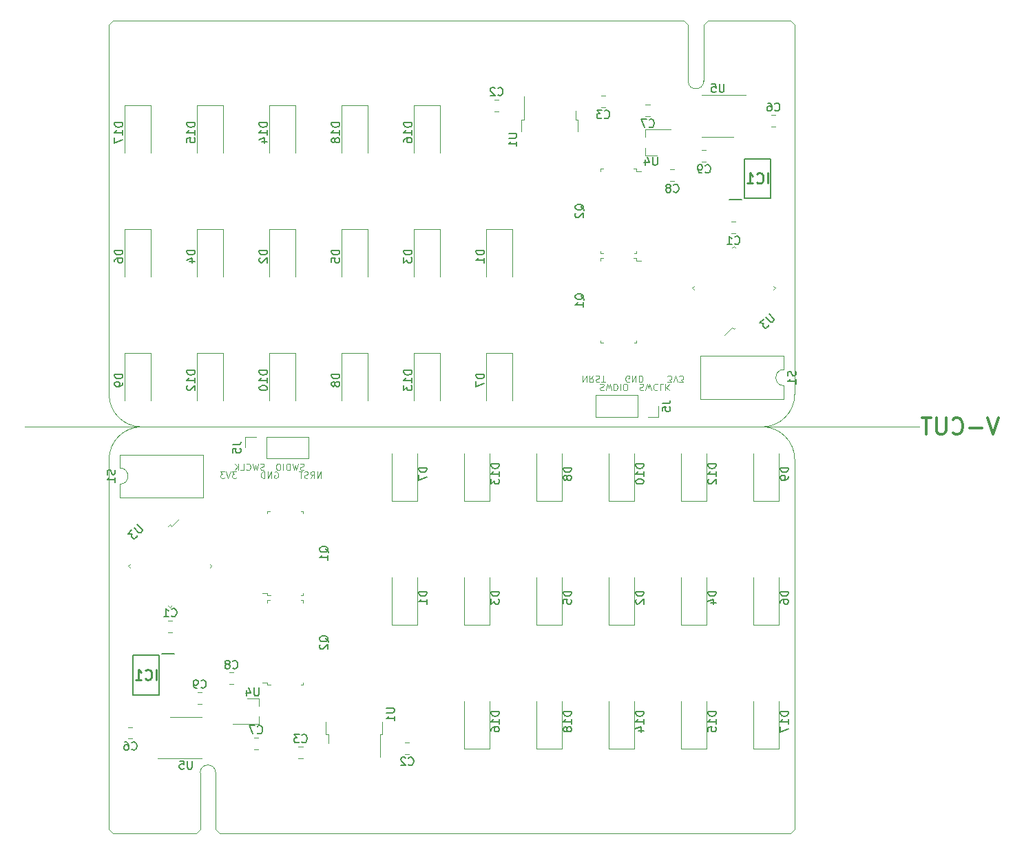
<source format=gbo>
%TF.GenerationSoftware,KiCad,Pcbnew,(5.1.6)-1*%
%TF.CreationDate,2020-06-21T16:44:56+09:00*%
%TF.ProjectId,Solenoid_Valve-fin,536f6c65-6e6f-4696-945f-56616c76652d,rev?*%
%TF.SameCoordinates,Original*%
%TF.FileFunction,Legend,Bot*%
%TF.FilePolarity,Positive*%
%FSLAX46Y46*%
G04 Gerber Fmt 4.6, Leading zero omitted, Abs format (unit mm)*
G04 Created by KiCad (PCBNEW (5.1.6)-1) date 2020-06-21 16:44:56*
%MOMM*%
%LPD*%
G01*
G04 APERTURE LIST*
%TA.AperFunction,Profile*%
%ADD10C,0.100000*%
%TD*%
%ADD11C,0.120000*%
%ADD12C,0.300000*%
%ADD13C,0.100000*%
%ADD14C,0.200000*%
%ADD15C,0.150000*%
%ADD16C,0.254000*%
%ADD17R,1.690000X0.740000*%
%ADD18O,2.102000X1.802000*%
%ADD19R,1.302000X2.302000*%
%ADD20R,5.902000X6.502000*%
%ADD21R,0.802000X4.402000*%
%ADD22R,0.802000X3.302000*%
%ADD23R,1.627000X0.802000*%
%ADD24R,1.802000X1.802000*%
%ADD25O,1.802000X1.802000*%
%ADD26R,1.702000X1.702000*%
%ADD27O,1.702000X1.702000*%
%ADD28R,2.002000X0.902000*%
G04 APERTURE END LIST*
D10*
X204650000Y-37850000D02*
X204650000Y-75450000D01*
D11*
X189009523Y-73938095D02*
X189504761Y-73938095D01*
X189238095Y-73633333D01*
X189352380Y-73633333D01*
X189428571Y-73595238D01*
X189466666Y-73557142D01*
X189504761Y-73480952D01*
X189504761Y-73290476D01*
X189466666Y-73214285D01*
X189428571Y-73176190D01*
X189352380Y-73138095D01*
X189123809Y-73138095D01*
X189047619Y-73176190D01*
X189009523Y-73214285D01*
X189733333Y-73938095D02*
X190000000Y-73138095D01*
X190266666Y-73938095D01*
X190457142Y-73938095D02*
X190952380Y-73938095D01*
X190685714Y-73633333D01*
X190800000Y-73633333D01*
X190876190Y-73595238D01*
X190914285Y-73557142D01*
X190952380Y-73480952D01*
X190952380Y-73290476D01*
X190914285Y-73214285D01*
X190876190Y-73176190D01*
X190800000Y-73138095D01*
X190571428Y-73138095D01*
X190495238Y-73176190D01*
X190457142Y-73214285D01*
X180704761Y-74176190D02*
X180819047Y-74138095D01*
X181009523Y-74138095D01*
X181085714Y-74176190D01*
X181123809Y-74214285D01*
X181161904Y-74290476D01*
X181161904Y-74366666D01*
X181123809Y-74442857D01*
X181085714Y-74480952D01*
X181009523Y-74519047D01*
X180857142Y-74557142D01*
X180780952Y-74595238D01*
X180742857Y-74633333D01*
X180704761Y-74709523D01*
X180704761Y-74785714D01*
X180742857Y-74861904D01*
X180780952Y-74900000D01*
X180857142Y-74938095D01*
X181047619Y-74938095D01*
X181161904Y-74900000D01*
X181428571Y-74938095D02*
X181619047Y-74138095D01*
X181771428Y-74709523D01*
X181923809Y-74138095D01*
X182114285Y-74938095D01*
X182419047Y-74138095D02*
X182419047Y-74938095D01*
X182609523Y-74938095D01*
X182723809Y-74900000D01*
X182800000Y-74823809D01*
X182838095Y-74747619D01*
X182876190Y-74595238D01*
X182876190Y-74480952D01*
X182838095Y-74328571D01*
X182800000Y-74252380D01*
X182723809Y-74176190D01*
X182609523Y-74138095D01*
X182419047Y-74138095D01*
X183219047Y-74138095D02*
X183219047Y-74938095D01*
X183752380Y-74938095D02*
X183904761Y-74938095D01*
X183980952Y-74900000D01*
X184057142Y-74823809D01*
X184095238Y-74671428D01*
X184095238Y-74404761D01*
X184057142Y-74252380D01*
X183980952Y-74176190D01*
X183904761Y-74138095D01*
X183752380Y-74138095D01*
X183676190Y-74176190D01*
X183600000Y-74252380D01*
X183561904Y-74404761D01*
X183561904Y-74671428D01*
X183600000Y-74823809D01*
X183676190Y-74900000D01*
X183752380Y-74938095D01*
X185590476Y-74176190D02*
X185704761Y-74138095D01*
X185895238Y-74138095D01*
X185971428Y-74176190D01*
X186009523Y-74214285D01*
X186047619Y-74290476D01*
X186047619Y-74366666D01*
X186009523Y-74442857D01*
X185971428Y-74480952D01*
X185895238Y-74519047D01*
X185742857Y-74557142D01*
X185666666Y-74595238D01*
X185628571Y-74633333D01*
X185590476Y-74709523D01*
X185590476Y-74785714D01*
X185628571Y-74861904D01*
X185666666Y-74900000D01*
X185742857Y-74938095D01*
X185933333Y-74938095D01*
X186047619Y-74900000D01*
X186314285Y-74938095D02*
X186504761Y-74138095D01*
X186657142Y-74709523D01*
X186809523Y-74138095D01*
X187000000Y-74938095D01*
X187761904Y-74214285D02*
X187723809Y-74176190D01*
X187609523Y-74138095D01*
X187533333Y-74138095D01*
X187419047Y-74176190D01*
X187342857Y-74252380D01*
X187304761Y-74328571D01*
X187266666Y-74480952D01*
X187266666Y-74595238D01*
X187304761Y-74747619D01*
X187342857Y-74823809D01*
X187419047Y-74900000D01*
X187533333Y-74938095D01*
X187609523Y-74938095D01*
X187723809Y-74900000D01*
X187761904Y-74861904D01*
X188485714Y-74138095D02*
X188104761Y-74138095D01*
X188104761Y-74938095D01*
X188752380Y-74138095D02*
X188752380Y-74938095D01*
X189209523Y-74138095D02*
X188866666Y-74595238D01*
X189209523Y-74938095D02*
X188752380Y-74480952D01*
X184290476Y-73900000D02*
X184214285Y-73938095D01*
X184100000Y-73938095D01*
X183985714Y-73900000D01*
X183909523Y-73823809D01*
X183871428Y-73747619D01*
X183833333Y-73595238D01*
X183833333Y-73480952D01*
X183871428Y-73328571D01*
X183909523Y-73252380D01*
X183985714Y-73176190D01*
X184100000Y-73138095D01*
X184176190Y-73138095D01*
X184290476Y-73176190D01*
X184328571Y-73214285D01*
X184328571Y-73480952D01*
X184176190Y-73480952D01*
X184671428Y-73138095D02*
X184671428Y-73938095D01*
X185128571Y-73138095D01*
X185128571Y-73938095D01*
X185509523Y-73138095D02*
X185509523Y-73938095D01*
X185700000Y-73938095D01*
X185814285Y-73900000D01*
X185890476Y-73823809D01*
X185928571Y-73747619D01*
X185966666Y-73595238D01*
X185966666Y-73480952D01*
X185928571Y-73328571D01*
X185890476Y-73252380D01*
X185814285Y-73176190D01*
X185700000Y-73138095D01*
X185509523Y-73138095D01*
X178585714Y-73138095D02*
X178585714Y-73938095D01*
X179042857Y-73138095D01*
X179042857Y-73938095D01*
X179880952Y-73138095D02*
X179614285Y-73519047D01*
X179423809Y-73138095D02*
X179423809Y-73938095D01*
X179728571Y-73938095D01*
X179804761Y-73900000D01*
X179842857Y-73861904D01*
X179880952Y-73785714D01*
X179880952Y-73671428D01*
X179842857Y-73595238D01*
X179804761Y-73557142D01*
X179728571Y-73519047D01*
X179423809Y-73519047D01*
X180185714Y-73176190D02*
X180300000Y-73138095D01*
X180490476Y-73138095D01*
X180566666Y-73176190D01*
X180604761Y-73214285D01*
X180642857Y-73290476D01*
X180642857Y-73366666D01*
X180604761Y-73442857D01*
X180566666Y-73480952D01*
X180490476Y-73519047D01*
X180338095Y-73557142D01*
X180261904Y-73595238D01*
X180223809Y-73633333D01*
X180185714Y-73709523D01*
X180185714Y-73785714D01*
X180223809Y-73861904D01*
X180261904Y-73900000D01*
X180338095Y-73938095D01*
X180528571Y-73938095D01*
X180642857Y-73900000D01*
X180871428Y-73938095D02*
X181328571Y-73938095D01*
X181100000Y-73138095D02*
X181100000Y-73938095D01*
D10*
X204650000Y-75450000D02*
G75*
G02*
X200650000Y-79450000I-4000000J0D01*
G01*
X124350000Y-79450000D02*
G75*
G02*
X120350000Y-75450000I0J4000000D01*
G01*
X120350000Y-37850000D02*
X120350000Y-75450000D01*
D12*
X229714285Y-78354761D02*
X229047619Y-80354761D01*
X228380952Y-78354761D01*
X227714285Y-79592857D02*
X226190476Y-79592857D01*
X224095238Y-80164285D02*
X224190476Y-80259523D01*
X224476190Y-80354761D01*
X224666666Y-80354761D01*
X224952380Y-80259523D01*
X225142857Y-80069047D01*
X225238095Y-79878571D01*
X225333333Y-79497619D01*
X225333333Y-79211904D01*
X225238095Y-78830952D01*
X225142857Y-78640476D01*
X224952380Y-78450000D01*
X224666666Y-78354761D01*
X224476190Y-78354761D01*
X224190476Y-78450000D01*
X224095238Y-78545238D01*
X223238095Y-78354761D02*
X223238095Y-79973809D01*
X223142857Y-80164285D01*
X223047619Y-80259523D01*
X222857142Y-80354761D01*
X222476190Y-80354761D01*
X222285714Y-80259523D01*
X222190476Y-80164285D01*
X222095238Y-79973809D01*
X222095238Y-78354761D01*
X221428571Y-78354761D02*
X220285714Y-78354761D01*
X220857142Y-80354761D02*
X220857142Y-78354761D01*
D11*
X220000000Y-79450000D02*
X110000000Y-79450000D01*
X146414285Y-85761904D02*
X146414285Y-84961904D01*
X145957142Y-85761904D01*
X145957142Y-84961904D01*
X145119047Y-85761904D02*
X145385714Y-85380952D01*
X145576190Y-85761904D02*
X145576190Y-84961904D01*
X145271428Y-84961904D01*
X145195238Y-85000000D01*
X145157142Y-85038095D01*
X145119047Y-85114285D01*
X145119047Y-85228571D01*
X145157142Y-85304761D01*
X145195238Y-85342857D01*
X145271428Y-85380952D01*
X145576190Y-85380952D01*
X144814285Y-85723809D02*
X144700000Y-85761904D01*
X144509523Y-85761904D01*
X144433333Y-85723809D01*
X144395238Y-85685714D01*
X144357142Y-85609523D01*
X144357142Y-85533333D01*
X144395238Y-85457142D01*
X144433333Y-85419047D01*
X144509523Y-85380952D01*
X144661904Y-85342857D01*
X144738095Y-85304761D01*
X144776190Y-85266666D01*
X144814285Y-85190476D01*
X144814285Y-85114285D01*
X144776190Y-85038095D01*
X144738095Y-85000000D01*
X144661904Y-84961904D01*
X144471428Y-84961904D01*
X144357142Y-85000000D01*
X144128571Y-84961904D02*
X143671428Y-84961904D01*
X143900000Y-85761904D02*
X143900000Y-84961904D01*
X144295238Y-84723809D02*
X144180952Y-84761904D01*
X143990476Y-84761904D01*
X143914285Y-84723809D01*
X143876190Y-84685714D01*
X143838095Y-84609523D01*
X143838095Y-84533333D01*
X143876190Y-84457142D01*
X143914285Y-84419047D01*
X143990476Y-84380952D01*
X144142857Y-84342857D01*
X144219047Y-84304761D01*
X144257142Y-84266666D01*
X144295238Y-84190476D01*
X144295238Y-84114285D01*
X144257142Y-84038095D01*
X144219047Y-84000000D01*
X144142857Y-83961904D01*
X143952380Y-83961904D01*
X143838095Y-84000000D01*
X143571428Y-83961904D02*
X143380952Y-84761904D01*
X143228571Y-84190476D01*
X143076190Y-84761904D01*
X142885714Y-83961904D01*
X142580952Y-84761904D02*
X142580952Y-83961904D01*
X142390476Y-83961904D01*
X142276190Y-84000000D01*
X142200000Y-84076190D01*
X142161904Y-84152380D01*
X142123809Y-84304761D01*
X142123809Y-84419047D01*
X142161904Y-84571428D01*
X142200000Y-84647619D01*
X142276190Y-84723809D01*
X142390476Y-84761904D01*
X142580952Y-84761904D01*
X141780952Y-84761904D02*
X141780952Y-83961904D01*
X141247619Y-83961904D02*
X141095238Y-83961904D01*
X141019047Y-84000000D01*
X140942857Y-84076190D01*
X140904761Y-84228571D01*
X140904761Y-84495238D01*
X140942857Y-84647619D01*
X141019047Y-84723809D01*
X141095238Y-84761904D01*
X141247619Y-84761904D01*
X141323809Y-84723809D01*
X141400000Y-84647619D01*
X141438095Y-84495238D01*
X141438095Y-84228571D01*
X141400000Y-84076190D01*
X141323809Y-84000000D01*
X141247619Y-83961904D01*
X140709523Y-85000000D02*
X140785714Y-84961904D01*
X140900000Y-84961904D01*
X141014285Y-85000000D01*
X141090476Y-85076190D01*
X141128571Y-85152380D01*
X141166666Y-85304761D01*
X141166666Y-85419047D01*
X141128571Y-85571428D01*
X141090476Y-85647619D01*
X141014285Y-85723809D01*
X140900000Y-85761904D01*
X140823809Y-85761904D01*
X140709523Y-85723809D01*
X140671428Y-85685714D01*
X140671428Y-85419047D01*
X140823809Y-85419047D01*
X140328571Y-85761904D02*
X140328571Y-84961904D01*
X139871428Y-85761904D01*
X139871428Y-84961904D01*
X139490476Y-85761904D02*
X139490476Y-84961904D01*
X139300000Y-84961904D01*
X139185714Y-85000000D01*
X139109523Y-85076190D01*
X139071428Y-85152380D01*
X139033333Y-85304761D01*
X139033333Y-85419047D01*
X139071428Y-85571428D01*
X139109523Y-85647619D01*
X139185714Y-85723809D01*
X139300000Y-85761904D01*
X139490476Y-85761904D01*
X139409523Y-84723809D02*
X139295238Y-84761904D01*
X139104761Y-84761904D01*
X139028571Y-84723809D01*
X138990476Y-84685714D01*
X138952380Y-84609523D01*
X138952380Y-84533333D01*
X138990476Y-84457142D01*
X139028571Y-84419047D01*
X139104761Y-84380952D01*
X139257142Y-84342857D01*
X139333333Y-84304761D01*
X139371428Y-84266666D01*
X139409523Y-84190476D01*
X139409523Y-84114285D01*
X139371428Y-84038095D01*
X139333333Y-84000000D01*
X139257142Y-83961904D01*
X139066666Y-83961904D01*
X138952380Y-84000000D01*
X138685714Y-83961904D02*
X138495238Y-84761904D01*
X138342857Y-84190476D01*
X138190476Y-84761904D01*
X138000000Y-83961904D01*
X137238095Y-84685714D02*
X137276190Y-84723809D01*
X137390476Y-84761904D01*
X137466666Y-84761904D01*
X137580952Y-84723809D01*
X137657142Y-84647619D01*
X137695238Y-84571428D01*
X137733333Y-84419047D01*
X137733333Y-84304761D01*
X137695238Y-84152380D01*
X137657142Y-84076190D01*
X137580952Y-84000000D01*
X137466666Y-83961904D01*
X137390476Y-83961904D01*
X137276190Y-84000000D01*
X137238095Y-84038095D01*
X136514285Y-84761904D02*
X136895238Y-84761904D01*
X136895238Y-83961904D01*
X136247619Y-84761904D02*
X136247619Y-83961904D01*
X135790476Y-84761904D02*
X136133333Y-84304761D01*
X135790476Y-83961904D02*
X136247619Y-84419047D01*
X135990476Y-84961904D02*
X135495238Y-84961904D01*
X135761904Y-85266666D01*
X135647619Y-85266666D01*
X135571428Y-85304761D01*
X135533333Y-85342857D01*
X135495238Y-85419047D01*
X135495238Y-85609523D01*
X135533333Y-85685714D01*
X135571428Y-85723809D01*
X135647619Y-85761904D01*
X135876190Y-85761904D01*
X135952380Y-85723809D01*
X135990476Y-85685714D01*
X135266666Y-84961904D02*
X135000000Y-85761904D01*
X134733333Y-84961904D01*
X134542857Y-84961904D02*
X134047619Y-84961904D01*
X134314285Y-85266666D01*
X134200000Y-85266666D01*
X134123809Y-85304761D01*
X134085714Y-85342857D01*
X134047619Y-85419047D01*
X134047619Y-85609523D01*
X134085714Y-85685714D01*
X134123809Y-85723809D01*
X134200000Y-85761904D01*
X134428571Y-85761904D01*
X134504761Y-85723809D01*
X134542857Y-85685714D01*
D10*
X200650000Y-79450000D02*
G75*
G02*
X204650000Y-83450000I0J-4000000D01*
G01*
X120350000Y-83450000D02*
G75*
G02*
X124350000Y-79450000I4000000J0D01*
G01*
X204650000Y-121050000D02*
X204650000Y-83450000D01*
X120350000Y-121050000D02*
X120350000Y-83450000D01*
D11*
%TO.C,D2*%
X140055000Y-60952500D02*
X140055000Y-55092500D01*
X140055000Y-55092500D02*
X143225000Y-55092500D01*
X143225000Y-55092500D02*
X143225000Y-60952500D01*
%TO.C,D5*%
X148945000Y-60952500D02*
X148945000Y-55092500D01*
X148945000Y-55092500D02*
X152115000Y-55092500D01*
X152115000Y-55092500D02*
X152115000Y-60952500D01*
%TO.C,C6*%
X202286252Y-42510000D02*
X201763748Y-42510000D01*
X202286252Y-41090000D02*
X201763748Y-41090000D01*
%TO.C,C9*%
X193238748Y-45390000D02*
X193761252Y-45390000D01*
X193238748Y-46810000D02*
X193761252Y-46810000D01*
%TO.C,C7*%
X186313748Y-41210000D02*
X186836252Y-41210000D01*
X186313748Y-39790000D02*
X186836252Y-39790000D01*
%TO.C,D18*%
X148945000Y-45712500D02*
X148945000Y-39852500D01*
X148945000Y-39852500D02*
X152115000Y-39852500D01*
X152115000Y-39852500D02*
X152115000Y-45712500D01*
%TO.C,C1*%
X196863748Y-55610000D02*
X197386252Y-55610000D01*
X196863748Y-54190000D02*
X197386252Y-54190000D01*
%TO.C,C8*%
X189338748Y-49210000D02*
X189861252Y-49210000D01*
X189338748Y-47790000D02*
X189861252Y-47790000D01*
%TO.C,D14*%
X140055000Y-45712500D02*
X140055000Y-39852500D01*
X140055000Y-39852500D02*
X143225000Y-39852500D01*
X143225000Y-39852500D02*
X143225000Y-45712500D01*
%TO.C,D16*%
X157835000Y-45712500D02*
X157835000Y-39852500D01*
X157835000Y-39852500D02*
X161005000Y-39852500D01*
X161005000Y-39852500D02*
X161005000Y-45712500D01*
%TO.C,D3*%
X157835000Y-60952500D02*
X157835000Y-55092500D01*
X157835000Y-55092500D02*
X161005000Y-55092500D01*
X161005000Y-55092500D02*
X161005000Y-60952500D01*
%TO.C,D9*%
X122275000Y-76192500D02*
X122275000Y-70332500D01*
X122275000Y-70332500D02*
X125445000Y-70332500D01*
X125445000Y-70332500D02*
X125445000Y-76192500D01*
%TO.C,C3*%
X180838748Y-40110000D02*
X181361252Y-40110000D01*
X180838748Y-38690000D02*
X181361252Y-38690000D01*
%TO.C,D1*%
X166725000Y-60952500D02*
X166725000Y-55092500D01*
X166725000Y-55092500D02*
X169895000Y-55092500D01*
X169895000Y-55092500D02*
X169895000Y-60952500D01*
%TO.C,D17*%
X122275000Y-45712500D02*
X122275000Y-39852500D01*
X122275000Y-39852500D02*
X125445000Y-39852500D01*
X125445000Y-39852500D02*
X125445000Y-45712500D01*
%TO.C,D12*%
X131165000Y-76192500D02*
X131165000Y-70332500D01*
X131165000Y-70332500D02*
X134335000Y-70332500D01*
X134335000Y-70332500D02*
X134335000Y-76192500D01*
D13*
%TO.C,Q2*%
X180800000Y-58100000D02*
X181100000Y-58100000D01*
X180800000Y-58100000D02*
X180800000Y-57800000D01*
X180800000Y-47700000D02*
X181100000Y-47700000D01*
X185200000Y-57800000D02*
X185200000Y-58100000D01*
X185200000Y-58100000D02*
X184900000Y-58100000D01*
X184800000Y-47700000D02*
X185200000Y-47700000D01*
X185200000Y-47700000D02*
X185200000Y-48000000D01*
X185200000Y-48000000D02*
X185800000Y-48000000D01*
X180800000Y-48000000D02*
X180800000Y-47700000D01*
D11*
%TO.C,U1*%
X171075000Y-43130000D02*
X171075000Y-41630000D01*
X171075000Y-41630000D02*
X171345000Y-41630000D01*
X171345000Y-41630000D02*
X171345000Y-38800000D01*
X177975000Y-43130000D02*
X177975000Y-41630000D01*
X177975000Y-41630000D02*
X177705000Y-41630000D01*
X177705000Y-41630000D02*
X177705000Y-40530000D01*
%TO.C,U3*%
X196957196Y-57440437D02*
X197169328Y-57228305D01*
X197169328Y-57228305D02*
X197381460Y-57440437D01*
X192276149Y-62121484D02*
X192064017Y-62333616D01*
X192064017Y-62333616D02*
X192276149Y-62545748D01*
X202062507Y-62545748D02*
X202274639Y-62333616D01*
X202274639Y-62333616D02*
X202062507Y-62121484D01*
X197381460Y-67226795D02*
X197169328Y-67438927D01*
X197169328Y-67438927D02*
X196957196Y-67226795D01*
X196957196Y-67226795D02*
X196027351Y-68156640D01*
D10*
%TO.C,J20*%
X193450000Y-36900000D02*
X193450000Y-29950000D01*
X191550000Y-36900000D02*
X191550000Y-29950000D01*
X204650000Y-37850000D02*
X204650000Y-29950000D01*
X204150000Y-29450000D02*
X193950000Y-29450000D01*
X120350000Y-37850000D02*
X120350000Y-29950000D01*
X191050000Y-29450000D02*
X120850000Y-29450000D01*
X204650000Y-29950000D02*
X204150000Y-29450000D01*
X193450000Y-29950000D02*
X193950000Y-29450000D01*
X191550000Y-29950000D02*
X191050000Y-29450000D01*
X120350000Y-29950000D02*
X120850000Y-29450000D01*
X193450000Y-36900000D02*
G75*
G02*
X191550000Y-36900000I-950000J0D01*
G01*
D13*
%TO.C,Q1*%
X180800000Y-69100000D02*
X181100000Y-69100000D01*
X180800000Y-69100000D02*
X180800000Y-68800000D01*
X180800000Y-58700000D02*
X181100000Y-58700000D01*
X185200000Y-68800000D02*
X185200000Y-69100000D01*
X185200000Y-69100000D02*
X184900000Y-69100000D01*
X184800000Y-58700000D02*
X185200000Y-58700000D01*
X185200000Y-58700000D02*
X185200000Y-59000000D01*
X185200000Y-59000000D02*
X185800000Y-59000000D01*
X180800000Y-59000000D02*
X180800000Y-58700000D01*
D11*
%TO.C,U5*%
X195200000Y-43760000D02*
X193250000Y-43760000D01*
X195200000Y-43760000D02*
X197150000Y-43760000D01*
X195200000Y-38640000D02*
X193250000Y-38640000D01*
X195200000Y-38640000D02*
X198650000Y-38640000D01*
%TO.C,C2*%
X168261252Y-39190000D02*
X167738748Y-39190000D01*
X168261252Y-40610000D02*
X167738748Y-40610000D01*
D14*
%TO.C,IC1*%
X198488000Y-51355000D02*
X201688000Y-51355000D01*
X201688000Y-51355000D02*
X201688000Y-46455000D01*
X201688000Y-46455000D02*
X198488000Y-46455000D01*
X198488000Y-46455000D02*
X198488000Y-51355000D01*
X196613000Y-51510000D02*
X198138000Y-51510000D01*
D11*
%TO.C,J5*%
X180170000Y-78230000D02*
X180170000Y-75570000D01*
X185310000Y-78230000D02*
X180170000Y-78230000D01*
X185310000Y-75570000D02*
X180170000Y-75570000D01*
X185310000Y-78230000D02*
X185310000Y-75570000D01*
X186580000Y-78230000D02*
X187910000Y-78230000D01*
X187910000Y-78230000D02*
X187910000Y-76900000D01*
%TO.C,D8*%
X148945000Y-76192500D02*
X148945000Y-70332500D01*
X148945000Y-70332500D02*
X152115000Y-70332500D01*
X152115000Y-70332500D02*
X152115000Y-76192500D01*
%TO.C,D4*%
X131165000Y-60952500D02*
X131165000Y-55092500D01*
X131165000Y-55092500D02*
X134335000Y-55092500D01*
X134335000Y-55092500D02*
X134335000Y-60952500D01*
%TO.C,D10*%
X140055000Y-76192500D02*
X140055000Y-70332500D01*
X140055000Y-70332500D02*
X143225000Y-70332500D01*
X143225000Y-70332500D02*
X143225000Y-76192500D01*
%TO.C,S1*%
X203330000Y-74390000D02*
X203330000Y-76040000D01*
X203330000Y-76040000D02*
X193050000Y-76040000D01*
X193050000Y-76040000D02*
X193050000Y-70740000D01*
X193050000Y-70740000D02*
X203330000Y-70740000D01*
X203330000Y-70740000D02*
X203330000Y-72390000D01*
X203330000Y-72390000D02*
G75*
G03*
X203330000Y-74390000I0J-1000000D01*
G01*
%TO.C,U4*%
X186240000Y-46030000D02*
X186240000Y-45100000D01*
X186240000Y-42870000D02*
X186240000Y-43800000D01*
X186240000Y-42870000D02*
X189400000Y-42870000D01*
X186240000Y-46030000D02*
X187700000Y-46030000D01*
%TO.C,D15*%
X131165000Y-45712500D02*
X131165000Y-39852500D01*
X131165000Y-39852500D02*
X134335000Y-39852500D01*
X134335000Y-39852500D02*
X134335000Y-45712500D01*
%TO.C,D7*%
X166725000Y-76192500D02*
X166725000Y-70332500D01*
X166725000Y-70332500D02*
X169895000Y-70332500D01*
X169895000Y-70332500D02*
X169895000Y-76192500D01*
%TO.C,D6*%
X122275000Y-60952500D02*
X122275000Y-55092500D01*
X122275000Y-55092500D02*
X125445000Y-55092500D01*
X125445000Y-55092500D02*
X125445000Y-60952500D01*
%TO.C,D13*%
X157835000Y-76192500D02*
X157835000Y-70332500D01*
X157835000Y-70332500D02*
X161005000Y-70332500D01*
X161005000Y-70332500D02*
X161005000Y-76192500D01*
%TO.C,D7*%
X155105000Y-88567500D02*
X155105000Y-82707500D01*
X158275000Y-88567500D02*
X155105000Y-88567500D01*
X158275000Y-82707500D02*
X158275000Y-88567500D01*
%TO.C,D15*%
X190665000Y-119047500D02*
X190665000Y-113187500D01*
X193835000Y-119047500D02*
X190665000Y-119047500D01*
X193835000Y-113187500D02*
X193835000Y-119047500D01*
%TO.C,J5*%
X137090000Y-80670000D02*
X137090000Y-82000000D01*
X138420000Y-80670000D02*
X137090000Y-80670000D01*
X139690000Y-80670000D02*
X139690000Y-83330000D01*
X139690000Y-83330000D02*
X144830000Y-83330000D01*
X139690000Y-80670000D02*
X144830000Y-80670000D01*
X144830000Y-80670000D02*
X144830000Y-83330000D01*
%TO.C,U4*%
X138760000Y-112870000D02*
X137300000Y-112870000D01*
X138760000Y-116030000D02*
X135600000Y-116030000D01*
X138760000Y-116030000D02*
X138760000Y-115100000D01*
X138760000Y-112870000D02*
X138760000Y-113800000D01*
%TO.C,S1*%
X121670000Y-88160000D02*
X121670000Y-86510000D01*
X131950000Y-88160000D02*
X121670000Y-88160000D01*
X131950000Y-82860000D02*
X131950000Y-88160000D01*
X121670000Y-82860000D02*
X131950000Y-82860000D01*
X121670000Y-84510000D02*
X121670000Y-82860000D01*
X121670000Y-86510000D02*
G75*
G03*
X121670000Y-84510000I0J1000000D01*
G01*
%TO.C,D13*%
X163995000Y-88567500D02*
X163995000Y-82707500D01*
X167165000Y-88567500D02*
X163995000Y-88567500D01*
X167165000Y-82707500D02*
X167165000Y-88567500D01*
%TO.C,D10*%
X181775000Y-88567500D02*
X181775000Y-82707500D01*
X184945000Y-88567500D02*
X181775000Y-88567500D01*
X184945000Y-82707500D02*
X184945000Y-88567500D01*
%TO.C,D6*%
X199555000Y-103807500D02*
X199555000Y-97947500D01*
X202725000Y-103807500D02*
X199555000Y-103807500D01*
X202725000Y-97947500D02*
X202725000Y-103807500D01*
%TO.C,D4*%
X190665000Y-103807500D02*
X190665000Y-97947500D01*
X193835000Y-103807500D02*
X190665000Y-103807500D01*
X193835000Y-97947500D02*
X193835000Y-103807500D01*
%TO.C,D8*%
X172885000Y-88567500D02*
X172885000Y-82707500D01*
X176055000Y-88567500D02*
X172885000Y-88567500D01*
X176055000Y-82707500D02*
X176055000Y-88567500D01*
%TO.C,D12*%
X190665000Y-88567500D02*
X190665000Y-82707500D01*
X193835000Y-88567500D02*
X190665000Y-88567500D01*
X193835000Y-82707500D02*
X193835000Y-88567500D01*
%TO.C,D9*%
X199555000Y-88567500D02*
X199555000Y-82707500D01*
X202725000Y-88567500D02*
X199555000Y-88567500D01*
X202725000Y-82707500D02*
X202725000Y-88567500D01*
%TO.C,D17*%
X199555000Y-119047500D02*
X199555000Y-113187500D01*
X202725000Y-119047500D02*
X199555000Y-119047500D01*
X202725000Y-113187500D02*
X202725000Y-119047500D01*
%TO.C,D2*%
X181775000Y-103807500D02*
X181775000Y-97947500D01*
X184945000Y-103807500D02*
X181775000Y-103807500D01*
X184945000Y-97947500D02*
X184945000Y-103807500D01*
%TO.C,D5*%
X172885000Y-103807500D02*
X172885000Y-97947500D01*
X176055000Y-103807500D02*
X172885000Y-103807500D01*
X176055000Y-97947500D02*
X176055000Y-103807500D01*
%TO.C,D3*%
X163995000Y-103807500D02*
X163995000Y-97947500D01*
X167165000Y-103807500D02*
X163995000Y-103807500D01*
X167165000Y-97947500D02*
X167165000Y-103807500D01*
%TO.C,D1*%
X155105000Y-103807500D02*
X155105000Y-97947500D01*
X158275000Y-103807500D02*
X155105000Y-103807500D01*
X158275000Y-97947500D02*
X158275000Y-103807500D01*
%TO.C,D18*%
X172885000Y-119047500D02*
X172885000Y-113187500D01*
X176055000Y-119047500D02*
X172885000Y-119047500D01*
X176055000Y-113187500D02*
X176055000Y-119047500D01*
%TO.C,D16*%
X163995000Y-119047500D02*
X163995000Y-113187500D01*
X167165000Y-119047500D02*
X163995000Y-119047500D01*
X167165000Y-113187500D02*
X167165000Y-119047500D01*
%TO.C,D14*%
X181775000Y-119047500D02*
X181775000Y-113187500D01*
X184945000Y-119047500D02*
X181775000Y-119047500D01*
X184945000Y-113187500D02*
X184945000Y-119047500D01*
%TO.C,C3*%
X144161252Y-120210000D02*
X143638748Y-120210000D01*
X144161252Y-118790000D02*
X143638748Y-118790000D01*
%TO.C,C8*%
X135661252Y-111110000D02*
X135138748Y-111110000D01*
X135661252Y-109690000D02*
X135138748Y-109690000D01*
%TO.C,C1*%
X128136252Y-104710000D02*
X127613748Y-104710000D01*
X128136252Y-103290000D02*
X127613748Y-103290000D01*
%TO.C,C7*%
X138686252Y-119110000D02*
X138163748Y-119110000D01*
X138686252Y-117690000D02*
X138163748Y-117690000D01*
%TO.C,C6*%
X122713748Y-117810000D02*
X123236252Y-117810000D01*
X122713748Y-116390000D02*
X123236252Y-116390000D01*
%TO.C,C9*%
X131761252Y-112090000D02*
X131238748Y-112090000D01*
X131761252Y-113510000D02*
X131238748Y-113510000D01*
D10*
%TO.C,J20*%
X204650000Y-128950000D02*
X204150000Y-129450000D01*
X133450000Y-128950000D02*
X133950000Y-129450000D01*
X131550000Y-128950000D02*
X131050000Y-129450000D01*
X120350000Y-128950000D02*
X120850000Y-129450000D01*
X133950000Y-129450000D02*
X204150000Y-129450000D01*
X204650000Y-121050000D02*
X204650000Y-128950000D01*
X120850000Y-129450000D02*
X131050000Y-129450000D01*
X120350000Y-121050000D02*
X120350000Y-128950000D01*
X133450000Y-122000000D02*
X133450000Y-128950000D01*
X131550000Y-122000000D02*
X131550000Y-128950000D01*
X131550000Y-122000000D02*
G75*
G02*
X133450000Y-122000000I950000J0D01*
G01*
D11*
%TO.C,U1*%
X147295000Y-117270000D02*
X147295000Y-118370000D01*
X147025000Y-117270000D02*
X147295000Y-117270000D01*
X147025000Y-115770000D02*
X147025000Y-117270000D01*
X153655000Y-117270000D02*
X153655000Y-120100000D01*
X153925000Y-117270000D02*
X153655000Y-117270000D01*
X153925000Y-115770000D02*
X153925000Y-117270000D01*
%TO.C,C2*%
X156738748Y-118290000D02*
X157261252Y-118290000D01*
X156738748Y-119710000D02*
X157261252Y-119710000D01*
%TO.C,U5*%
X129800000Y-120260000D02*
X126350000Y-120260000D01*
X129800000Y-120260000D02*
X131750000Y-120260000D01*
X129800000Y-115140000D02*
X127850000Y-115140000D01*
X129800000Y-115140000D02*
X131750000Y-115140000D01*
%TO.C,U3*%
X128042804Y-91673205D02*
X128972649Y-90743360D01*
X127830672Y-91461073D02*
X128042804Y-91673205D01*
X127618540Y-91673205D02*
X127830672Y-91461073D01*
X122725361Y-96566384D02*
X122937493Y-96778516D01*
X122937493Y-96354252D02*
X122725361Y-96566384D01*
X132935983Y-96566384D02*
X132723851Y-96354252D01*
X132723851Y-96778516D02*
X132935983Y-96566384D01*
X127830672Y-101671695D02*
X127618540Y-101459563D01*
X128042804Y-101459563D02*
X127830672Y-101671695D01*
D13*
%TO.C,Q2*%
X144200000Y-110900000D02*
X144200000Y-111200000D01*
X139800000Y-110900000D02*
X139200000Y-110900000D01*
X139800000Y-111200000D02*
X139800000Y-110900000D01*
X140200000Y-111200000D02*
X139800000Y-111200000D01*
X139800000Y-100800000D02*
X140100000Y-100800000D01*
X139800000Y-101100000D02*
X139800000Y-100800000D01*
X144200000Y-111200000D02*
X143900000Y-111200000D01*
X144200000Y-100800000D02*
X144200000Y-101100000D01*
X144200000Y-100800000D02*
X143900000Y-100800000D01*
%TO.C,Q1*%
X144200000Y-99900000D02*
X144200000Y-100200000D01*
X139800000Y-99900000D02*
X139200000Y-99900000D01*
X139800000Y-100200000D02*
X139800000Y-99900000D01*
X140200000Y-100200000D02*
X139800000Y-100200000D01*
X139800000Y-89800000D02*
X140100000Y-89800000D01*
X139800000Y-90100000D02*
X139800000Y-89800000D01*
X144200000Y-100200000D02*
X143900000Y-100200000D01*
X144200000Y-89800000D02*
X144200000Y-90100000D01*
X144200000Y-89800000D02*
X143900000Y-89800000D01*
D14*
%TO.C,IC1*%
X128387000Y-107390000D02*
X126862000Y-107390000D01*
X126512000Y-112445000D02*
X126512000Y-107545000D01*
X123312000Y-112445000D02*
X126512000Y-112445000D01*
X123312000Y-107545000D02*
X123312000Y-112445000D01*
X126512000Y-107545000D02*
X123312000Y-107545000D01*
%TD*%
%TO.C,D2*%
D15*
X139812380Y-57714404D02*
X138812380Y-57714404D01*
X138812380Y-57952500D01*
X138860000Y-58095357D01*
X138955238Y-58190595D01*
X139050476Y-58238214D01*
X139240952Y-58285833D01*
X139383809Y-58285833D01*
X139574285Y-58238214D01*
X139669523Y-58190595D01*
X139764761Y-58095357D01*
X139812380Y-57952500D01*
X139812380Y-57714404D01*
X138907619Y-58666785D02*
X138860000Y-58714404D01*
X138812380Y-58809642D01*
X138812380Y-59047738D01*
X138860000Y-59142976D01*
X138907619Y-59190595D01*
X139002857Y-59238214D01*
X139098095Y-59238214D01*
X139240952Y-59190595D01*
X139812380Y-58619166D01*
X139812380Y-59238214D01*
%TO.C,D5*%
X148702380Y-57714404D02*
X147702380Y-57714404D01*
X147702380Y-57952500D01*
X147750000Y-58095357D01*
X147845238Y-58190595D01*
X147940476Y-58238214D01*
X148130952Y-58285833D01*
X148273809Y-58285833D01*
X148464285Y-58238214D01*
X148559523Y-58190595D01*
X148654761Y-58095357D01*
X148702380Y-57952500D01*
X148702380Y-57714404D01*
X147702380Y-59190595D02*
X147702380Y-58714404D01*
X148178571Y-58666785D01*
X148130952Y-58714404D01*
X148083333Y-58809642D01*
X148083333Y-59047738D01*
X148130952Y-59142976D01*
X148178571Y-59190595D01*
X148273809Y-59238214D01*
X148511904Y-59238214D01*
X148607142Y-59190595D01*
X148654761Y-59142976D01*
X148702380Y-59047738D01*
X148702380Y-58809642D01*
X148654761Y-58714404D01*
X148607142Y-58666785D01*
%TO.C,C6*%
X202191666Y-40507142D02*
X202239285Y-40554761D01*
X202382142Y-40602380D01*
X202477380Y-40602380D01*
X202620238Y-40554761D01*
X202715476Y-40459523D01*
X202763095Y-40364285D01*
X202810714Y-40173809D01*
X202810714Y-40030952D01*
X202763095Y-39840476D01*
X202715476Y-39745238D01*
X202620238Y-39650000D01*
X202477380Y-39602380D01*
X202382142Y-39602380D01*
X202239285Y-39650000D01*
X202191666Y-39697619D01*
X201334523Y-39602380D02*
X201525000Y-39602380D01*
X201620238Y-39650000D01*
X201667857Y-39697619D01*
X201763095Y-39840476D01*
X201810714Y-40030952D01*
X201810714Y-40411904D01*
X201763095Y-40507142D01*
X201715476Y-40554761D01*
X201620238Y-40602380D01*
X201429761Y-40602380D01*
X201334523Y-40554761D01*
X201286904Y-40507142D01*
X201239285Y-40411904D01*
X201239285Y-40173809D01*
X201286904Y-40078571D01*
X201334523Y-40030952D01*
X201429761Y-39983333D01*
X201620238Y-39983333D01*
X201715476Y-40030952D01*
X201763095Y-40078571D01*
X201810714Y-40173809D01*
%TO.C,C9*%
X193666666Y-48107142D02*
X193714285Y-48154761D01*
X193857142Y-48202380D01*
X193952380Y-48202380D01*
X194095238Y-48154761D01*
X194190476Y-48059523D01*
X194238095Y-47964285D01*
X194285714Y-47773809D01*
X194285714Y-47630952D01*
X194238095Y-47440476D01*
X194190476Y-47345238D01*
X194095238Y-47250000D01*
X193952380Y-47202380D01*
X193857142Y-47202380D01*
X193714285Y-47250000D01*
X193666666Y-47297619D01*
X193190476Y-48202380D02*
X193000000Y-48202380D01*
X192904761Y-48154761D01*
X192857142Y-48107142D01*
X192761904Y-47964285D01*
X192714285Y-47773809D01*
X192714285Y-47392857D01*
X192761904Y-47297619D01*
X192809523Y-47250000D01*
X192904761Y-47202380D01*
X193095238Y-47202380D01*
X193190476Y-47250000D01*
X193238095Y-47297619D01*
X193285714Y-47392857D01*
X193285714Y-47630952D01*
X193238095Y-47726190D01*
X193190476Y-47773809D01*
X193095238Y-47821428D01*
X192904761Y-47821428D01*
X192809523Y-47773809D01*
X192761904Y-47726190D01*
X192714285Y-47630952D01*
%TO.C,C7*%
X186741666Y-42507142D02*
X186789285Y-42554761D01*
X186932142Y-42602380D01*
X187027380Y-42602380D01*
X187170238Y-42554761D01*
X187265476Y-42459523D01*
X187313095Y-42364285D01*
X187360714Y-42173809D01*
X187360714Y-42030952D01*
X187313095Y-41840476D01*
X187265476Y-41745238D01*
X187170238Y-41650000D01*
X187027380Y-41602380D01*
X186932142Y-41602380D01*
X186789285Y-41650000D01*
X186741666Y-41697619D01*
X186408333Y-41602380D02*
X185741666Y-41602380D01*
X186170238Y-42602380D01*
%TO.C,D18*%
X148702380Y-41998214D02*
X147702380Y-41998214D01*
X147702380Y-42236309D01*
X147750000Y-42379166D01*
X147845238Y-42474404D01*
X147940476Y-42522023D01*
X148130952Y-42569642D01*
X148273809Y-42569642D01*
X148464285Y-42522023D01*
X148559523Y-42474404D01*
X148654761Y-42379166D01*
X148702380Y-42236309D01*
X148702380Y-41998214D01*
X148702380Y-43522023D02*
X148702380Y-42950595D01*
X148702380Y-43236309D02*
X147702380Y-43236309D01*
X147845238Y-43141071D01*
X147940476Y-43045833D01*
X147988095Y-42950595D01*
X148130952Y-44093452D02*
X148083333Y-43998214D01*
X148035714Y-43950595D01*
X147940476Y-43902976D01*
X147892857Y-43902976D01*
X147797619Y-43950595D01*
X147750000Y-43998214D01*
X147702380Y-44093452D01*
X147702380Y-44283928D01*
X147750000Y-44379166D01*
X147797619Y-44426785D01*
X147892857Y-44474404D01*
X147940476Y-44474404D01*
X148035714Y-44426785D01*
X148083333Y-44379166D01*
X148130952Y-44283928D01*
X148130952Y-44093452D01*
X148178571Y-43998214D01*
X148226190Y-43950595D01*
X148321428Y-43902976D01*
X148511904Y-43902976D01*
X148607142Y-43950595D01*
X148654761Y-43998214D01*
X148702380Y-44093452D01*
X148702380Y-44283928D01*
X148654761Y-44379166D01*
X148607142Y-44426785D01*
X148511904Y-44474404D01*
X148321428Y-44474404D01*
X148226190Y-44426785D01*
X148178571Y-44379166D01*
X148130952Y-44283928D01*
%TO.C,C1*%
X197291666Y-56907142D02*
X197339285Y-56954761D01*
X197482142Y-57002380D01*
X197577380Y-57002380D01*
X197720238Y-56954761D01*
X197815476Y-56859523D01*
X197863095Y-56764285D01*
X197910714Y-56573809D01*
X197910714Y-56430952D01*
X197863095Y-56240476D01*
X197815476Y-56145238D01*
X197720238Y-56050000D01*
X197577380Y-56002380D01*
X197482142Y-56002380D01*
X197339285Y-56050000D01*
X197291666Y-56097619D01*
X196339285Y-57002380D02*
X196910714Y-57002380D01*
X196625000Y-57002380D02*
X196625000Y-56002380D01*
X196720238Y-56145238D01*
X196815476Y-56240476D01*
X196910714Y-56288095D01*
%TO.C,C8*%
X189766666Y-50507142D02*
X189814285Y-50554761D01*
X189957142Y-50602380D01*
X190052380Y-50602380D01*
X190195238Y-50554761D01*
X190290476Y-50459523D01*
X190338095Y-50364285D01*
X190385714Y-50173809D01*
X190385714Y-50030952D01*
X190338095Y-49840476D01*
X190290476Y-49745238D01*
X190195238Y-49650000D01*
X190052380Y-49602380D01*
X189957142Y-49602380D01*
X189814285Y-49650000D01*
X189766666Y-49697619D01*
X189195238Y-50030952D02*
X189290476Y-49983333D01*
X189338095Y-49935714D01*
X189385714Y-49840476D01*
X189385714Y-49792857D01*
X189338095Y-49697619D01*
X189290476Y-49650000D01*
X189195238Y-49602380D01*
X189004761Y-49602380D01*
X188909523Y-49650000D01*
X188861904Y-49697619D01*
X188814285Y-49792857D01*
X188814285Y-49840476D01*
X188861904Y-49935714D01*
X188909523Y-49983333D01*
X189004761Y-50030952D01*
X189195238Y-50030952D01*
X189290476Y-50078571D01*
X189338095Y-50126190D01*
X189385714Y-50221428D01*
X189385714Y-50411904D01*
X189338095Y-50507142D01*
X189290476Y-50554761D01*
X189195238Y-50602380D01*
X189004761Y-50602380D01*
X188909523Y-50554761D01*
X188861904Y-50507142D01*
X188814285Y-50411904D01*
X188814285Y-50221428D01*
X188861904Y-50126190D01*
X188909523Y-50078571D01*
X189004761Y-50030952D01*
%TO.C,D14*%
X139812380Y-41998214D02*
X138812380Y-41998214D01*
X138812380Y-42236309D01*
X138860000Y-42379166D01*
X138955238Y-42474404D01*
X139050476Y-42522023D01*
X139240952Y-42569642D01*
X139383809Y-42569642D01*
X139574285Y-42522023D01*
X139669523Y-42474404D01*
X139764761Y-42379166D01*
X139812380Y-42236309D01*
X139812380Y-41998214D01*
X139812380Y-43522023D02*
X139812380Y-42950595D01*
X139812380Y-43236309D02*
X138812380Y-43236309D01*
X138955238Y-43141071D01*
X139050476Y-43045833D01*
X139098095Y-42950595D01*
X139145714Y-44379166D02*
X139812380Y-44379166D01*
X138764761Y-44141071D02*
X139479047Y-43902976D01*
X139479047Y-44522023D01*
%TO.C,D16*%
X157592380Y-41998214D02*
X156592380Y-41998214D01*
X156592380Y-42236309D01*
X156640000Y-42379166D01*
X156735238Y-42474404D01*
X156830476Y-42522023D01*
X157020952Y-42569642D01*
X157163809Y-42569642D01*
X157354285Y-42522023D01*
X157449523Y-42474404D01*
X157544761Y-42379166D01*
X157592380Y-42236309D01*
X157592380Y-41998214D01*
X157592380Y-43522023D02*
X157592380Y-42950595D01*
X157592380Y-43236309D02*
X156592380Y-43236309D01*
X156735238Y-43141071D01*
X156830476Y-43045833D01*
X156878095Y-42950595D01*
X156592380Y-44379166D02*
X156592380Y-44188690D01*
X156640000Y-44093452D01*
X156687619Y-44045833D01*
X156830476Y-43950595D01*
X157020952Y-43902976D01*
X157401904Y-43902976D01*
X157497142Y-43950595D01*
X157544761Y-43998214D01*
X157592380Y-44093452D01*
X157592380Y-44283928D01*
X157544761Y-44379166D01*
X157497142Y-44426785D01*
X157401904Y-44474404D01*
X157163809Y-44474404D01*
X157068571Y-44426785D01*
X157020952Y-44379166D01*
X156973333Y-44283928D01*
X156973333Y-44093452D01*
X157020952Y-43998214D01*
X157068571Y-43950595D01*
X157163809Y-43902976D01*
%TO.C,D3*%
X157592380Y-57714404D02*
X156592380Y-57714404D01*
X156592380Y-57952500D01*
X156640000Y-58095357D01*
X156735238Y-58190595D01*
X156830476Y-58238214D01*
X157020952Y-58285833D01*
X157163809Y-58285833D01*
X157354285Y-58238214D01*
X157449523Y-58190595D01*
X157544761Y-58095357D01*
X157592380Y-57952500D01*
X157592380Y-57714404D01*
X156592380Y-58619166D02*
X156592380Y-59238214D01*
X156973333Y-58904880D01*
X156973333Y-59047738D01*
X157020952Y-59142976D01*
X157068571Y-59190595D01*
X157163809Y-59238214D01*
X157401904Y-59238214D01*
X157497142Y-59190595D01*
X157544761Y-59142976D01*
X157592380Y-59047738D01*
X157592380Y-58762023D01*
X157544761Y-58666785D01*
X157497142Y-58619166D01*
%TO.C,D9*%
X122032380Y-72954404D02*
X121032380Y-72954404D01*
X121032380Y-73192500D01*
X121080000Y-73335357D01*
X121175238Y-73430595D01*
X121270476Y-73478214D01*
X121460952Y-73525833D01*
X121603809Y-73525833D01*
X121794285Y-73478214D01*
X121889523Y-73430595D01*
X121984761Y-73335357D01*
X122032380Y-73192500D01*
X122032380Y-72954404D01*
X122032380Y-74002023D02*
X122032380Y-74192500D01*
X121984761Y-74287738D01*
X121937142Y-74335357D01*
X121794285Y-74430595D01*
X121603809Y-74478214D01*
X121222857Y-74478214D01*
X121127619Y-74430595D01*
X121080000Y-74382976D01*
X121032380Y-74287738D01*
X121032380Y-74097261D01*
X121080000Y-74002023D01*
X121127619Y-73954404D01*
X121222857Y-73906785D01*
X121460952Y-73906785D01*
X121556190Y-73954404D01*
X121603809Y-74002023D01*
X121651428Y-74097261D01*
X121651428Y-74287738D01*
X121603809Y-74382976D01*
X121556190Y-74430595D01*
X121460952Y-74478214D01*
%TO.C,C3*%
X181266666Y-41407142D02*
X181314285Y-41454761D01*
X181457142Y-41502380D01*
X181552380Y-41502380D01*
X181695238Y-41454761D01*
X181790476Y-41359523D01*
X181838095Y-41264285D01*
X181885714Y-41073809D01*
X181885714Y-40930952D01*
X181838095Y-40740476D01*
X181790476Y-40645238D01*
X181695238Y-40550000D01*
X181552380Y-40502380D01*
X181457142Y-40502380D01*
X181314285Y-40550000D01*
X181266666Y-40597619D01*
X180933333Y-40502380D02*
X180314285Y-40502380D01*
X180647619Y-40883333D01*
X180504761Y-40883333D01*
X180409523Y-40930952D01*
X180361904Y-40978571D01*
X180314285Y-41073809D01*
X180314285Y-41311904D01*
X180361904Y-41407142D01*
X180409523Y-41454761D01*
X180504761Y-41502380D01*
X180790476Y-41502380D01*
X180885714Y-41454761D01*
X180933333Y-41407142D01*
%TO.C,D1*%
X166482380Y-57714404D02*
X165482380Y-57714404D01*
X165482380Y-57952500D01*
X165530000Y-58095357D01*
X165625238Y-58190595D01*
X165720476Y-58238214D01*
X165910952Y-58285833D01*
X166053809Y-58285833D01*
X166244285Y-58238214D01*
X166339523Y-58190595D01*
X166434761Y-58095357D01*
X166482380Y-57952500D01*
X166482380Y-57714404D01*
X166482380Y-59238214D02*
X166482380Y-58666785D01*
X166482380Y-58952500D02*
X165482380Y-58952500D01*
X165625238Y-58857261D01*
X165720476Y-58762023D01*
X165768095Y-58666785D01*
%TO.C,D17*%
X122032380Y-41998214D02*
X121032380Y-41998214D01*
X121032380Y-42236309D01*
X121080000Y-42379166D01*
X121175238Y-42474404D01*
X121270476Y-42522023D01*
X121460952Y-42569642D01*
X121603809Y-42569642D01*
X121794285Y-42522023D01*
X121889523Y-42474404D01*
X121984761Y-42379166D01*
X122032380Y-42236309D01*
X122032380Y-41998214D01*
X122032380Y-43522023D02*
X122032380Y-42950595D01*
X122032380Y-43236309D02*
X121032380Y-43236309D01*
X121175238Y-43141071D01*
X121270476Y-43045833D01*
X121318095Y-42950595D01*
X121032380Y-43855357D02*
X121032380Y-44522023D01*
X122032380Y-44093452D01*
%TO.C,D12*%
X130922380Y-72478214D02*
X129922380Y-72478214D01*
X129922380Y-72716309D01*
X129970000Y-72859166D01*
X130065238Y-72954404D01*
X130160476Y-73002023D01*
X130350952Y-73049642D01*
X130493809Y-73049642D01*
X130684285Y-73002023D01*
X130779523Y-72954404D01*
X130874761Y-72859166D01*
X130922380Y-72716309D01*
X130922380Y-72478214D01*
X130922380Y-74002023D02*
X130922380Y-73430595D01*
X130922380Y-73716309D02*
X129922380Y-73716309D01*
X130065238Y-73621071D01*
X130160476Y-73525833D01*
X130208095Y-73430595D01*
X130017619Y-74382976D02*
X129970000Y-74430595D01*
X129922380Y-74525833D01*
X129922380Y-74763928D01*
X129970000Y-74859166D01*
X130017619Y-74906785D01*
X130112857Y-74954404D01*
X130208095Y-74954404D01*
X130350952Y-74906785D01*
X130922380Y-74335357D01*
X130922380Y-74954404D01*
%TO.C,Q2*%
X178747619Y-52804761D02*
X178700000Y-52709523D01*
X178604761Y-52614285D01*
X178461904Y-52471428D01*
X178414285Y-52376190D01*
X178414285Y-52280952D01*
X178652380Y-52328571D02*
X178604761Y-52233333D01*
X178509523Y-52138095D01*
X178319047Y-52090476D01*
X177985714Y-52090476D01*
X177795238Y-52138095D01*
X177700000Y-52233333D01*
X177652380Y-52328571D01*
X177652380Y-52519047D01*
X177700000Y-52614285D01*
X177795238Y-52709523D01*
X177985714Y-52757142D01*
X178319047Y-52757142D01*
X178509523Y-52709523D01*
X178604761Y-52614285D01*
X178652380Y-52519047D01*
X178652380Y-52328571D01*
X177747619Y-53138095D02*
X177700000Y-53185714D01*
X177652380Y-53280952D01*
X177652380Y-53519047D01*
X177700000Y-53614285D01*
X177747619Y-53661904D01*
X177842857Y-53709523D01*
X177938095Y-53709523D01*
X178080952Y-53661904D01*
X178652380Y-53090476D01*
X178652380Y-53709523D01*
%TO.C,U1*%
X169477380Y-43338095D02*
X170286904Y-43338095D01*
X170382142Y-43385714D01*
X170429761Y-43433333D01*
X170477380Y-43528571D01*
X170477380Y-43719047D01*
X170429761Y-43814285D01*
X170382142Y-43861904D01*
X170286904Y-43909523D01*
X169477380Y-43909523D01*
X170477380Y-44909523D02*
X170477380Y-44338095D01*
X170477380Y-44623809D02*
X169477380Y-44623809D01*
X169620238Y-44528571D01*
X169715476Y-44433333D01*
X169763095Y-44338095D01*
%TO.C,U3*%
X201478638Y-65565430D02*
X202051058Y-66137850D01*
X202084730Y-66238865D01*
X202084730Y-66306209D01*
X202051058Y-66407224D01*
X201916371Y-66541911D01*
X201815356Y-66575583D01*
X201748012Y-66575583D01*
X201646997Y-66541911D01*
X201074577Y-65969491D01*
X200805203Y-66238865D02*
X200367471Y-66676598D01*
X200872547Y-66710270D01*
X200771532Y-66811285D01*
X200737860Y-66912300D01*
X200737860Y-66979644D01*
X200771532Y-67080659D01*
X200939890Y-67249018D01*
X201040906Y-67282690D01*
X201108249Y-67282690D01*
X201209264Y-67249018D01*
X201411295Y-67046987D01*
X201444967Y-66945972D01*
X201444967Y-66878629D01*
%TO.C,Q1*%
X178747619Y-63804761D02*
X178700000Y-63709523D01*
X178604761Y-63614285D01*
X178461904Y-63471428D01*
X178414285Y-63376190D01*
X178414285Y-63280952D01*
X178652380Y-63328571D02*
X178604761Y-63233333D01*
X178509523Y-63138095D01*
X178319047Y-63090476D01*
X177985714Y-63090476D01*
X177795238Y-63138095D01*
X177700000Y-63233333D01*
X177652380Y-63328571D01*
X177652380Y-63519047D01*
X177700000Y-63614285D01*
X177795238Y-63709523D01*
X177985714Y-63757142D01*
X178319047Y-63757142D01*
X178509523Y-63709523D01*
X178604761Y-63614285D01*
X178652380Y-63519047D01*
X178652380Y-63328571D01*
X178652380Y-64709523D02*
X178652380Y-64138095D01*
X178652380Y-64423809D02*
X177652380Y-64423809D01*
X177795238Y-64328571D01*
X177890476Y-64233333D01*
X177938095Y-64138095D01*
%TO.C,U5*%
X195961904Y-37252380D02*
X195961904Y-38061904D01*
X195914285Y-38157142D01*
X195866666Y-38204761D01*
X195771428Y-38252380D01*
X195580952Y-38252380D01*
X195485714Y-38204761D01*
X195438095Y-38157142D01*
X195390476Y-38061904D01*
X195390476Y-37252380D01*
X194438095Y-37252380D02*
X194914285Y-37252380D01*
X194961904Y-37728571D01*
X194914285Y-37680952D01*
X194819047Y-37633333D01*
X194580952Y-37633333D01*
X194485714Y-37680952D01*
X194438095Y-37728571D01*
X194390476Y-37823809D01*
X194390476Y-38061904D01*
X194438095Y-38157142D01*
X194485714Y-38204761D01*
X194580952Y-38252380D01*
X194819047Y-38252380D01*
X194914285Y-38204761D01*
X194961904Y-38157142D01*
%TO.C,C2*%
X168166666Y-38607142D02*
X168214285Y-38654761D01*
X168357142Y-38702380D01*
X168452380Y-38702380D01*
X168595238Y-38654761D01*
X168690476Y-38559523D01*
X168738095Y-38464285D01*
X168785714Y-38273809D01*
X168785714Y-38130952D01*
X168738095Y-37940476D01*
X168690476Y-37845238D01*
X168595238Y-37750000D01*
X168452380Y-37702380D01*
X168357142Y-37702380D01*
X168214285Y-37750000D01*
X168166666Y-37797619D01*
X167785714Y-37797619D02*
X167738095Y-37750000D01*
X167642857Y-37702380D01*
X167404761Y-37702380D01*
X167309523Y-37750000D01*
X167261904Y-37797619D01*
X167214285Y-37892857D01*
X167214285Y-37988095D01*
X167261904Y-38130952D01*
X167833333Y-38702380D01*
X167214285Y-38702380D01*
%TO.C,IC1*%
D16*
X201327761Y-49479523D02*
X201327761Y-48209523D01*
X199997285Y-49358571D02*
X200057761Y-49419047D01*
X200239190Y-49479523D01*
X200360142Y-49479523D01*
X200541571Y-49419047D01*
X200662523Y-49298095D01*
X200723000Y-49177142D01*
X200783476Y-48935238D01*
X200783476Y-48753809D01*
X200723000Y-48511904D01*
X200662523Y-48390952D01*
X200541571Y-48270000D01*
X200360142Y-48209523D01*
X200239190Y-48209523D01*
X200057761Y-48270000D01*
X199997285Y-48330476D01*
X198787761Y-49479523D02*
X199513476Y-49479523D01*
X199150619Y-49479523D02*
X199150619Y-48209523D01*
X199271571Y-48390952D01*
X199392523Y-48511904D01*
X199513476Y-48572380D01*
%TO.C,J5*%
D15*
X188362380Y-76566666D02*
X189076666Y-76566666D01*
X189219523Y-76519047D01*
X189314761Y-76423809D01*
X189362380Y-76280952D01*
X189362380Y-76185714D01*
X188362380Y-77519047D02*
X188362380Y-77042857D01*
X188838571Y-76995238D01*
X188790952Y-77042857D01*
X188743333Y-77138095D01*
X188743333Y-77376190D01*
X188790952Y-77471428D01*
X188838571Y-77519047D01*
X188933809Y-77566666D01*
X189171904Y-77566666D01*
X189267142Y-77519047D01*
X189314761Y-77471428D01*
X189362380Y-77376190D01*
X189362380Y-77138095D01*
X189314761Y-77042857D01*
X189267142Y-76995238D01*
%TO.C,D8*%
X148702380Y-72954404D02*
X147702380Y-72954404D01*
X147702380Y-73192500D01*
X147750000Y-73335357D01*
X147845238Y-73430595D01*
X147940476Y-73478214D01*
X148130952Y-73525833D01*
X148273809Y-73525833D01*
X148464285Y-73478214D01*
X148559523Y-73430595D01*
X148654761Y-73335357D01*
X148702380Y-73192500D01*
X148702380Y-72954404D01*
X148130952Y-74097261D02*
X148083333Y-74002023D01*
X148035714Y-73954404D01*
X147940476Y-73906785D01*
X147892857Y-73906785D01*
X147797619Y-73954404D01*
X147750000Y-74002023D01*
X147702380Y-74097261D01*
X147702380Y-74287738D01*
X147750000Y-74382976D01*
X147797619Y-74430595D01*
X147892857Y-74478214D01*
X147940476Y-74478214D01*
X148035714Y-74430595D01*
X148083333Y-74382976D01*
X148130952Y-74287738D01*
X148130952Y-74097261D01*
X148178571Y-74002023D01*
X148226190Y-73954404D01*
X148321428Y-73906785D01*
X148511904Y-73906785D01*
X148607142Y-73954404D01*
X148654761Y-74002023D01*
X148702380Y-74097261D01*
X148702380Y-74287738D01*
X148654761Y-74382976D01*
X148607142Y-74430595D01*
X148511904Y-74478214D01*
X148321428Y-74478214D01*
X148226190Y-74430595D01*
X148178571Y-74382976D01*
X148130952Y-74287738D01*
%TO.C,D4*%
X130922380Y-57714404D02*
X129922380Y-57714404D01*
X129922380Y-57952500D01*
X129970000Y-58095357D01*
X130065238Y-58190595D01*
X130160476Y-58238214D01*
X130350952Y-58285833D01*
X130493809Y-58285833D01*
X130684285Y-58238214D01*
X130779523Y-58190595D01*
X130874761Y-58095357D01*
X130922380Y-57952500D01*
X130922380Y-57714404D01*
X130255714Y-59142976D02*
X130922380Y-59142976D01*
X129874761Y-58904880D02*
X130589047Y-58666785D01*
X130589047Y-59285833D01*
%TO.C,D10*%
X139812380Y-72478214D02*
X138812380Y-72478214D01*
X138812380Y-72716309D01*
X138860000Y-72859166D01*
X138955238Y-72954404D01*
X139050476Y-73002023D01*
X139240952Y-73049642D01*
X139383809Y-73049642D01*
X139574285Y-73002023D01*
X139669523Y-72954404D01*
X139764761Y-72859166D01*
X139812380Y-72716309D01*
X139812380Y-72478214D01*
X139812380Y-74002023D02*
X139812380Y-73430595D01*
X139812380Y-73716309D02*
X138812380Y-73716309D01*
X138955238Y-73621071D01*
X139050476Y-73525833D01*
X139098095Y-73430595D01*
X138812380Y-74621071D02*
X138812380Y-74716309D01*
X138860000Y-74811547D01*
X138907619Y-74859166D01*
X139002857Y-74906785D01*
X139193333Y-74954404D01*
X139431428Y-74954404D01*
X139621904Y-74906785D01*
X139717142Y-74859166D01*
X139764761Y-74811547D01*
X139812380Y-74716309D01*
X139812380Y-74621071D01*
X139764761Y-74525833D01*
X139717142Y-74478214D01*
X139621904Y-74430595D01*
X139431428Y-74382976D01*
X139193333Y-74382976D01*
X139002857Y-74430595D01*
X138907619Y-74478214D01*
X138860000Y-74525833D01*
X138812380Y-74621071D01*
%TO.C,S1*%
X204734761Y-72628095D02*
X204782380Y-72770952D01*
X204782380Y-73009047D01*
X204734761Y-73104285D01*
X204687142Y-73151904D01*
X204591904Y-73199523D01*
X204496666Y-73199523D01*
X204401428Y-73151904D01*
X204353809Y-73104285D01*
X204306190Y-73009047D01*
X204258571Y-72818571D01*
X204210952Y-72723333D01*
X204163333Y-72675714D01*
X204068095Y-72628095D01*
X203972857Y-72628095D01*
X203877619Y-72675714D01*
X203830000Y-72723333D01*
X203782380Y-72818571D01*
X203782380Y-73056666D01*
X203830000Y-73199523D01*
X204782380Y-74151904D02*
X204782380Y-73580476D01*
X204782380Y-73866190D02*
X203782380Y-73866190D01*
X203925238Y-73770952D01*
X204020476Y-73675714D01*
X204068095Y-73580476D01*
%TO.C,U4*%
X187761904Y-46252380D02*
X187761904Y-47061904D01*
X187714285Y-47157142D01*
X187666666Y-47204761D01*
X187571428Y-47252380D01*
X187380952Y-47252380D01*
X187285714Y-47204761D01*
X187238095Y-47157142D01*
X187190476Y-47061904D01*
X187190476Y-46252380D01*
X186285714Y-46585714D02*
X186285714Y-47252380D01*
X186523809Y-46204761D02*
X186761904Y-46919047D01*
X186142857Y-46919047D01*
%TO.C,D15*%
X130922380Y-41998214D02*
X129922380Y-41998214D01*
X129922380Y-42236309D01*
X129970000Y-42379166D01*
X130065238Y-42474404D01*
X130160476Y-42522023D01*
X130350952Y-42569642D01*
X130493809Y-42569642D01*
X130684285Y-42522023D01*
X130779523Y-42474404D01*
X130874761Y-42379166D01*
X130922380Y-42236309D01*
X130922380Y-41998214D01*
X130922380Y-43522023D02*
X130922380Y-42950595D01*
X130922380Y-43236309D02*
X129922380Y-43236309D01*
X130065238Y-43141071D01*
X130160476Y-43045833D01*
X130208095Y-42950595D01*
X129922380Y-44426785D02*
X129922380Y-43950595D01*
X130398571Y-43902976D01*
X130350952Y-43950595D01*
X130303333Y-44045833D01*
X130303333Y-44283928D01*
X130350952Y-44379166D01*
X130398571Y-44426785D01*
X130493809Y-44474404D01*
X130731904Y-44474404D01*
X130827142Y-44426785D01*
X130874761Y-44379166D01*
X130922380Y-44283928D01*
X130922380Y-44045833D01*
X130874761Y-43950595D01*
X130827142Y-43902976D01*
%TO.C,D7*%
X166482380Y-72954404D02*
X165482380Y-72954404D01*
X165482380Y-73192500D01*
X165530000Y-73335357D01*
X165625238Y-73430595D01*
X165720476Y-73478214D01*
X165910952Y-73525833D01*
X166053809Y-73525833D01*
X166244285Y-73478214D01*
X166339523Y-73430595D01*
X166434761Y-73335357D01*
X166482380Y-73192500D01*
X166482380Y-72954404D01*
X165482380Y-73859166D02*
X165482380Y-74525833D01*
X166482380Y-74097261D01*
%TO.C,D6*%
X122032380Y-57714404D02*
X121032380Y-57714404D01*
X121032380Y-57952500D01*
X121080000Y-58095357D01*
X121175238Y-58190595D01*
X121270476Y-58238214D01*
X121460952Y-58285833D01*
X121603809Y-58285833D01*
X121794285Y-58238214D01*
X121889523Y-58190595D01*
X121984761Y-58095357D01*
X122032380Y-57952500D01*
X122032380Y-57714404D01*
X121032380Y-59142976D02*
X121032380Y-58952500D01*
X121080000Y-58857261D01*
X121127619Y-58809642D01*
X121270476Y-58714404D01*
X121460952Y-58666785D01*
X121841904Y-58666785D01*
X121937142Y-58714404D01*
X121984761Y-58762023D01*
X122032380Y-58857261D01*
X122032380Y-59047738D01*
X121984761Y-59142976D01*
X121937142Y-59190595D01*
X121841904Y-59238214D01*
X121603809Y-59238214D01*
X121508571Y-59190595D01*
X121460952Y-59142976D01*
X121413333Y-59047738D01*
X121413333Y-58857261D01*
X121460952Y-58762023D01*
X121508571Y-58714404D01*
X121603809Y-58666785D01*
%TO.C,D13*%
X157592380Y-72478214D02*
X156592380Y-72478214D01*
X156592380Y-72716309D01*
X156640000Y-72859166D01*
X156735238Y-72954404D01*
X156830476Y-73002023D01*
X157020952Y-73049642D01*
X157163809Y-73049642D01*
X157354285Y-73002023D01*
X157449523Y-72954404D01*
X157544761Y-72859166D01*
X157592380Y-72716309D01*
X157592380Y-72478214D01*
X157592380Y-74002023D02*
X157592380Y-73430595D01*
X157592380Y-73716309D02*
X156592380Y-73716309D01*
X156735238Y-73621071D01*
X156830476Y-73525833D01*
X156878095Y-73430595D01*
X156592380Y-74335357D02*
X156592380Y-74954404D01*
X156973333Y-74621071D01*
X156973333Y-74763928D01*
X157020952Y-74859166D01*
X157068571Y-74906785D01*
X157163809Y-74954404D01*
X157401904Y-74954404D01*
X157497142Y-74906785D01*
X157544761Y-74859166D01*
X157592380Y-74763928D01*
X157592380Y-74478214D01*
X157544761Y-74382976D01*
X157497142Y-74335357D01*
%TO.C,D7*%
X159422380Y-84469404D02*
X158422380Y-84469404D01*
X158422380Y-84707500D01*
X158470000Y-84850357D01*
X158565238Y-84945595D01*
X158660476Y-84993214D01*
X158850952Y-85040833D01*
X158993809Y-85040833D01*
X159184285Y-84993214D01*
X159279523Y-84945595D01*
X159374761Y-84850357D01*
X159422380Y-84707500D01*
X159422380Y-84469404D01*
X158422380Y-85374166D02*
X158422380Y-86040833D01*
X159422380Y-85612261D01*
%TO.C,D15*%
X194982380Y-114473214D02*
X193982380Y-114473214D01*
X193982380Y-114711309D01*
X194030000Y-114854166D01*
X194125238Y-114949404D01*
X194220476Y-114997023D01*
X194410952Y-115044642D01*
X194553809Y-115044642D01*
X194744285Y-114997023D01*
X194839523Y-114949404D01*
X194934761Y-114854166D01*
X194982380Y-114711309D01*
X194982380Y-114473214D01*
X194982380Y-115997023D02*
X194982380Y-115425595D01*
X194982380Y-115711309D02*
X193982380Y-115711309D01*
X194125238Y-115616071D01*
X194220476Y-115520833D01*
X194268095Y-115425595D01*
X193982380Y-116901785D02*
X193982380Y-116425595D01*
X194458571Y-116377976D01*
X194410952Y-116425595D01*
X194363333Y-116520833D01*
X194363333Y-116758928D01*
X194410952Y-116854166D01*
X194458571Y-116901785D01*
X194553809Y-116949404D01*
X194791904Y-116949404D01*
X194887142Y-116901785D01*
X194934761Y-116854166D01*
X194982380Y-116758928D01*
X194982380Y-116520833D01*
X194934761Y-116425595D01*
X194887142Y-116377976D01*
%TO.C,J5*%
X135542380Y-81666666D02*
X136256666Y-81666666D01*
X136399523Y-81619047D01*
X136494761Y-81523809D01*
X136542380Y-81380952D01*
X136542380Y-81285714D01*
X135542380Y-82619047D02*
X135542380Y-82142857D01*
X136018571Y-82095238D01*
X135970952Y-82142857D01*
X135923333Y-82238095D01*
X135923333Y-82476190D01*
X135970952Y-82571428D01*
X136018571Y-82619047D01*
X136113809Y-82666666D01*
X136351904Y-82666666D01*
X136447142Y-82619047D01*
X136494761Y-82571428D01*
X136542380Y-82476190D01*
X136542380Y-82238095D01*
X136494761Y-82142857D01*
X136447142Y-82095238D01*
%TO.C,U4*%
X138761904Y-111552380D02*
X138761904Y-112361904D01*
X138714285Y-112457142D01*
X138666666Y-112504761D01*
X138571428Y-112552380D01*
X138380952Y-112552380D01*
X138285714Y-112504761D01*
X138238095Y-112457142D01*
X138190476Y-112361904D01*
X138190476Y-111552380D01*
X137285714Y-111885714D02*
X137285714Y-112552380D01*
X137523809Y-111504761D02*
X137761904Y-112219047D01*
X137142857Y-112219047D01*
%TO.C,S1*%
X121074761Y-84748095D02*
X121122380Y-84890952D01*
X121122380Y-85129047D01*
X121074761Y-85224285D01*
X121027142Y-85271904D01*
X120931904Y-85319523D01*
X120836666Y-85319523D01*
X120741428Y-85271904D01*
X120693809Y-85224285D01*
X120646190Y-85129047D01*
X120598571Y-84938571D01*
X120550952Y-84843333D01*
X120503333Y-84795714D01*
X120408095Y-84748095D01*
X120312857Y-84748095D01*
X120217619Y-84795714D01*
X120170000Y-84843333D01*
X120122380Y-84938571D01*
X120122380Y-85176666D01*
X120170000Y-85319523D01*
X121122380Y-86271904D02*
X121122380Y-85700476D01*
X121122380Y-85986190D02*
X120122380Y-85986190D01*
X120265238Y-85890952D01*
X120360476Y-85795714D01*
X120408095Y-85700476D01*
%TO.C,D13*%
X168312380Y-83993214D02*
X167312380Y-83993214D01*
X167312380Y-84231309D01*
X167360000Y-84374166D01*
X167455238Y-84469404D01*
X167550476Y-84517023D01*
X167740952Y-84564642D01*
X167883809Y-84564642D01*
X168074285Y-84517023D01*
X168169523Y-84469404D01*
X168264761Y-84374166D01*
X168312380Y-84231309D01*
X168312380Y-83993214D01*
X168312380Y-85517023D02*
X168312380Y-84945595D01*
X168312380Y-85231309D02*
X167312380Y-85231309D01*
X167455238Y-85136071D01*
X167550476Y-85040833D01*
X167598095Y-84945595D01*
X167312380Y-85850357D02*
X167312380Y-86469404D01*
X167693333Y-86136071D01*
X167693333Y-86278928D01*
X167740952Y-86374166D01*
X167788571Y-86421785D01*
X167883809Y-86469404D01*
X168121904Y-86469404D01*
X168217142Y-86421785D01*
X168264761Y-86374166D01*
X168312380Y-86278928D01*
X168312380Y-85993214D01*
X168264761Y-85897976D01*
X168217142Y-85850357D01*
%TO.C,D10*%
X186092380Y-83993214D02*
X185092380Y-83993214D01*
X185092380Y-84231309D01*
X185140000Y-84374166D01*
X185235238Y-84469404D01*
X185330476Y-84517023D01*
X185520952Y-84564642D01*
X185663809Y-84564642D01*
X185854285Y-84517023D01*
X185949523Y-84469404D01*
X186044761Y-84374166D01*
X186092380Y-84231309D01*
X186092380Y-83993214D01*
X186092380Y-85517023D02*
X186092380Y-84945595D01*
X186092380Y-85231309D02*
X185092380Y-85231309D01*
X185235238Y-85136071D01*
X185330476Y-85040833D01*
X185378095Y-84945595D01*
X185092380Y-86136071D02*
X185092380Y-86231309D01*
X185140000Y-86326547D01*
X185187619Y-86374166D01*
X185282857Y-86421785D01*
X185473333Y-86469404D01*
X185711428Y-86469404D01*
X185901904Y-86421785D01*
X185997142Y-86374166D01*
X186044761Y-86326547D01*
X186092380Y-86231309D01*
X186092380Y-86136071D01*
X186044761Y-86040833D01*
X185997142Y-85993214D01*
X185901904Y-85945595D01*
X185711428Y-85897976D01*
X185473333Y-85897976D01*
X185282857Y-85945595D01*
X185187619Y-85993214D01*
X185140000Y-86040833D01*
X185092380Y-86136071D01*
%TO.C,D6*%
X203872380Y-99709404D02*
X202872380Y-99709404D01*
X202872380Y-99947500D01*
X202920000Y-100090357D01*
X203015238Y-100185595D01*
X203110476Y-100233214D01*
X203300952Y-100280833D01*
X203443809Y-100280833D01*
X203634285Y-100233214D01*
X203729523Y-100185595D01*
X203824761Y-100090357D01*
X203872380Y-99947500D01*
X203872380Y-99709404D01*
X202872380Y-101137976D02*
X202872380Y-100947500D01*
X202920000Y-100852261D01*
X202967619Y-100804642D01*
X203110476Y-100709404D01*
X203300952Y-100661785D01*
X203681904Y-100661785D01*
X203777142Y-100709404D01*
X203824761Y-100757023D01*
X203872380Y-100852261D01*
X203872380Y-101042738D01*
X203824761Y-101137976D01*
X203777142Y-101185595D01*
X203681904Y-101233214D01*
X203443809Y-101233214D01*
X203348571Y-101185595D01*
X203300952Y-101137976D01*
X203253333Y-101042738D01*
X203253333Y-100852261D01*
X203300952Y-100757023D01*
X203348571Y-100709404D01*
X203443809Y-100661785D01*
%TO.C,D4*%
X194982380Y-99709404D02*
X193982380Y-99709404D01*
X193982380Y-99947500D01*
X194030000Y-100090357D01*
X194125238Y-100185595D01*
X194220476Y-100233214D01*
X194410952Y-100280833D01*
X194553809Y-100280833D01*
X194744285Y-100233214D01*
X194839523Y-100185595D01*
X194934761Y-100090357D01*
X194982380Y-99947500D01*
X194982380Y-99709404D01*
X194315714Y-101137976D02*
X194982380Y-101137976D01*
X193934761Y-100899880D02*
X194649047Y-100661785D01*
X194649047Y-101280833D01*
%TO.C,D8*%
X177202380Y-84469404D02*
X176202380Y-84469404D01*
X176202380Y-84707500D01*
X176250000Y-84850357D01*
X176345238Y-84945595D01*
X176440476Y-84993214D01*
X176630952Y-85040833D01*
X176773809Y-85040833D01*
X176964285Y-84993214D01*
X177059523Y-84945595D01*
X177154761Y-84850357D01*
X177202380Y-84707500D01*
X177202380Y-84469404D01*
X176630952Y-85612261D02*
X176583333Y-85517023D01*
X176535714Y-85469404D01*
X176440476Y-85421785D01*
X176392857Y-85421785D01*
X176297619Y-85469404D01*
X176250000Y-85517023D01*
X176202380Y-85612261D01*
X176202380Y-85802738D01*
X176250000Y-85897976D01*
X176297619Y-85945595D01*
X176392857Y-85993214D01*
X176440476Y-85993214D01*
X176535714Y-85945595D01*
X176583333Y-85897976D01*
X176630952Y-85802738D01*
X176630952Y-85612261D01*
X176678571Y-85517023D01*
X176726190Y-85469404D01*
X176821428Y-85421785D01*
X177011904Y-85421785D01*
X177107142Y-85469404D01*
X177154761Y-85517023D01*
X177202380Y-85612261D01*
X177202380Y-85802738D01*
X177154761Y-85897976D01*
X177107142Y-85945595D01*
X177011904Y-85993214D01*
X176821428Y-85993214D01*
X176726190Y-85945595D01*
X176678571Y-85897976D01*
X176630952Y-85802738D01*
%TO.C,D12*%
X194982380Y-83993214D02*
X193982380Y-83993214D01*
X193982380Y-84231309D01*
X194030000Y-84374166D01*
X194125238Y-84469404D01*
X194220476Y-84517023D01*
X194410952Y-84564642D01*
X194553809Y-84564642D01*
X194744285Y-84517023D01*
X194839523Y-84469404D01*
X194934761Y-84374166D01*
X194982380Y-84231309D01*
X194982380Y-83993214D01*
X194982380Y-85517023D02*
X194982380Y-84945595D01*
X194982380Y-85231309D02*
X193982380Y-85231309D01*
X194125238Y-85136071D01*
X194220476Y-85040833D01*
X194268095Y-84945595D01*
X194077619Y-85897976D02*
X194030000Y-85945595D01*
X193982380Y-86040833D01*
X193982380Y-86278928D01*
X194030000Y-86374166D01*
X194077619Y-86421785D01*
X194172857Y-86469404D01*
X194268095Y-86469404D01*
X194410952Y-86421785D01*
X194982380Y-85850357D01*
X194982380Y-86469404D01*
%TO.C,D9*%
X203872380Y-84469404D02*
X202872380Y-84469404D01*
X202872380Y-84707500D01*
X202920000Y-84850357D01*
X203015238Y-84945595D01*
X203110476Y-84993214D01*
X203300952Y-85040833D01*
X203443809Y-85040833D01*
X203634285Y-84993214D01*
X203729523Y-84945595D01*
X203824761Y-84850357D01*
X203872380Y-84707500D01*
X203872380Y-84469404D01*
X203872380Y-85517023D02*
X203872380Y-85707500D01*
X203824761Y-85802738D01*
X203777142Y-85850357D01*
X203634285Y-85945595D01*
X203443809Y-85993214D01*
X203062857Y-85993214D01*
X202967619Y-85945595D01*
X202920000Y-85897976D01*
X202872380Y-85802738D01*
X202872380Y-85612261D01*
X202920000Y-85517023D01*
X202967619Y-85469404D01*
X203062857Y-85421785D01*
X203300952Y-85421785D01*
X203396190Y-85469404D01*
X203443809Y-85517023D01*
X203491428Y-85612261D01*
X203491428Y-85802738D01*
X203443809Y-85897976D01*
X203396190Y-85945595D01*
X203300952Y-85993214D01*
%TO.C,D17*%
X203872380Y-114473214D02*
X202872380Y-114473214D01*
X202872380Y-114711309D01*
X202920000Y-114854166D01*
X203015238Y-114949404D01*
X203110476Y-114997023D01*
X203300952Y-115044642D01*
X203443809Y-115044642D01*
X203634285Y-114997023D01*
X203729523Y-114949404D01*
X203824761Y-114854166D01*
X203872380Y-114711309D01*
X203872380Y-114473214D01*
X203872380Y-115997023D02*
X203872380Y-115425595D01*
X203872380Y-115711309D02*
X202872380Y-115711309D01*
X203015238Y-115616071D01*
X203110476Y-115520833D01*
X203158095Y-115425595D01*
X202872380Y-116330357D02*
X202872380Y-116997023D01*
X203872380Y-116568452D01*
%TO.C,D2*%
X186092380Y-99709404D02*
X185092380Y-99709404D01*
X185092380Y-99947500D01*
X185140000Y-100090357D01*
X185235238Y-100185595D01*
X185330476Y-100233214D01*
X185520952Y-100280833D01*
X185663809Y-100280833D01*
X185854285Y-100233214D01*
X185949523Y-100185595D01*
X186044761Y-100090357D01*
X186092380Y-99947500D01*
X186092380Y-99709404D01*
X185187619Y-100661785D02*
X185140000Y-100709404D01*
X185092380Y-100804642D01*
X185092380Y-101042738D01*
X185140000Y-101137976D01*
X185187619Y-101185595D01*
X185282857Y-101233214D01*
X185378095Y-101233214D01*
X185520952Y-101185595D01*
X186092380Y-100614166D01*
X186092380Y-101233214D01*
%TO.C,D5*%
X177202380Y-99709404D02*
X176202380Y-99709404D01*
X176202380Y-99947500D01*
X176250000Y-100090357D01*
X176345238Y-100185595D01*
X176440476Y-100233214D01*
X176630952Y-100280833D01*
X176773809Y-100280833D01*
X176964285Y-100233214D01*
X177059523Y-100185595D01*
X177154761Y-100090357D01*
X177202380Y-99947500D01*
X177202380Y-99709404D01*
X176202380Y-101185595D02*
X176202380Y-100709404D01*
X176678571Y-100661785D01*
X176630952Y-100709404D01*
X176583333Y-100804642D01*
X176583333Y-101042738D01*
X176630952Y-101137976D01*
X176678571Y-101185595D01*
X176773809Y-101233214D01*
X177011904Y-101233214D01*
X177107142Y-101185595D01*
X177154761Y-101137976D01*
X177202380Y-101042738D01*
X177202380Y-100804642D01*
X177154761Y-100709404D01*
X177107142Y-100661785D01*
%TO.C,D3*%
X168312380Y-99709404D02*
X167312380Y-99709404D01*
X167312380Y-99947500D01*
X167360000Y-100090357D01*
X167455238Y-100185595D01*
X167550476Y-100233214D01*
X167740952Y-100280833D01*
X167883809Y-100280833D01*
X168074285Y-100233214D01*
X168169523Y-100185595D01*
X168264761Y-100090357D01*
X168312380Y-99947500D01*
X168312380Y-99709404D01*
X167312380Y-100614166D02*
X167312380Y-101233214D01*
X167693333Y-100899880D01*
X167693333Y-101042738D01*
X167740952Y-101137976D01*
X167788571Y-101185595D01*
X167883809Y-101233214D01*
X168121904Y-101233214D01*
X168217142Y-101185595D01*
X168264761Y-101137976D01*
X168312380Y-101042738D01*
X168312380Y-100757023D01*
X168264761Y-100661785D01*
X168217142Y-100614166D01*
%TO.C,D1*%
X159422380Y-99709404D02*
X158422380Y-99709404D01*
X158422380Y-99947500D01*
X158470000Y-100090357D01*
X158565238Y-100185595D01*
X158660476Y-100233214D01*
X158850952Y-100280833D01*
X158993809Y-100280833D01*
X159184285Y-100233214D01*
X159279523Y-100185595D01*
X159374761Y-100090357D01*
X159422380Y-99947500D01*
X159422380Y-99709404D01*
X159422380Y-101233214D02*
X159422380Y-100661785D01*
X159422380Y-100947500D02*
X158422380Y-100947500D01*
X158565238Y-100852261D01*
X158660476Y-100757023D01*
X158708095Y-100661785D01*
%TO.C,D18*%
X177202380Y-114473214D02*
X176202380Y-114473214D01*
X176202380Y-114711309D01*
X176250000Y-114854166D01*
X176345238Y-114949404D01*
X176440476Y-114997023D01*
X176630952Y-115044642D01*
X176773809Y-115044642D01*
X176964285Y-114997023D01*
X177059523Y-114949404D01*
X177154761Y-114854166D01*
X177202380Y-114711309D01*
X177202380Y-114473214D01*
X177202380Y-115997023D02*
X177202380Y-115425595D01*
X177202380Y-115711309D02*
X176202380Y-115711309D01*
X176345238Y-115616071D01*
X176440476Y-115520833D01*
X176488095Y-115425595D01*
X176630952Y-116568452D02*
X176583333Y-116473214D01*
X176535714Y-116425595D01*
X176440476Y-116377976D01*
X176392857Y-116377976D01*
X176297619Y-116425595D01*
X176250000Y-116473214D01*
X176202380Y-116568452D01*
X176202380Y-116758928D01*
X176250000Y-116854166D01*
X176297619Y-116901785D01*
X176392857Y-116949404D01*
X176440476Y-116949404D01*
X176535714Y-116901785D01*
X176583333Y-116854166D01*
X176630952Y-116758928D01*
X176630952Y-116568452D01*
X176678571Y-116473214D01*
X176726190Y-116425595D01*
X176821428Y-116377976D01*
X177011904Y-116377976D01*
X177107142Y-116425595D01*
X177154761Y-116473214D01*
X177202380Y-116568452D01*
X177202380Y-116758928D01*
X177154761Y-116854166D01*
X177107142Y-116901785D01*
X177011904Y-116949404D01*
X176821428Y-116949404D01*
X176726190Y-116901785D01*
X176678571Y-116854166D01*
X176630952Y-116758928D01*
%TO.C,D16*%
X168312380Y-114473214D02*
X167312380Y-114473214D01*
X167312380Y-114711309D01*
X167360000Y-114854166D01*
X167455238Y-114949404D01*
X167550476Y-114997023D01*
X167740952Y-115044642D01*
X167883809Y-115044642D01*
X168074285Y-114997023D01*
X168169523Y-114949404D01*
X168264761Y-114854166D01*
X168312380Y-114711309D01*
X168312380Y-114473214D01*
X168312380Y-115997023D02*
X168312380Y-115425595D01*
X168312380Y-115711309D02*
X167312380Y-115711309D01*
X167455238Y-115616071D01*
X167550476Y-115520833D01*
X167598095Y-115425595D01*
X167312380Y-116854166D02*
X167312380Y-116663690D01*
X167360000Y-116568452D01*
X167407619Y-116520833D01*
X167550476Y-116425595D01*
X167740952Y-116377976D01*
X168121904Y-116377976D01*
X168217142Y-116425595D01*
X168264761Y-116473214D01*
X168312380Y-116568452D01*
X168312380Y-116758928D01*
X168264761Y-116854166D01*
X168217142Y-116901785D01*
X168121904Y-116949404D01*
X167883809Y-116949404D01*
X167788571Y-116901785D01*
X167740952Y-116854166D01*
X167693333Y-116758928D01*
X167693333Y-116568452D01*
X167740952Y-116473214D01*
X167788571Y-116425595D01*
X167883809Y-116377976D01*
%TO.C,D14*%
X186092380Y-114473214D02*
X185092380Y-114473214D01*
X185092380Y-114711309D01*
X185140000Y-114854166D01*
X185235238Y-114949404D01*
X185330476Y-114997023D01*
X185520952Y-115044642D01*
X185663809Y-115044642D01*
X185854285Y-114997023D01*
X185949523Y-114949404D01*
X186044761Y-114854166D01*
X186092380Y-114711309D01*
X186092380Y-114473214D01*
X186092380Y-115997023D02*
X186092380Y-115425595D01*
X186092380Y-115711309D02*
X185092380Y-115711309D01*
X185235238Y-115616071D01*
X185330476Y-115520833D01*
X185378095Y-115425595D01*
X185425714Y-116854166D02*
X186092380Y-116854166D01*
X185044761Y-116616071D02*
X185759047Y-116377976D01*
X185759047Y-116997023D01*
%TO.C,C3*%
X144066666Y-118207142D02*
X144114285Y-118254761D01*
X144257142Y-118302380D01*
X144352380Y-118302380D01*
X144495238Y-118254761D01*
X144590476Y-118159523D01*
X144638095Y-118064285D01*
X144685714Y-117873809D01*
X144685714Y-117730952D01*
X144638095Y-117540476D01*
X144590476Y-117445238D01*
X144495238Y-117350000D01*
X144352380Y-117302380D01*
X144257142Y-117302380D01*
X144114285Y-117350000D01*
X144066666Y-117397619D01*
X143733333Y-117302380D02*
X143114285Y-117302380D01*
X143447619Y-117683333D01*
X143304761Y-117683333D01*
X143209523Y-117730952D01*
X143161904Y-117778571D01*
X143114285Y-117873809D01*
X143114285Y-118111904D01*
X143161904Y-118207142D01*
X143209523Y-118254761D01*
X143304761Y-118302380D01*
X143590476Y-118302380D01*
X143685714Y-118254761D01*
X143733333Y-118207142D01*
%TO.C,C8*%
X135566666Y-109107142D02*
X135614285Y-109154761D01*
X135757142Y-109202380D01*
X135852380Y-109202380D01*
X135995238Y-109154761D01*
X136090476Y-109059523D01*
X136138095Y-108964285D01*
X136185714Y-108773809D01*
X136185714Y-108630952D01*
X136138095Y-108440476D01*
X136090476Y-108345238D01*
X135995238Y-108250000D01*
X135852380Y-108202380D01*
X135757142Y-108202380D01*
X135614285Y-108250000D01*
X135566666Y-108297619D01*
X134995238Y-108630952D02*
X135090476Y-108583333D01*
X135138095Y-108535714D01*
X135185714Y-108440476D01*
X135185714Y-108392857D01*
X135138095Y-108297619D01*
X135090476Y-108250000D01*
X134995238Y-108202380D01*
X134804761Y-108202380D01*
X134709523Y-108250000D01*
X134661904Y-108297619D01*
X134614285Y-108392857D01*
X134614285Y-108440476D01*
X134661904Y-108535714D01*
X134709523Y-108583333D01*
X134804761Y-108630952D01*
X134995238Y-108630952D01*
X135090476Y-108678571D01*
X135138095Y-108726190D01*
X135185714Y-108821428D01*
X135185714Y-109011904D01*
X135138095Y-109107142D01*
X135090476Y-109154761D01*
X134995238Y-109202380D01*
X134804761Y-109202380D01*
X134709523Y-109154761D01*
X134661904Y-109107142D01*
X134614285Y-109011904D01*
X134614285Y-108821428D01*
X134661904Y-108726190D01*
X134709523Y-108678571D01*
X134804761Y-108630952D01*
%TO.C,C1*%
X128041666Y-102707142D02*
X128089285Y-102754761D01*
X128232142Y-102802380D01*
X128327380Y-102802380D01*
X128470238Y-102754761D01*
X128565476Y-102659523D01*
X128613095Y-102564285D01*
X128660714Y-102373809D01*
X128660714Y-102230952D01*
X128613095Y-102040476D01*
X128565476Y-101945238D01*
X128470238Y-101850000D01*
X128327380Y-101802380D01*
X128232142Y-101802380D01*
X128089285Y-101850000D01*
X128041666Y-101897619D01*
X127089285Y-102802380D02*
X127660714Y-102802380D01*
X127375000Y-102802380D02*
X127375000Y-101802380D01*
X127470238Y-101945238D01*
X127565476Y-102040476D01*
X127660714Y-102088095D01*
%TO.C,C7*%
X138591666Y-117107142D02*
X138639285Y-117154761D01*
X138782142Y-117202380D01*
X138877380Y-117202380D01*
X139020238Y-117154761D01*
X139115476Y-117059523D01*
X139163095Y-116964285D01*
X139210714Y-116773809D01*
X139210714Y-116630952D01*
X139163095Y-116440476D01*
X139115476Y-116345238D01*
X139020238Y-116250000D01*
X138877380Y-116202380D01*
X138782142Y-116202380D01*
X138639285Y-116250000D01*
X138591666Y-116297619D01*
X138258333Y-116202380D02*
X137591666Y-116202380D01*
X138020238Y-117202380D01*
%TO.C,C6*%
X123141666Y-119107142D02*
X123189285Y-119154761D01*
X123332142Y-119202380D01*
X123427380Y-119202380D01*
X123570238Y-119154761D01*
X123665476Y-119059523D01*
X123713095Y-118964285D01*
X123760714Y-118773809D01*
X123760714Y-118630952D01*
X123713095Y-118440476D01*
X123665476Y-118345238D01*
X123570238Y-118250000D01*
X123427380Y-118202380D01*
X123332142Y-118202380D01*
X123189285Y-118250000D01*
X123141666Y-118297619D01*
X122284523Y-118202380D02*
X122475000Y-118202380D01*
X122570238Y-118250000D01*
X122617857Y-118297619D01*
X122713095Y-118440476D01*
X122760714Y-118630952D01*
X122760714Y-119011904D01*
X122713095Y-119107142D01*
X122665476Y-119154761D01*
X122570238Y-119202380D01*
X122379761Y-119202380D01*
X122284523Y-119154761D01*
X122236904Y-119107142D01*
X122189285Y-119011904D01*
X122189285Y-118773809D01*
X122236904Y-118678571D01*
X122284523Y-118630952D01*
X122379761Y-118583333D01*
X122570238Y-118583333D01*
X122665476Y-118630952D01*
X122713095Y-118678571D01*
X122760714Y-118773809D01*
%TO.C,C9*%
X131666666Y-111507142D02*
X131714285Y-111554761D01*
X131857142Y-111602380D01*
X131952380Y-111602380D01*
X132095238Y-111554761D01*
X132190476Y-111459523D01*
X132238095Y-111364285D01*
X132285714Y-111173809D01*
X132285714Y-111030952D01*
X132238095Y-110840476D01*
X132190476Y-110745238D01*
X132095238Y-110650000D01*
X131952380Y-110602380D01*
X131857142Y-110602380D01*
X131714285Y-110650000D01*
X131666666Y-110697619D01*
X131190476Y-111602380D02*
X131000000Y-111602380D01*
X130904761Y-111554761D01*
X130857142Y-111507142D01*
X130761904Y-111364285D01*
X130714285Y-111173809D01*
X130714285Y-110792857D01*
X130761904Y-110697619D01*
X130809523Y-110650000D01*
X130904761Y-110602380D01*
X131095238Y-110602380D01*
X131190476Y-110650000D01*
X131238095Y-110697619D01*
X131285714Y-110792857D01*
X131285714Y-111030952D01*
X131238095Y-111126190D01*
X131190476Y-111173809D01*
X131095238Y-111221428D01*
X130904761Y-111221428D01*
X130809523Y-111173809D01*
X130761904Y-111126190D01*
X130714285Y-111030952D01*
%TO.C,U1*%
X154427380Y-114038095D02*
X155236904Y-114038095D01*
X155332142Y-114085714D01*
X155379761Y-114133333D01*
X155427380Y-114228571D01*
X155427380Y-114419047D01*
X155379761Y-114514285D01*
X155332142Y-114561904D01*
X155236904Y-114609523D01*
X154427380Y-114609523D01*
X155427380Y-115609523D02*
X155427380Y-115038095D01*
X155427380Y-115323809D02*
X154427380Y-115323809D01*
X154570238Y-115228571D01*
X154665476Y-115133333D01*
X154713095Y-115038095D01*
%TO.C,C2*%
X157166666Y-121007142D02*
X157214285Y-121054761D01*
X157357142Y-121102380D01*
X157452380Y-121102380D01*
X157595238Y-121054761D01*
X157690476Y-120959523D01*
X157738095Y-120864285D01*
X157785714Y-120673809D01*
X157785714Y-120530952D01*
X157738095Y-120340476D01*
X157690476Y-120245238D01*
X157595238Y-120150000D01*
X157452380Y-120102380D01*
X157357142Y-120102380D01*
X157214285Y-120150000D01*
X157166666Y-120197619D01*
X156785714Y-120197619D02*
X156738095Y-120150000D01*
X156642857Y-120102380D01*
X156404761Y-120102380D01*
X156309523Y-120150000D01*
X156261904Y-120197619D01*
X156214285Y-120292857D01*
X156214285Y-120388095D01*
X156261904Y-120530952D01*
X156833333Y-121102380D01*
X156214285Y-121102380D01*
%TO.C,U5*%
X130561904Y-120552380D02*
X130561904Y-121361904D01*
X130514285Y-121457142D01*
X130466666Y-121504761D01*
X130371428Y-121552380D01*
X130180952Y-121552380D01*
X130085714Y-121504761D01*
X130038095Y-121457142D01*
X129990476Y-121361904D01*
X129990476Y-120552380D01*
X129038095Y-120552380D02*
X129514285Y-120552380D01*
X129561904Y-121028571D01*
X129514285Y-120980952D01*
X129419047Y-120933333D01*
X129180952Y-120933333D01*
X129085714Y-120980952D01*
X129038095Y-121028571D01*
X128990476Y-121123809D01*
X128990476Y-121361904D01*
X129038095Y-121457142D01*
X129085714Y-121504761D01*
X129180952Y-121552380D01*
X129419047Y-121552380D01*
X129514285Y-121504761D01*
X129561904Y-121457142D01*
%TO.C,U3*%
X123824406Y-91482622D02*
X124396826Y-92055042D01*
X124430498Y-92156057D01*
X124430498Y-92223401D01*
X124396826Y-92324416D01*
X124262139Y-92459103D01*
X124161124Y-92492775D01*
X124093780Y-92492775D01*
X123992765Y-92459103D01*
X123420345Y-91886683D01*
X123150971Y-92156057D02*
X122713239Y-92593790D01*
X123218315Y-92627462D01*
X123117300Y-92728477D01*
X123083628Y-92829492D01*
X123083628Y-92896836D01*
X123117300Y-92997851D01*
X123285658Y-93166210D01*
X123386674Y-93199882D01*
X123454017Y-93199882D01*
X123555032Y-93166210D01*
X123757063Y-92964179D01*
X123790735Y-92863164D01*
X123790735Y-92795821D01*
%TO.C,Q2*%
X147347619Y-105904761D02*
X147300000Y-105809523D01*
X147204761Y-105714285D01*
X147061904Y-105571428D01*
X147014285Y-105476190D01*
X147014285Y-105380952D01*
X147252380Y-105428571D02*
X147204761Y-105333333D01*
X147109523Y-105238095D01*
X146919047Y-105190476D01*
X146585714Y-105190476D01*
X146395238Y-105238095D01*
X146300000Y-105333333D01*
X146252380Y-105428571D01*
X146252380Y-105619047D01*
X146300000Y-105714285D01*
X146395238Y-105809523D01*
X146585714Y-105857142D01*
X146919047Y-105857142D01*
X147109523Y-105809523D01*
X147204761Y-105714285D01*
X147252380Y-105619047D01*
X147252380Y-105428571D01*
X146347619Y-106238095D02*
X146300000Y-106285714D01*
X146252380Y-106380952D01*
X146252380Y-106619047D01*
X146300000Y-106714285D01*
X146347619Y-106761904D01*
X146442857Y-106809523D01*
X146538095Y-106809523D01*
X146680952Y-106761904D01*
X147252380Y-106190476D01*
X147252380Y-106809523D01*
%TO.C,Q1*%
X147347619Y-94904761D02*
X147300000Y-94809523D01*
X147204761Y-94714285D01*
X147061904Y-94571428D01*
X147014285Y-94476190D01*
X147014285Y-94380952D01*
X147252380Y-94428571D02*
X147204761Y-94333333D01*
X147109523Y-94238095D01*
X146919047Y-94190476D01*
X146585714Y-94190476D01*
X146395238Y-94238095D01*
X146300000Y-94333333D01*
X146252380Y-94428571D01*
X146252380Y-94619047D01*
X146300000Y-94714285D01*
X146395238Y-94809523D01*
X146585714Y-94857142D01*
X146919047Y-94857142D01*
X147109523Y-94809523D01*
X147204761Y-94714285D01*
X147252380Y-94619047D01*
X147252380Y-94428571D01*
X147252380Y-95809523D02*
X147252380Y-95238095D01*
X147252380Y-95523809D02*
X146252380Y-95523809D01*
X146395238Y-95428571D01*
X146490476Y-95333333D01*
X146538095Y-95238095D01*
%TO.C,IC1*%
D16*
X126151761Y-110569523D02*
X126151761Y-109299523D01*
X124821285Y-110448571D02*
X124881761Y-110509047D01*
X125063190Y-110569523D01*
X125184142Y-110569523D01*
X125365571Y-110509047D01*
X125486523Y-110388095D01*
X125547000Y-110267142D01*
X125607476Y-110025238D01*
X125607476Y-109843809D01*
X125547000Y-109601904D01*
X125486523Y-109480952D01*
X125365571Y-109360000D01*
X125184142Y-109299523D01*
X125063190Y-109299523D01*
X124881761Y-109360000D01*
X124821285Y-109420476D01*
X123611761Y-110569523D02*
X124337476Y-110569523D01*
X123974619Y-110569523D02*
X123974619Y-109299523D01*
X124095571Y-109480952D01*
X124216523Y-109601904D01*
X124337476Y-109662380D01*
%TD*%
%LPC*%
%TO.C,D2*%
G36*
G01*
X140530720Y-55301500D02*
X142749280Y-55301500D01*
G75*
G02*
X143016000Y-55568220I0J-266720D01*
G01*
X143016000Y-56661780D01*
G75*
G02*
X142749280Y-56928500I-266720J0D01*
G01*
X140530720Y-56928500D01*
G75*
G02*
X140264000Y-56661780I0J266720D01*
G01*
X140264000Y-55568220D01*
G75*
G02*
X140530720Y-55301500I266720J0D01*
G01*
G37*
G36*
G01*
X140530720Y-59976500D02*
X142749280Y-59976500D01*
G75*
G02*
X143016000Y-60243220I0J-266720D01*
G01*
X143016000Y-61336780D01*
G75*
G02*
X142749280Y-61603500I-266720J0D01*
G01*
X140530720Y-61603500D01*
G75*
G02*
X140264000Y-61336780I0J266720D01*
G01*
X140264000Y-60243220D01*
G75*
G02*
X140530720Y-59976500I266720J0D01*
G01*
G37*
%TD*%
%TO.C,D5*%
G36*
G01*
X149420720Y-55301500D02*
X151639280Y-55301500D01*
G75*
G02*
X151906000Y-55568220I0J-266720D01*
G01*
X151906000Y-56661780D01*
G75*
G02*
X151639280Y-56928500I-266720J0D01*
G01*
X149420720Y-56928500D01*
G75*
G02*
X149154000Y-56661780I0J266720D01*
G01*
X149154000Y-55568220D01*
G75*
G02*
X149420720Y-55301500I266720J0D01*
G01*
G37*
G36*
G01*
X149420720Y-59976500D02*
X151639280Y-59976500D01*
G75*
G02*
X151906000Y-60243220I0J-266720D01*
G01*
X151906000Y-61336780D01*
G75*
G02*
X151639280Y-61603500I-266720J0D01*
G01*
X149420720Y-61603500D01*
G75*
G02*
X149154000Y-61336780I0J266720D01*
G01*
X149154000Y-60243220D01*
G75*
G02*
X149420720Y-59976500I266720J0D01*
G01*
G37*
%TD*%
%TO.C,C6*%
G36*
G01*
X201626000Y-41321173D02*
X201626000Y-42278827D01*
G75*
G02*
X201353827Y-42551000I-272173J0D01*
G01*
X200646173Y-42551000D01*
G75*
G02*
X200374000Y-42278827I0J272173D01*
G01*
X200374000Y-41321173D01*
G75*
G02*
X200646173Y-41049000I272173J0D01*
G01*
X201353827Y-41049000D01*
G75*
G02*
X201626000Y-41321173I0J-272173D01*
G01*
G37*
G36*
G01*
X203676000Y-41321173D02*
X203676000Y-42278827D01*
G75*
G02*
X203403827Y-42551000I-272173J0D01*
G01*
X202696173Y-42551000D01*
G75*
G02*
X202424000Y-42278827I0J272173D01*
G01*
X202424000Y-41321173D01*
G75*
G02*
X202696173Y-41049000I272173J0D01*
G01*
X203403827Y-41049000D01*
G75*
G02*
X203676000Y-41321173I0J-272173D01*
G01*
G37*
%TD*%
%TO.C,C9*%
G36*
G01*
X193899000Y-46578827D02*
X193899000Y-45621173D01*
G75*
G02*
X194171173Y-45349000I272173J0D01*
G01*
X194878827Y-45349000D01*
G75*
G02*
X195151000Y-45621173I0J-272173D01*
G01*
X195151000Y-46578827D01*
G75*
G02*
X194878827Y-46851000I-272173J0D01*
G01*
X194171173Y-46851000D01*
G75*
G02*
X193899000Y-46578827I0J272173D01*
G01*
G37*
G36*
G01*
X191849000Y-46578827D02*
X191849000Y-45621173D01*
G75*
G02*
X192121173Y-45349000I272173J0D01*
G01*
X192828827Y-45349000D01*
G75*
G02*
X193101000Y-45621173I0J-272173D01*
G01*
X193101000Y-46578827D01*
G75*
G02*
X192828827Y-46851000I-272173J0D01*
G01*
X192121173Y-46851000D01*
G75*
G02*
X191849000Y-46578827I0J272173D01*
G01*
G37*
%TD*%
%TO.C,C7*%
G36*
G01*
X184924000Y-40978827D02*
X184924000Y-40021173D01*
G75*
G02*
X185196173Y-39749000I272173J0D01*
G01*
X185903827Y-39749000D01*
G75*
G02*
X186176000Y-40021173I0J-272173D01*
G01*
X186176000Y-40978827D01*
G75*
G02*
X185903827Y-41251000I-272173J0D01*
G01*
X185196173Y-41251000D01*
G75*
G02*
X184924000Y-40978827I0J272173D01*
G01*
G37*
G36*
G01*
X186974000Y-40978827D02*
X186974000Y-40021173D01*
G75*
G02*
X187246173Y-39749000I272173J0D01*
G01*
X187953827Y-39749000D01*
G75*
G02*
X188226000Y-40021173I0J-272173D01*
G01*
X188226000Y-40978827D01*
G75*
G02*
X187953827Y-41251000I-272173J0D01*
G01*
X187246173Y-41251000D01*
G75*
G02*
X186974000Y-40978827I0J272173D01*
G01*
G37*
%TD*%
%TO.C,D18*%
G36*
G01*
X149420720Y-40061500D02*
X151639280Y-40061500D01*
G75*
G02*
X151906000Y-40328220I0J-266720D01*
G01*
X151906000Y-41421780D01*
G75*
G02*
X151639280Y-41688500I-266720J0D01*
G01*
X149420720Y-41688500D01*
G75*
G02*
X149154000Y-41421780I0J266720D01*
G01*
X149154000Y-40328220D01*
G75*
G02*
X149420720Y-40061500I266720J0D01*
G01*
G37*
G36*
G01*
X149420720Y-44736500D02*
X151639280Y-44736500D01*
G75*
G02*
X151906000Y-45003220I0J-266720D01*
G01*
X151906000Y-46096780D01*
G75*
G02*
X151639280Y-46363500I-266720J0D01*
G01*
X149420720Y-46363500D01*
G75*
G02*
X149154000Y-46096780I0J266720D01*
G01*
X149154000Y-45003220D01*
G75*
G02*
X149420720Y-44736500I266720J0D01*
G01*
G37*
%TD*%
%TO.C,C1*%
G36*
G01*
X195474000Y-55378827D02*
X195474000Y-54421173D01*
G75*
G02*
X195746173Y-54149000I272173J0D01*
G01*
X196453827Y-54149000D01*
G75*
G02*
X196726000Y-54421173I0J-272173D01*
G01*
X196726000Y-55378827D01*
G75*
G02*
X196453827Y-55651000I-272173J0D01*
G01*
X195746173Y-55651000D01*
G75*
G02*
X195474000Y-55378827I0J272173D01*
G01*
G37*
G36*
G01*
X197524000Y-55378827D02*
X197524000Y-54421173D01*
G75*
G02*
X197796173Y-54149000I272173J0D01*
G01*
X198503827Y-54149000D01*
G75*
G02*
X198776000Y-54421173I0J-272173D01*
G01*
X198776000Y-55378827D01*
G75*
G02*
X198503827Y-55651000I-272173J0D01*
G01*
X197796173Y-55651000D01*
G75*
G02*
X197524000Y-55378827I0J272173D01*
G01*
G37*
%TD*%
%TO.C,C8*%
G36*
G01*
X187949000Y-48978827D02*
X187949000Y-48021173D01*
G75*
G02*
X188221173Y-47749000I272173J0D01*
G01*
X188928827Y-47749000D01*
G75*
G02*
X189201000Y-48021173I0J-272173D01*
G01*
X189201000Y-48978827D01*
G75*
G02*
X188928827Y-49251000I-272173J0D01*
G01*
X188221173Y-49251000D01*
G75*
G02*
X187949000Y-48978827I0J272173D01*
G01*
G37*
G36*
G01*
X189999000Y-48978827D02*
X189999000Y-48021173D01*
G75*
G02*
X190271173Y-47749000I272173J0D01*
G01*
X190978827Y-47749000D01*
G75*
G02*
X191251000Y-48021173I0J-272173D01*
G01*
X191251000Y-48978827D01*
G75*
G02*
X190978827Y-49251000I-272173J0D01*
G01*
X190271173Y-49251000D01*
G75*
G02*
X189999000Y-48978827I0J272173D01*
G01*
G37*
%TD*%
%TO.C,D14*%
G36*
G01*
X140530720Y-40061500D02*
X142749280Y-40061500D01*
G75*
G02*
X143016000Y-40328220I0J-266720D01*
G01*
X143016000Y-41421780D01*
G75*
G02*
X142749280Y-41688500I-266720J0D01*
G01*
X140530720Y-41688500D01*
G75*
G02*
X140264000Y-41421780I0J266720D01*
G01*
X140264000Y-40328220D01*
G75*
G02*
X140530720Y-40061500I266720J0D01*
G01*
G37*
G36*
G01*
X140530720Y-44736500D02*
X142749280Y-44736500D01*
G75*
G02*
X143016000Y-45003220I0J-266720D01*
G01*
X143016000Y-46096780D01*
G75*
G02*
X142749280Y-46363500I-266720J0D01*
G01*
X140530720Y-46363500D01*
G75*
G02*
X140264000Y-46096780I0J266720D01*
G01*
X140264000Y-45003220D01*
G75*
G02*
X140530720Y-44736500I266720J0D01*
G01*
G37*
%TD*%
%TO.C,D16*%
G36*
G01*
X158310720Y-40061500D02*
X160529280Y-40061500D01*
G75*
G02*
X160796000Y-40328220I0J-266720D01*
G01*
X160796000Y-41421780D01*
G75*
G02*
X160529280Y-41688500I-266720J0D01*
G01*
X158310720Y-41688500D01*
G75*
G02*
X158044000Y-41421780I0J266720D01*
G01*
X158044000Y-40328220D01*
G75*
G02*
X158310720Y-40061500I266720J0D01*
G01*
G37*
G36*
G01*
X158310720Y-44736500D02*
X160529280Y-44736500D01*
G75*
G02*
X160796000Y-45003220I0J-266720D01*
G01*
X160796000Y-46096780D01*
G75*
G02*
X160529280Y-46363500I-266720J0D01*
G01*
X158310720Y-46363500D01*
G75*
G02*
X158044000Y-46096780I0J266720D01*
G01*
X158044000Y-45003220D01*
G75*
G02*
X158310720Y-44736500I266720J0D01*
G01*
G37*
%TD*%
%TO.C,D3*%
G36*
G01*
X158310720Y-55301500D02*
X160529280Y-55301500D01*
G75*
G02*
X160796000Y-55568220I0J-266720D01*
G01*
X160796000Y-56661780D01*
G75*
G02*
X160529280Y-56928500I-266720J0D01*
G01*
X158310720Y-56928500D01*
G75*
G02*
X158044000Y-56661780I0J266720D01*
G01*
X158044000Y-55568220D01*
G75*
G02*
X158310720Y-55301500I266720J0D01*
G01*
G37*
G36*
G01*
X158310720Y-59976500D02*
X160529280Y-59976500D01*
G75*
G02*
X160796000Y-60243220I0J-266720D01*
G01*
X160796000Y-61336780D01*
G75*
G02*
X160529280Y-61603500I-266720J0D01*
G01*
X158310720Y-61603500D01*
G75*
G02*
X158044000Y-61336780I0J266720D01*
G01*
X158044000Y-60243220D01*
G75*
G02*
X158310720Y-59976500I266720J0D01*
G01*
G37*
%TD*%
%TO.C,D9*%
G36*
G01*
X122750720Y-70541500D02*
X124969280Y-70541500D01*
G75*
G02*
X125236000Y-70808220I0J-266720D01*
G01*
X125236000Y-71901780D01*
G75*
G02*
X124969280Y-72168500I-266720J0D01*
G01*
X122750720Y-72168500D01*
G75*
G02*
X122484000Y-71901780I0J266720D01*
G01*
X122484000Y-70808220D01*
G75*
G02*
X122750720Y-70541500I266720J0D01*
G01*
G37*
G36*
G01*
X122750720Y-75216500D02*
X124969280Y-75216500D01*
G75*
G02*
X125236000Y-75483220I0J-266720D01*
G01*
X125236000Y-76576780D01*
G75*
G02*
X124969280Y-76843500I-266720J0D01*
G01*
X122750720Y-76843500D01*
G75*
G02*
X122484000Y-76576780I0J266720D01*
G01*
X122484000Y-75483220D01*
G75*
G02*
X122750720Y-75216500I266720J0D01*
G01*
G37*
%TD*%
%TO.C,C3*%
G36*
G01*
X179449000Y-39878827D02*
X179449000Y-38921173D01*
G75*
G02*
X179721173Y-38649000I272173J0D01*
G01*
X180428827Y-38649000D01*
G75*
G02*
X180701000Y-38921173I0J-272173D01*
G01*
X180701000Y-39878827D01*
G75*
G02*
X180428827Y-40151000I-272173J0D01*
G01*
X179721173Y-40151000D01*
G75*
G02*
X179449000Y-39878827I0J272173D01*
G01*
G37*
G36*
G01*
X181499000Y-39878827D02*
X181499000Y-38921173D01*
G75*
G02*
X181771173Y-38649000I272173J0D01*
G01*
X182478827Y-38649000D01*
G75*
G02*
X182751000Y-38921173I0J-272173D01*
G01*
X182751000Y-39878827D01*
G75*
G02*
X182478827Y-40151000I-272173J0D01*
G01*
X181771173Y-40151000D01*
G75*
G02*
X181499000Y-39878827I0J272173D01*
G01*
G37*
%TD*%
%TO.C,D1*%
G36*
G01*
X167200720Y-55301500D02*
X169419280Y-55301500D01*
G75*
G02*
X169686000Y-55568220I0J-266720D01*
G01*
X169686000Y-56661780D01*
G75*
G02*
X169419280Y-56928500I-266720J0D01*
G01*
X167200720Y-56928500D01*
G75*
G02*
X166934000Y-56661780I0J266720D01*
G01*
X166934000Y-55568220D01*
G75*
G02*
X167200720Y-55301500I266720J0D01*
G01*
G37*
G36*
G01*
X167200720Y-59976500D02*
X169419280Y-59976500D01*
G75*
G02*
X169686000Y-60243220I0J-266720D01*
G01*
X169686000Y-61336780D01*
G75*
G02*
X169419280Y-61603500I-266720J0D01*
G01*
X167200720Y-61603500D01*
G75*
G02*
X166934000Y-61336780I0J266720D01*
G01*
X166934000Y-60243220D01*
G75*
G02*
X167200720Y-59976500I266720J0D01*
G01*
G37*
%TD*%
%TO.C,D17*%
G36*
G01*
X122750720Y-40061500D02*
X124969280Y-40061500D01*
G75*
G02*
X125236000Y-40328220I0J-266720D01*
G01*
X125236000Y-41421780D01*
G75*
G02*
X124969280Y-41688500I-266720J0D01*
G01*
X122750720Y-41688500D01*
G75*
G02*
X122484000Y-41421780I0J266720D01*
G01*
X122484000Y-40328220D01*
G75*
G02*
X122750720Y-40061500I266720J0D01*
G01*
G37*
G36*
G01*
X122750720Y-44736500D02*
X124969280Y-44736500D01*
G75*
G02*
X125236000Y-45003220I0J-266720D01*
G01*
X125236000Y-46096780D01*
G75*
G02*
X124969280Y-46363500I-266720J0D01*
G01*
X122750720Y-46363500D01*
G75*
G02*
X122484000Y-46096780I0J266720D01*
G01*
X122484000Y-45003220D01*
G75*
G02*
X122750720Y-44736500I266720J0D01*
G01*
G37*
%TD*%
%TO.C,D12*%
G36*
G01*
X131640720Y-70541500D02*
X133859280Y-70541500D01*
G75*
G02*
X134126000Y-70808220I0J-266720D01*
G01*
X134126000Y-71901780D01*
G75*
G02*
X133859280Y-72168500I-266720J0D01*
G01*
X131640720Y-72168500D01*
G75*
G02*
X131374000Y-71901780I0J266720D01*
G01*
X131374000Y-70808220D01*
G75*
G02*
X131640720Y-70541500I266720J0D01*
G01*
G37*
G36*
G01*
X131640720Y-75216500D02*
X133859280Y-75216500D01*
G75*
G02*
X134126000Y-75483220I0J-266720D01*
G01*
X134126000Y-76576780D01*
G75*
G02*
X133859280Y-76843500I-266720J0D01*
G01*
X131640720Y-76843500D01*
G75*
G02*
X131374000Y-76576780I0J266720D01*
G01*
X131374000Y-75483220D01*
G75*
G02*
X131640720Y-75216500I266720J0D01*
G01*
G37*
%TD*%
D17*
%TO.C,Q2*%
X185700000Y-48455000D03*
X185700000Y-49725000D03*
X185700000Y-50995000D03*
X185700000Y-52265000D03*
X185700000Y-53535000D03*
X185700000Y-54805000D03*
X185700000Y-56075000D03*
X185700000Y-57345000D03*
X180300000Y-57345000D03*
X180300000Y-56075000D03*
X180300000Y-54805000D03*
X180300000Y-53535000D03*
X180300000Y-52265000D03*
X180300000Y-50995000D03*
X180300000Y-49725000D03*
X180300000Y-48455000D03*
%TD*%
%TO.C,J14*%
G36*
G01*
X162444000Y-72629000D02*
X164016000Y-72629000D01*
G75*
G02*
X164281000Y-72894000I0J-265000D01*
G01*
X164281000Y-74166000D01*
G75*
G02*
X164016000Y-74431000I-265000J0D01*
G01*
X162444000Y-74431000D01*
G75*
G02*
X162179000Y-74166000I0J265000D01*
G01*
X162179000Y-72894000D01*
G75*
G02*
X162444000Y-72629000I265000J0D01*
G01*
G37*
D18*
X163230000Y-76030000D03*
%TD*%
D19*
%TO.C,U1*%
X172245000Y-39900000D03*
X176805000Y-39900000D03*
D20*
X174525000Y-46200000D03*
%TD*%
%TO.C,J6*%
G36*
G01*
X153554000Y-57389000D02*
X155126000Y-57389000D01*
G75*
G02*
X155391000Y-57654000I0J-265000D01*
G01*
X155391000Y-58926000D01*
G75*
G02*
X155126000Y-59191000I-265000J0D01*
G01*
X153554000Y-59191000D01*
G75*
G02*
X153289000Y-58926000I0J265000D01*
G01*
X153289000Y-57654000D01*
G75*
G02*
X153554000Y-57389000I265000J0D01*
G01*
G37*
D18*
X154340000Y-60790000D03*
%TD*%
%TO.C,J3*%
G36*
G01*
X162444000Y-57389000D02*
X164016000Y-57389000D01*
G75*
G02*
X164281000Y-57654000I0J-265000D01*
G01*
X164281000Y-58926000D01*
G75*
G02*
X164016000Y-59191000I-265000J0D01*
G01*
X162444000Y-59191000D01*
G75*
G02*
X162179000Y-58926000I0J265000D01*
G01*
X162179000Y-57654000D01*
G75*
G02*
X162444000Y-57389000I265000J0D01*
G01*
G37*
X163230000Y-60790000D03*
%TD*%
%TO.C,J19*%
G36*
G01*
X153554000Y-42149000D02*
X155126000Y-42149000D01*
G75*
G02*
X155391000Y-42414000I0J-265000D01*
G01*
X155391000Y-43686000D01*
G75*
G02*
X155126000Y-43951000I-265000J0D01*
G01*
X153554000Y-43951000D01*
G75*
G02*
X153289000Y-43686000I0J265000D01*
G01*
X153289000Y-42414000D01*
G75*
G02*
X153554000Y-42149000I265000J0D01*
G01*
G37*
X154340000Y-45550000D03*
%TD*%
%TO.C,J9*%
G36*
G01*
X153554000Y-72629000D02*
X155126000Y-72629000D01*
G75*
G02*
X155391000Y-72894000I0J-265000D01*
G01*
X155391000Y-74166000D01*
G75*
G02*
X155126000Y-74431000I-265000J0D01*
G01*
X153554000Y-74431000D01*
G75*
G02*
X153289000Y-74166000I0J265000D01*
G01*
X153289000Y-72894000D01*
G75*
G02*
X153554000Y-72629000I265000J0D01*
G01*
G37*
X154340000Y-76030000D03*
%TD*%
%TO.C,U3*%
G36*
G01*
X195737083Y-67938498D02*
X195524243Y-67725659D01*
G75*
G02*
X195524243Y-67512819I106420J106420D01*
G01*
X196444189Y-66592873D01*
G75*
G02*
X196657029Y-66592873I106420J-106420D01*
G01*
X196869869Y-66805713D01*
G75*
G02*
X196869869Y-67018553I-106420J-106420D01*
G01*
X195949923Y-67938499D01*
G75*
G02*
X195737083Y-67938499I-106420J106420D01*
G01*
G37*
G36*
G01*
X195171398Y-67372812D02*
X194958558Y-67159973D01*
G75*
G02*
X194958558Y-66947133I106420J106420D01*
G01*
X195878504Y-66027187D01*
G75*
G02*
X196091344Y-66027187I106420J-106420D01*
G01*
X196304184Y-66240027D01*
G75*
G02*
X196304184Y-66452867I-106420J-106420D01*
G01*
X195384238Y-67372813D01*
G75*
G02*
X195171398Y-67372813I-106420J106420D01*
G01*
G37*
G36*
G01*
X194605712Y-66807127D02*
X194392872Y-66594288D01*
G75*
G02*
X194392872Y-66381448I106420J106420D01*
G01*
X195312818Y-65461502D01*
G75*
G02*
X195525658Y-65461502I106420J-106420D01*
G01*
X195738498Y-65674342D01*
G75*
G02*
X195738498Y-65887182I-106420J-106420D01*
G01*
X194818552Y-66807128D01*
G75*
G02*
X194605712Y-66807128I-106420J106420D01*
G01*
G37*
G36*
G01*
X194040027Y-66241442D02*
X193827187Y-66028603D01*
G75*
G02*
X193827187Y-65815763I106420J106420D01*
G01*
X194747133Y-64895817D01*
G75*
G02*
X194959973Y-64895817I106420J-106420D01*
G01*
X195172813Y-65108657D01*
G75*
G02*
X195172813Y-65321497I-106420J-106420D01*
G01*
X194252867Y-66241443D01*
G75*
G02*
X194040027Y-66241443I-106420J106420D01*
G01*
G37*
G36*
G01*
X193474341Y-65675756D02*
X193261501Y-65462917D01*
G75*
G02*
X193261501Y-65250077I106420J106420D01*
G01*
X194181447Y-64330131D01*
G75*
G02*
X194394287Y-64330131I106420J-106420D01*
G01*
X194607127Y-64542971D01*
G75*
G02*
X194607127Y-64755811I-106420J-106420D01*
G01*
X193687181Y-65675757D01*
G75*
G02*
X193474341Y-65675757I-106420J106420D01*
G01*
G37*
G36*
G01*
X192908656Y-65110071D02*
X192695816Y-64897232D01*
G75*
G02*
X192695816Y-64684392I106420J106420D01*
G01*
X193615762Y-63764446D01*
G75*
G02*
X193828602Y-63764446I106420J-106420D01*
G01*
X194041442Y-63977286D01*
G75*
G02*
X194041442Y-64190126I-106420J-106420D01*
G01*
X193121496Y-65110072D01*
G75*
G02*
X192908656Y-65110072I-106420J106420D01*
G01*
G37*
G36*
G01*
X192342971Y-64544385D02*
X192130131Y-64331546D01*
G75*
G02*
X192130131Y-64118706I106420J106420D01*
G01*
X193050077Y-63198760D01*
G75*
G02*
X193262917Y-63198760I106420J-106420D01*
G01*
X193475757Y-63411600D01*
G75*
G02*
X193475757Y-63624440I-106420J-106420D01*
G01*
X192555811Y-64544386D01*
G75*
G02*
X192342971Y-64544386I-106420J106420D01*
G01*
G37*
G36*
G01*
X191777285Y-63978700D02*
X191564445Y-63765861D01*
G75*
G02*
X191564445Y-63553021I106420J106420D01*
G01*
X192484391Y-62633075D01*
G75*
G02*
X192697231Y-62633075I106420J-106420D01*
G01*
X192910071Y-62845915D01*
G75*
G02*
X192910071Y-63058755I-106420J-106420D01*
G01*
X191990125Y-63978701D01*
G75*
G02*
X191777285Y-63978701I-106420J106420D01*
G01*
G37*
G36*
G01*
X192484392Y-62034156D02*
X191564445Y-61114211D01*
G75*
G02*
X191564445Y-60901371I106420J106420D01*
G01*
X191777285Y-60688531D01*
G75*
G02*
X191990125Y-60688531I106420J-106420D01*
G01*
X192910071Y-61608477D01*
G75*
G02*
X192910071Y-61821317I-106420J-106420D01*
G01*
X192697231Y-62034157D01*
G75*
G02*
X192484391Y-62034157I-106420J106420D01*
G01*
G37*
G36*
G01*
X193050078Y-61468471D02*
X192130131Y-60548526D01*
G75*
G02*
X192130131Y-60335686I106420J106420D01*
G01*
X192342971Y-60122846D01*
G75*
G02*
X192555811Y-60122846I106420J-106420D01*
G01*
X193475757Y-61042792D01*
G75*
G02*
X193475757Y-61255632I-106420J-106420D01*
G01*
X193262917Y-61468472D01*
G75*
G02*
X193050077Y-61468472I-106420J106420D01*
G01*
G37*
G36*
G01*
X193615763Y-60902785D02*
X192695816Y-59982840D01*
G75*
G02*
X192695816Y-59770000I106420J106420D01*
G01*
X192908656Y-59557160D01*
G75*
G02*
X193121496Y-59557160I106420J-106420D01*
G01*
X194041442Y-60477106D01*
G75*
G02*
X194041442Y-60689946I-106420J-106420D01*
G01*
X193828602Y-60902786D01*
G75*
G02*
X193615762Y-60902786I-106420J106420D01*
G01*
G37*
G36*
G01*
X194181448Y-60337100D02*
X193261501Y-59417155D01*
G75*
G02*
X193261501Y-59204315I106420J106420D01*
G01*
X193474341Y-58991475D01*
G75*
G02*
X193687181Y-58991475I106420J-106420D01*
G01*
X194607127Y-59911421D01*
G75*
G02*
X194607127Y-60124261I-106420J-106420D01*
G01*
X194394287Y-60337101D01*
G75*
G02*
X194181447Y-60337101I-106420J106420D01*
G01*
G37*
G36*
G01*
X194747134Y-59771414D02*
X193827187Y-58851469D01*
G75*
G02*
X193827187Y-58638629I106420J106420D01*
G01*
X194040027Y-58425789D01*
G75*
G02*
X194252867Y-58425789I106420J-106420D01*
G01*
X195172813Y-59345735D01*
G75*
G02*
X195172813Y-59558575I-106420J-106420D01*
G01*
X194959973Y-59771415D01*
G75*
G02*
X194747133Y-59771415I-106420J106420D01*
G01*
G37*
G36*
G01*
X195312819Y-59205729D02*
X194392872Y-58285784D01*
G75*
G02*
X194392872Y-58072944I106420J106420D01*
G01*
X194605712Y-57860104D01*
G75*
G02*
X194818552Y-57860104I106420J-106420D01*
G01*
X195738498Y-58780050D01*
G75*
G02*
X195738498Y-58992890I-106420J-106420D01*
G01*
X195525658Y-59205730D01*
G75*
G02*
X195312818Y-59205730I-106420J106420D01*
G01*
G37*
G36*
G01*
X195878505Y-58640044D02*
X194958558Y-57720099D01*
G75*
G02*
X194958558Y-57507259I106420J106420D01*
G01*
X195171398Y-57294419D01*
G75*
G02*
X195384238Y-57294419I106420J-106420D01*
G01*
X196304184Y-58214365D01*
G75*
G02*
X196304184Y-58427205I-106420J-106420D01*
G01*
X196091344Y-58640045D01*
G75*
G02*
X195878504Y-58640045I-106420J106420D01*
G01*
G37*
G36*
G01*
X196444190Y-58074358D02*
X195524243Y-57154413D01*
G75*
G02*
X195524243Y-56941573I106420J106420D01*
G01*
X195737083Y-56728733D01*
G75*
G02*
X195949923Y-56728733I106420J-106420D01*
G01*
X196869869Y-57648679D01*
G75*
G02*
X196869869Y-57861519I-106420J-106420D01*
G01*
X196657029Y-58074359D01*
G75*
G02*
X196444189Y-58074359I-106420J106420D01*
G01*
G37*
G36*
G01*
X197681627Y-58074358D02*
X197468787Y-57861519D01*
G75*
G02*
X197468787Y-57648679I106420J106420D01*
G01*
X198388733Y-56728733D01*
G75*
G02*
X198601573Y-56728733I106420J-106420D01*
G01*
X198814413Y-56941573D01*
G75*
G02*
X198814413Y-57154413I-106420J-106420D01*
G01*
X197894467Y-58074359D01*
G75*
G02*
X197681627Y-58074359I-106420J106420D01*
G01*
G37*
G36*
G01*
X198247312Y-58640044D02*
X198034472Y-58427205D01*
G75*
G02*
X198034472Y-58214365I106420J106420D01*
G01*
X198954418Y-57294419D01*
G75*
G02*
X199167258Y-57294419I106420J-106420D01*
G01*
X199380098Y-57507259D01*
G75*
G02*
X199380098Y-57720099I-106420J-106420D01*
G01*
X198460152Y-58640045D01*
G75*
G02*
X198247312Y-58640045I-106420J106420D01*
G01*
G37*
G36*
G01*
X198812998Y-59205729D02*
X198600158Y-58992890D01*
G75*
G02*
X198600158Y-58780050I106420J106420D01*
G01*
X199520104Y-57860104D01*
G75*
G02*
X199732944Y-57860104I106420J-106420D01*
G01*
X199945784Y-58072944D01*
G75*
G02*
X199945784Y-58285784I-106420J-106420D01*
G01*
X199025838Y-59205730D01*
G75*
G02*
X198812998Y-59205730I-106420J106420D01*
G01*
G37*
G36*
G01*
X199378683Y-59771414D02*
X199165843Y-59558575D01*
G75*
G02*
X199165843Y-59345735I106420J106420D01*
G01*
X200085789Y-58425789D01*
G75*
G02*
X200298629Y-58425789I106420J-106420D01*
G01*
X200511469Y-58638629D01*
G75*
G02*
X200511469Y-58851469I-106420J-106420D01*
G01*
X199591523Y-59771415D01*
G75*
G02*
X199378683Y-59771415I-106420J106420D01*
G01*
G37*
G36*
G01*
X199944369Y-60337100D02*
X199731529Y-60124261D01*
G75*
G02*
X199731529Y-59911421I106420J106420D01*
G01*
X200651475Y-58991475D01*
G75*
G02*
X200864315Y-58991475I106420J-106420D01*
G01*
X201077155Y-59204315D01*
G75*
G02*
X201077155Y-59417155I-106420J-106420D01*
G01*
X200157209Y-60337101D01*
G75*
G02*
X199944369Y-60337101I-106420J106420D01*
G01*
G37*
G36*
G01*
X200510054Y-60902785D02*
X200297214Y-60689946D01*
G75*
G02*
X200297214Y-60477106I106420J106420D01*
G01*
X201217160Y-59557160D01*
G75*
G02*
X201430000Y-59557160I106420J-106420D01*
G01*
X201642840Y-59770000D01*
G75*
G02*
X201642840Y-59982840I-106420J-106420D01*
G01*
X200722894Y-60902786D01*
G75*
G02*
X200510054Y-60902786I-106420J106420D01*
G01*
G37*
G36*
G01*
X201075739Y-61468471D02*
X200862899Y-61255632D01*
G75*
G02*
X200862899Y-61042792I106420J106420D01*
G01*
X201782845Y-60122846D01*
G75*
G02*
X201995685Y-60122846I106420J-106420D01*
G01*
X202208525Y-60335686D01*
G75*
G02*
X202208525Y-60548526I-106420J-106420D01*
G01*
X201288579Y-61468472D01*
G75*
G02*
X201075739Y-61468472I-106420J106420D01*
G01*
G37*
G36*
G01*
X201641425Y-62034156D02*
X201428585Y-61821317D01*
G75*
G02*
X201428585Y-61608477I106420J106420D01*
G01*
X202348531Y-60688531D01*
G75*
G02*
X202561371Y-60688531I106420J-106420D01*
G01*
X202774211Y-60901371D01*
G75*
G02*
X202774211Y-61114211I-106420J-106420D01*
G01*
X201854265Y-62034157D01*
G75*
G02*
X201641425Y-62034157I-106420J106420D01*
G01*
G37*
G36*
G01*
X202348532Y-63978700D02*
X201428585Y-63058755D01*
G75*
G02*
X201428585Y-62845915I106420J106420D01*
G01*
X201641425Y-62633075D01*
G75*
G02*
X201854265Y-62633075I106420J-106420D01*
G01*
X202774211Y-63553021D01*
G75*
G02*
X202774211Y-63765861I-106420J-106420D01*
G01*
X202561371Y-63978701D01*
G75*
G02*
X202348531Y-63978701I-106420J106420D01*
G01*
G37*
G36*
G01*
X201782846Y-64544385D02*
X200862899Y-63624440D01*
G75*
G02*
X200862899Y-63411600I106420J106420D01*
G01*
X201075739Y-63198760D01*
G75*
G02*
X201288579Y-63198760I106420J-106420D01*
G01*
X202208525Y-64118706D01*
G75*
G02*
X202208525Y-64331546I-106420J-106420D01*
G01*
X201995685Y-64544386D01*
G75*
G02*
X201782845Y-64544386I-106420J106420D01*
G01*
G37*
G36*
G01*
X201217161Y-65110071D02*
X200297214Y-64190126D01*
G75*
G02*
X200297214Y-63977286I106420J106420D01*
G01*
X200510054Y-63764446D01*
G75*
G02*
X200722894Y-63764446I106420J-106420D01*
G01*
X201642840Y-64684392D01*
G75*
G02*
X201642840Y-64897232I-106420J-106420D01*
G01*
X201430000Y-65110072D01*
G75*
G02*
X201217160Y-65110072I-106420J106420D01*
G01*
G37*
G36*
G01*
X200651476Y-65675756D02*
X199731529Y-64755811D01*
G75*
G02*
X199731529Y-64542971I106420J106420D01*
G01*
X199944369Y-64330131D01*
G75*
G02*
X200157209Y-64330131I106420J-106420D01*
G01*
X201077155Y-65250077D01*
G75*
G02*
X201077155Y-65462917I-106420J-106420D01*
G01*
X200864315Y-65675757D01*
G75*
G02*
X200651475Y-65675757I-106420J106420D01*
G01*
G37*
G36*
G01*
X200085790Y-66241442D02*
X199165843Y-65321497D01*
G75*
G02*
X199165843Y-65108657I106420J106420D01*
G01*
X199378683Y-64895817D01*
G75*
G02*
X199591523Y-64895817I106420J-106420D01*
G01*
X200511469Y-65815763D01*
G75*
G02*
X200511469Y-66028603I-106420J-106420D01*
G01*
X200298629Y-66241443D01*
G75*
G02*
X200085789Y-66241443I-106420J106420D01*
G01*
G37*
G36*
G01*
X199520105Y-66807127D02*
X198600158Y-65887182D01*
G75*
G02*
X198600158Y-65674342I106420J106420D01*
G01*
X198812998Y-65461502D01*
G75*
G02*
X199025838Y-65461502I106420J-106420D01*
G01*
X199945784Y-66381448D01*
G75*
G02*
X199945784Y-66594288I-106420J-106420D01*
G01*
X199732944Y-66807128D01*
G75*
G02*
X199520104Y-66807128I-106420J106420D01*
G01*
G37*
G36*
G01*
X198954419Y-67372812D02*
X198034472Y-66452867D01*
G75*
G02*
X198034472Y-66240027I106420J106420D01*
G01*
X198247312Y-66027187D01*
G75*
G02*
X198460152Y-66027187I106420J-106420D01*
G01*
X199380098Y-66947133D01*
G75*
G02*
X199380098Y-67159973I-106420J-106420D01*
G01*
X199167258Y-67372813D01*
G75*
G02*
X198954418Y-67372813I-106420J106420D01*
G01*
G37*
G36*
G01*
X198388734Y-67938498D02*
X197468787Y-67018553D01*
G75*
G02*
X197468787Y-66805713I106420J106420D01*
G01*
X197681627Y-66592873D01*
G75*
G02*
X197894467Y-66592873I106420J-106420D01*
G01*
X198814413Y-67512819D01*
G75*
G02*
X198814413Y-67725659I-106420J-106420D01*
G01*
X198601573Y-67938499D01*
G75*
G02*
X198388733Y-67938499I-106420J106420D01*
G01*
G37*
%TD*%
D21*
%TO.C,J20*%
X162000000Y-32900000D03*
X163000000Y-32900000D03*
X164000000Y-32900000D03*
X165000000Y-32900000D03*
X166000000Y-32900000D03*
X167000000Y-32900000D03*
X168000000Y-32900000D03*
X169000000Y-32900000D03*
X170000000Y-32900000D03*
X171000000Y-32900000D03*
X172000000Y-32900000D03*
X173000000Y-32900000D03*
X174000000Y-32900000D03*
X175000000Y-32900000D03*
X176000000Y-32900000D03*
X177000000Y-32900000D03*
X178000000Y-32900000D03*
X179000000Y-32900000D03*
X180000000Y-32900000D03*
X181000000Y-32900000D03*
X182000000Y-32900000D03*
X183000000Y-32900000D03*
X184000000Y-32900000D03*
D22*
X204000000Y-33450000D03*
D21*
X203000000Y-32900000D03*
X202000000Y-32900000D03*
X201000000Y-32900000D03*
X200000000Y-32900000D03*
X199000000Y-32900000D03*
X198000000Y-32900000D03*
X197000000Y-32900000D03*
X196000000Y-32900000D03*
X195000000Y-32900000D03*
X194000000Y-32900000D03*
X189000000Y-32900000D03*
X188000000Y-32900000D03*
X187000000Y-32900000D03*
X186000000Y-32900000D03*
X185000000Y-32900000D03*
X191000000Y-32900000D03*
X190000000Y-32900000D03*
X161000000Y-32900000D03*
X160000000Y-32900000D03*
X159000000Y-32900000D03*
X158000000Y-32900000D03*
X157000000Y-32900000D03*
X156000000Y-32900000D03*
X155000000Y-32900000D03*
X154000000Y-32900000D03*
X153000000Y-32900000D03*
X152000000Y-32900000D03*
X151000000Y-32900000D03*
X150000000Y-32900000D03*
X149000000Y-32900000D03*
X148000000Y-32900000D03*
X147000000Y-32900000D03*
X146000000Y-32900000D03*
X145000000Y-32900000D03*
X144000000Y-32900000D03*
X143000000Y-32900000D03*
X142000000Y-32900000D03*
X141000000Y-32900000D03*
X140000000Y-32900000D03*
X139000000Y-32900000D03*
X138000000Y-32900000D03*
X137000000Y-32900000D03*
X136000000Y-32900000D03*
X135000000Y-32900000D03*
X134000000Y-32900000D03*
X133000000Y-32900000D03*
X132000000Y-32900000D03*
X131000000Y-32900000D03*
X130000000Y-32900000D03*
X129000000Y-32900000D03*
X128000000Y-32900000D03*
X127000000Y-32900000D03*
X126000000Y-32900000D03*
X125000000Y-32900000D03*
X124000000Y-32900000D03*
X123000000Y-32900000D03*
X122000000Y-32900000D03*
X121000000Y-32900000D03*
%TD*%
%TO.C,J18*%
G36*
G01*
X126884000Y-42109000D02*
X128456000Y-42109000D01*
G75*
G02*
X128721000Y-42374000I0J-265000D01*
G01*
X128721000Y-43646000D01*
G75*
G02*
X128456000Y-43911000I-265000J0D01*
G01*
X126884000Y-43911000D01*
G75*
G02*
X126619000Y-43646000I0J265000D01*
G01*
X126619000Y-42374000D01*
G75*
G02*
X126884000Y-42109000I265000J0D01*
G01*
G37*
D18*
X127670000Y-45510000D03*
%TD*%
%TO.C,J1*%
G36*
G01*
X171334000Y-57389000D02*
X172906000Y-57389000D01*
G75*
G02*
X173171000Y-57654000I0J-265000D01*
G01*
X173171000Y-58926000D01*
G75*
G02*
X172906000Y-59191000I-265000J0D01*
G01*
X171334000Y-59191000D01*
G75*
G02*
X171069000Y-58926000I0J265000D01*
G01*
X171069000Y-57654000D01*
G75*
G02*
X171334000Y-57389000I265000J0D01*
G01*
G37*
X172120000Y-60790000D03*
%TD*%
%TO.C,J2*%
G36*
G01*
X144664000Y-57389000D02*
X146236000Y-57389000D01*
G75*
G02*
X146501000Y-57654000I0J-265000D01*
G01*
X146501000Y-58926000D01*
G75*
G02*
X146236000Y-59191000I-265000J0D01*
G01*
X144664000Y-59191000D01*
G75*
G02*
X144399000Y-58926000I0J265000D01*
G01*
X144399000Y-57654000D01*
G75*
G02*
X144664000Y-57389000I265000J0D01*
G01*
G37*
X145450000Y-60790000D03*
%TD*%
%TO.C,J4*%
G36*
G01*
X135774000Y-57389000D02*
X137346000Y-57389000D01*
G75*
G02*
X137611000Y-57654000I0J-265000D01*
G01*
X137611000Y-58926000D01*
G75*
G02*
X137346000Y-59191000I-265000J0D01*
G01*
X135774000Y-59191000D01*
G75*
G02*
X135509000Y-58926000I0J265000D01*
G01*
X135509000Y-57654000D01*
G75*
G02*
X135774000Y-57389000I265000J0D01*
G01*
G37*
X136560000Y-60790000D03*
%TD*%
%TO.C,J12*%
G36*
G01*
X144664000Y-72629000D02*
X146236000Y-72629000D01*
G75*
G02*
X146501000Y-72894000I0J-265000D01*
G01*
X146501000Y-74166000D01*
G75*
G02*
X146236000Y-74431000I-265000J0D01*
G01*
X144664000Y-74431000D01*
G75*
G02*
X144399000Y-74166000I0J265000D01*
G01*
X144399000Y-72894000D01*
G75*
G02*
X144664000Y-72629000I265000J0D01*
G01*
G37*
X145450000Y-76030000D03*
%TD*%
D17*
%TO.C,Q1*%
X185700000Y-59455000D03*
X185700000Y-60725000D03*
X185700000Y-61995000D03*
X185700000Y-63265000D03*
X185700000Y-64535000D03*
X185700000Y-65805000D03*
X185700000Y-67075000D03*
X185700000Y-68345000D03*
X180300000Y-68345000D03*
X180300000Y-67075000D03*
X180300000Y-65805000D03*
X180300000Y-64535000D03*
X180300000Y-63265000D03*
X180300000Y-61995000D03*
X180300000Y-60725000D03*
X180300000Y-59455000D03*
%TD*%
%TO.C,J13*%
G36*
G01*
X135774000Y-72629000D02*
X137346000Y-72629000D01*
G75*
G02*
X137611000Y-72894000I0J-265000D01*
G01*
X137611000Y-74166000D01*
G75*
G02*
X137346000Y-74431000I-265000J0D01*
G01*
X135774000Y-74431000D01*
G75*
G02*
X135509000Y-74166000I0J265000D01*
G01*
X135509000Y-72894000D01*
G75*
G02*
X135774000Y-72629000I265000J0D01*
G01*
G37*
D18*
X136560000Y-76030000D03*
%TD*%
%TO.C,J7*%
G36*
G01*
X126884000Y-57389000D02*
X128456000Y-57389000D01*
G75*
G02*
X128721000Y-57654000I0J-265000D01*
G01*
X128721000Y-58926000D01*
G75*
G02*
X128456000Y-59191000I-265000J0D01*
G01*
X126884000Y-59191000D01*
G75*
G02*
X126619000Y-58926000I0J265000D01*
G01*
X126619000Y-57654000D01*
G75*
G02*
X126884000Y-57389000I265000J0D01*
G01*
G37*
X127670000Y-60790000D03*
%TD*%
%TO.C,U5*%
G36*
G01*
X198701000Y-39119500D02*
X198701000Y-39470500D01*
G75*
G02*
X198525500Y-39646000I-175500J0D01*
G01*
X196824500Y-39646000D01*
G75*
G02*
X196649000Y-39470500I0J175500D01*
G01*
X196649000Y-39119500D01*
G75*
G02*
X196824500Y-38944000I175500J0D01*
G01*
X198525500Y-38944000D01*
G75*
G02*
X198701000Y-39119500I0J-175500D01*
G01*
G37*
G36*
G01*
X198701000Y-40389500D02*
X198701000Y-40740500D01*
G75*
G02*
X198525500Y-40916000I-175500J0D01*
G01*
X196824500Y-40916000D01*
G75*
G02*
X196649000Y-40740500I0J175500D01*
G01*
X196649000Y-40389500D01*
G75*
G02*
X196824500Y-40214000I175500J0D01*
G01*
X198525500Y-40214000D01*
G75*
G02*
X198701000Y-40389500I0J-175500D01*
G01*
G37*
G36*
G01*
X198701000Y-41659500D02*
X198701000Y-42010500D01*
G75*
G02*
X198525500Y-42186000I-175500J0D01*
G01*
X196824500Y-42186000D01*
G75*
G02*
X196649000Y-42010500I0J175500D01*
G01*
X196649000Y-41659500D01*
G75*
G02*
X196824500Y-41484000I175500J0D01*
G01*
X198525500Y-41484000D01*
G75*
G02*
X198701000Y-41659500I0J-175500D01*
G01*
G37*
G36*
G01*
X198701000Y-42929500D02*
X198701000Y-43280500D01*
G75*
G02*
X198525500Y-43456000I-175500J0D01*
G01*
X196824500Y-43456000D01*
G75*
G02*
X196649000Y-43280500I0J175500D01*
G01*
X196649000Y-42929500D01*
G75*
G02*
X196824500Y-42754000I175500J0D01*
G01*
X198525500Y-42754000D01*
G75*
G02*
X198701000Y-42929500I0J-175500D01*
G01*
G37*
G36*
G01*
X193751000Y-42929500D02*
X193751000Y-43280500D01*
G75*
G02*
X193575500Y-43456000I-175500J0D01*
G01*
X191874500Y-43456000D01*
G75*
G02*
X191699000Y-43280500I0J175500D01*
G01*
X191699000Y-42929500D01*
G75*
G02*
X191874500Y-42754000I175500J0D01*
G01*
X193575500Y-42754000D01*
G75*
G02*
X193751000Y-42929500I0J-175500D01*
G01*
G37*
G36*
G01*
X193751000Y-41659500D02*
X193751000Y-42010500D01*
G75*
G02*
X193575500Y-42186000I-175500J0D01*
G01*
X191874500Y-42186000D01*
G75*
G02*
X191699000Y-42010500I0J175500D01*
G01*
X191699000Y-41659500D01*
G75*
G02*
X191874500Y-41484000I175500J0D01*
G01*
X193575500Y-41484000D01*
G75*
G02*
X193751000Y-41659500I0J-175500D01*
G01*
G37*
G36*
G01*
X193751000Y-40389500D02*
X193751000Y-40740500D01*
G75*
G02*
X193575500Y-40916000I-175500J0D01*
G01*
X191874500Y-40916000D01*
G75*
G02*
X191699000Y-40740500I0J175500D01*
G01*
X191699000Y-40389500D01*
G75*
G02*
X191874500Y-40214000I175500J0D01*
G01*
X193575500Y-40214000D01*
G75*
G02*
X193751000Y-40389500I0J-175500D01*
G01*
G37*
G36*
G01*
X193751000Y-39119500D02*
X193751000Y-39470500D01*
G75*
G02*
X193575500Y-39646000I-175500J0D01*
G01*
X191874500Y-39646000D01*
G75*
G02*
X191699000Y-39470500I0J175500D01*
G01*
X191699000Y-39119500D01*
G75*
G02*
X191874500Y-38944000I175500J0D01*
G01*
X193575500Y-38944000D01*
G75*
G02*
X193751000Y-39119500I0J-175500D01*
G01*
G37*
%TD*%
%TO.C,C2*%
G36*
G01*
X169651000Y-39421173D02*
X169651000Y-40378827D01*
G75*
G02*
X169378827Y-40651000I-272173J0D01*
G01*
X168671173Y-40651000D01*
G75*
G02*
X168399000Y-40378827I0J272173D01*
G01*
X168399000Y-39421173D01*
G75*
G02*
X168671173Y-39149000I272173J0D01*
G01*
X169378827Y-39149000D01*
G75*
G02*
X169651000Y-39421173I0J-272173D01*
G01*
G37*
G36*
G01*
X167601000Y-39421173D02*
X167601000Y-40378827D01*
G75*
G02*
X167328827Y-40651000I-272173J0D01*
G01*
X166621173Y-40651000D01*
G75*
G02*
X166349000Y-40378827I0J272173D01*
G01*
X166349000Y-39421173D01*
G75*
G02*
X166621173Y-39149000I272173J0D01*
G01*
X167328827Y-39149000D01*
G75*
G02*
X167601000Y-39421173I0J-272173D01*
G01*
G37*
%TD*%
D23*
%TO.C,IC1*%
X197376000Y-50810000D03*
X197376000Y-49540000D03*
X197376000Y-48270000D03*
X197376000Y-47000000D03*
X202800000Y-47000000D03*
X202800000Y-48270000D03*
X202800000Y-49540000D03*
X202800000Y-50810000D03*
%TD*%
%TO.C,J15*%
G36*
G01*
X144664000Y-42149000D02*
X146236000Y-42149000D01*
G75*
G02*
X146501000Y-42414000I0J-265000D01*
G01*
X146501000Y-43686000D01*
G75*
G02*
X146236000Y-43951000I-265000J0D01*
G01*
X144664000Y-43951000D01*
G75*
G02*
X144399000Y-43686000I0J265000D01*
G01*
X144399000Y-42414000D01*
G75*
G02*
X144664000Y-42149000I265000J0D01*
G01*
G37*
D18*
X145450000Y-45550000D03*
%TD*%
%TO.C,J11*%
G36*
G01*
X126884000Y-72589000D02*
X128456000Y-72589000D01*
G75*
G02*
X128721000Y-72854000I0J-265000D01*
G01*
X128721000Y-74126000D01*
G75*
G02*
X128456000Y-74391000I-265000J0D01*
G01*
X126884000Y-74391000D01*
G75*
G02*
X126619000Y-74126000I0J265000D01*
G01*
X126619000Y-72854000D01*
G75*
G02*
X126884000Y-72589000I265000J0D01*
G01*
G37*
X127670000Y-75990000D03*
%TD*%
%TO.C,J17*%
X163230000Y-45550000D03*
G36*
G01*
X162444000Y-42149000D02*
X164016000Y-42149000D01*
G75*
G02*
X164281000Y-42414000I0J-265000D01*
G01*
X164281000Y-43686000D01*
G75*
G02*
X164016000Y-43951000I-265000J0D01*
G01*
X162444000Y-43951000D01*
G75*
G02*
X162179000Y-43686000I0J265000D01*
G01*
X162179000Y-42414000D01*
G75*
G02*
X162444000Y-42149000I265000J0D01*
G01*
G37*
%TD*%
D24*
%TO.C,J5*%
X186580000Y-76900000D03*
D25*
X184040000Y-76900000D03*
X181500000Y-76900000D03*
%TD*%
%TO.C,D8*%
G36*
G01*
X149420720Y-70541500D02*
X151639280Y-70541500D01*
G75*
G02*
X151906000Y-70808220I0J-266720D01*
G01*
X151906000Y-71901780D01*
G75*
G02*
X151639280Y-72168500I-266720J0D01*
G01*
X149420720Y-72168500D01*
G75*
G02*
X149154000Y-71901780I0J266720D01*
G01*
X149154000Y-70808220D01*
G75*
G02*
X149420720Y-70541500I266720J0D01*
G01*
G37*
G36*
G01*
X149420720Y-75216500D02*
X151639280Y-75216500D01*
G75*
G02*
X151906000Y-75483220I0J-266720D01*
G01*
X151906000Y-76576780D01*
G75*
G02*
X151639280Y-76843500I-266720J0D01*
G01*
X149420720Y-76843500D01*
G75*
G02*
X149154000Y-76576780I0J266720D01*
G01*
X149154000Y-75483220D01*
G75*
G02*
X149420720Y-75216500I266720J0D01*
G01*
G37*
%TD*%
%TO.C,D4*%
G36*
G01*
X131640720Y-55301500D02*
X133859280Y-55301500D01*
G75*
G02*
X134126000Y-55568220I0J-266720D01*
G01*
X134126000Y-56661780D01*
G75*
G02*
X133859280Y-56928500I-266720J0D01*
G01*
X131640720Y-56928500D01*
G75*
G02*
X131374000Y-56661780I0J266720D01*
G01*
X131374000Y-55568220D01*
G75*
G02*
X131640720Y-55301500I266720J0D01*
G01*
G37*
G36*
G01*
X131640720Y-59976500D02*
X133859280Y-59976500D01*
G75*
G02*
X134126000Y-60243220I0J-266720D01*
G01*
X134126000Y-61336780D01*
G75*
G02*
X133859280Y-61603500I-266720J0D01*
G01*
X131640720Y-61603500D01*
G75*
G02*
X131374000Y-61336780I0J266720D01*
G01*
X131374000Y-60243220D01*
G75*
G02*
X131640720Y-59976500I266720J0D01*
G01*
G37*
%TD*%
%TO.C,D10*%
G36*
G01*
X140530720Y-70541500D02*
X142749280Y-70541500D01*
G75*
G02*
X143016000Y-70808220I0J-266720D01*
G01*
X143016000Y-71901780D01*
G75*
G02*
X142749280Y-72168500I-266720J0D01*
G01*
X140530720Y-72168500D01*
G75*
G02*
X140264000Y-71901780I0J266720D01*
G01*
X140264000Y-70808220D01*
G75*
G02*
X140530720Y-70541500I266720J0D01*
G01*
G37*
G36*
G01*
X140530720Y-75216500D02*
X142749280Y-75216500D01*
G75*
G02*
X143016000Y-75483220I0J-266720D01*
G01*
X143016000Y-76576780D01*
G75*
G02*
X142749280Y-76843500I-266720J0D01*
G01*
X140530720Y-76843500D01*
G75*
G02*
X140264000Y-76576780I0J266720D01*
G01*
X140264000Y-75483220D01*
G75*
G02*
X140530720Y-75216500I266720J0D01*
G01*
G37*
%TD*%
D26*
%TO.C,S1*%
X202000000Y-77200000D03*
D27*
X194380000Y-69580000D03*
X199460000Y-77200000D03*
X196920000Y-69580000D03*
X196920000Y-77200000D03*
X199460000Y-69580000D03*
X194380000Y-77200000D03*
X202000000Y-69580000D03*
%TD*%
%TO.C,J16*%
G36*
G01*
X135774000Y-42149000D02*
X137346000Y-42149000D01*
G75*
G02*
X137611000Y-42414000I0J-265000D01*
G01*
X137611000Y-43686000D01*
G75*
G02*
X137346000Y-43951000I-265000J0D01*
G01*
X135774000Y-43951000D01*
G75*
G02*
X135509000Y-43686000I0J265000D01*
G01*
X135509000Y-42414000D01*
G75*
G02*
X135774000Y-42149000I265000J0D01*
G01*
G37*
D18*
X136560000Y-45550000D03*
%TD*%
%TO.C,J8*%
G36*
G01*
X171334000Y-72629000D02*
X172906000Y-72629000D01*
G75*
G02*
X173171000Y-72894000I0J-265000D01*
G01*
X173171000Y-74166000D01*
G75*
G02*
X172906000Y-74431000I-265000J0D01*
G01*
X171334000Y-74431000D01*
G75*
G02*
X171069000Y-74166000I0J265000D01*
G01*
X171069000Y-72894000D01*
G75*
G02*
X171334000Y-72629000I265000J0D01*
G01*
G37*
X172120000Y-76030000D03*
%TD*%
D28*
%TO.C,U4*%
X188500000Y-43500000D03*
X188500000Y-45400000D03*
X185500000Y-44450000D03*
%TD*%
%TO.C,D15*%
G36*
G01*
X131640720Y-40061500D02*
X133859280Y-40061500D01*
G75*
G02*
X134126000Y-40328220I0J-266720D01*
G01*
X134126000Y-41421780D01*
G75*
G02*
X133859280Y-41688500I-266720J0D01*
G01*
X131640720Y-41688500D01*
G75*
G02*
X131374000Y-41421780I0J266720D01*
G01*
X131374000Y-40328220D01*
G75*
G02*
X131640720Y-40061500I266720J0D01*
G01*
G37*
G36*
G01*
X131640720Y-44736500D02*
X133859280Y-44736500D01*
G75*
G02*
X134126000Y-45003220I0J-266720D01*
G01*
X134126000Y-46096780D01*
G75*
G02*
X133859280Y-46363500I-266720J0D01*
G01*
X131640720Y-46363500D01*
G75*
G02*
X131374000Y-46096780I0J266720D01*
G01*
X131374000Y-45003220D01*
G75*
G02*
X131640720Y-44736500I266720J0D01*
G01*
G37*
%TD*%
%TO.C,D7*%
G36*
G01*
X167200720Y-70541500D02*
X169419280Y-70541500D01*
G75*
G02*
X169686000Y-70808220I0J-266720D01*
G01*
X169686000Y-71901780D01*
G75*
G02*
X169419280Y-72168500I-266720J0D01*
G01*
X167200720Y-72168500D01*
G75*
G02*
X166934000Y-71901780I0J266720D01*
G01*
X166934000Y-70808220D01*
G75*
G02*
X167200720Y-70541500I266720J0D01*
G01*
G37*
G36*
G01*
X167200720Y-75216500D02*
X169419280Y-75216500D01*
G75*
G02*
X169686000Y-75483220I0J-266720D01*
G01*
X169686000Y-76576780D01*
G75*
G02*
X169419280Y-76843500I-266720J0D01*
G01*
X167200720Y-76843500D01*
G75*
G02*
X166934000Y-76576780I0J266720D01*
G01*
X166934000Y-75483220D01*
G75*
G02*
X167200720Y-75216500I266720J0D01*
G01*
G37*
%TD*%
%TO.C,D6*%
G36*
G01*
X122750720Y-55301500D02*
X124969280Y-55301500D01*
G75*
G02*
X125236000Y-55568220I0J-266720D01*
G01*
X125236000Y-56661780D01*
G75*
G02*
X124969280Y-56928500I-266720J0D01*
G01*
X122750720Y-56928500D01*
G75*
G02*
X122484000Y-56661780I0J266720D01*
G01*
X122484000Y-55568220D01*
G75*
G02*
X122750720Y-55301500I266720J0D01*
G01*
G37*
G36*
G01*
X122750720Y-59976500D02*
X124969280Y-59976500D01*
G75*
G02*
X125236000Y-60243220I0J-266720D01*
G01*
X125236000Y-61336780D01*
G75*
G02*
X124969280Y-61603500I-266720J0D01*
G01*
X122750720Y-61603500D01*
G75*
G02*
X122484000Y-61336780I0J266720D01*
G01*
X122484000Y-60243220D01*
G75*
G02*
X122750720Y-59976500I266720J0D01*
G01*
G37*
%TD*%
D24*
%TO.C,J10*%
X190000000Y-71900000D03*
D25*
X187460000Y-71900000D03*
X184920000Y-71900000D03*
X182380000Y-71900000D03*
X179840000Y-71900000D03*
%TD*%
%TO.C,D13*%
G36*
G01*
X158310720Y-70541500D02*
X160529280Y-70541500D01*
G75*
G02*
X160796000Y-70808220I0J-266720D01*
G01*
X160796000Y-71901780D01*
G75*
G02*
X160529280Y-72168500I-266720J0D01*
G01*
X158310720Y-72168500D01*
G75*
G02*
X158044000Y-71901780I0J266720D01*
G01*
X158044000Y-70808220D01*
G75*
G02*
X158310720Y-70541500I266720J0D01*
G01*
G37*
G36*
G01*
X158310720Y-75216500D02*
X160529280Y-75216500D01*
G75*
G02*
X160796000Y-75483220I0J-266720D01*
G01*
X160796000Y-76576780D01*
G75*
G02*
X160529280Y-76843500I-266720J0D01*
G01*
X158310720Y-76843500D01*
G75*
G02*
X158044000Y-76576780I0J266720D01*
G01*
X158044000Y-75483220D01*
G75*
G02*
X158310720Y-75216500I266720J0D01*
G01*
G37*
%TD*%
%TO.C,D7*%
G36*
G01*
X157799280Y-83683500D02*
X155580720Y-83683500D01*
G75*
G02*
X155314000Y-83416780I0J266720D01*
G01*
X155314000Y-82323220D01*
G75*
G02*
X155580720Y-82056500I266720J0D01*
G01*
X157799280Y-82056500D01*
G75*
G02*
X158066000Y-82323220I0J-266720D01*
G01*
X158066000Y-83416780D01*
G75*
G02*
X157799280Y-83683500I-266720J0D01*
G01*
G37*
G36*
G01*
X157799280Y-88358500D02*
X155580720Y-88358500D01*
G75*
G02*
X155314000Y-88091780I0J266720D01*
G01*
X155314000Y-86998220D01*
G75*
G02*
X155580720Y-86731500I266720J0D01*
G01*
X157799280Y-86731500D01*
G75*
G02*
X158066000Y-86998220I0J-266720D01*
G01*
X158066000Y-88091780D01*
G75*
G02*
X157799280Y-88358500I-266720J0D01*
G01*
G37*
%TD*%
%TO.C,D15*%
G36*
G01*
X193359280Y-114163500D02*
X191140720Y-114163500D01*
G75*
G02*
X190874000Y-113896780I0J266720D01*
G01*
X190874000Y-112803220D01*
G75*
G02*
X191140720Y-112536500I266720J0D01*
G01*
X193359280Y-112536500D01*
G75*
G02*
X193626000Y-112803220I0J-266720D01*
G01*
X193626000Y-113896780D01*
G75*
G02*
X193359280Y-114163500I-266720J0D01*
G01*
G37*
G36*
G01*
X193359280Y-118838500D02*
X191140720Y-118838500D01*
G75*
G02*
X190874000Y-118571780I0J266720D01*
G01*
X190874000Y-117478220D01*
G75*
G02*
X191140720Y-117211500I266720J0D01*
G01*
X193359280Y-117211500D01*
G75*
G02*
X193626000Y-117478220I0J-266720D01*
G01*
X193626000Y-118571780D01*
G75*
G02*
X193359280Y-118838500I-266720J0D01*
G01*
G37*
%TD*%
D18*
%TO.C,J8*%
X152880000Y-82870000D03*
G36*
G01*
X153666000Y-86271000D02*
X152094000Y-86271000D01*
G75*
G02*
X151829000Y-86006000I0J265000D01*
G01*
X151829000Y-84734000D01*
G75*
G02*
X152094000Y-84469000I265000J0D01*
G01*
X153666000Y-84469000D01*
G75*
G02*
X153931000Y-84734000I0J-265000D01*
G01*
X153931000Y-86006000D01*
G75*
G02*
X153666000Y-86271000I-265000J0D01*
G01*
G37*
%TD*%
%TO.C,J16*%
X188440000Y-113350000D03*
G36*
G01*
X189226000Y-116751000D02*
X187654000Y-116751000D01*
G75*
G02*
X187389000Y-116486000I0J265000D01*
G01*
X187389000Y-115214000D01*
G75*
G02*
X187654000Y-114949000I265000J0D01*
G01*
X189226000Y-114949000D01*
G75*
G02*
X189491000Y-115214000I0J-265000D01*
G01*
X189491000Y-116486000D01*
G75*
G02*
X189226000Y-116751000I-265000J0D01*
G01*
G37*
%TD*%
D25*
%TO.C,J10*%
X145160000Y-87000000D03*
X142620000Y-87000000D03*
X140080000Y-87000000D03*
X137540000Y-87000000D03*
D24*
X135000000Y-87000000D03*
%TD*%
D25*
%TO.C,J5*%
X143500000Y-82000000D03*
X140960000Y-82000000D03*
D24*
X138420000Y-82000000D03*
%TD*%
D28*
%TO.C,U4*%
X139500000Y-114450000D03*
X136500000Y-113500000D03*
X136500000Y-115400000D03*
%TD*%
D27*
%TO.C,S1*%
X123000000Y-89320000D03*
X130620000Y-81700000D03*
X125540000Y-89320000D03*
X128080000Y-81700000D03*
X128080000Y-89320000D03*
X125540000Y-81700000D03*
X130620000Y-89320000D03*
D26*
X123000000Y-81700000D03*
%TD*%
%TO.C,D13*%
G36*
G01*
X166689280Y-83683500D02*
X164470720Y-83683500D01*
G75*
G02*
X164204000Y-83416780I0J266720D01*
G01*
X164204000Y-82323220D01*
G75*
G02*
X164470720Y-82056500I266720J0D01*
G01*
X166689280Y-82056500D01*
G75*
G02*
X166956000Y-82323220I0J-266720D01*
G01*
X166956000Y-83416780D01*
G75*
G02*
X166689280Y-83683500I-266720J0D01*
G01*
G37*
G36*
G01*
X166689280Y-88358500D02*
X164470720Y-88358500D01*
G75*
G02*
X164204000Y-88091780I0J266720D01*
G01*
X164204000Y-86998220D01*
G75*
G02*
X164470720Y-86731500I266720J0D01*
G01*
X166689280Y-86731500D01*
G75*
G02*
X166956000Y-86998220I0J-266720D01*
G01*
X166956000Y-88091780D01*
G75*
G02*
X166689280Y-88358500I-266720J0D01*
G01*
G37*
%TD*%
%TO.C,D10*%
G36*
G01*
X184469280Y-83683500D02*
X182250720Y-83683500D01*
G75*
G02*
X181984000Y-83416780I0J266720D01*
G01*
X181984000Y-82323220D01*
G75*
G02*
X182250720Y-82056500I266720J0D01*
G01*
X184469280Y-82056500D01*
G75*
G02*
X184736000Y-82323220I0J-266720D01*
G01*
X184736000Y-83416780D01*
G75*
G02*
X184469280Y-83683500I-266720J0D01*
G01*
G37*
G36*
G01*
X184469280Y-88358500D02*
X182250720Y-88358500D01*
G75*
G02*
X181984000Y-88091780I0J266720D01*
G01*
X181984000Y-86998220D01*
G75*
G02*
X182250720Y-86731500I266720J0D01*
G01*
X184469280Y-86731500D01*
G75*
G02*
X184736000Y-86998220I0J-266720D01*
G01*
X184736000Y-88091780D01*
G75*
G02*
X184469280Y-88358500I-266720J0D01*
G01*
G37*
%TD*%
%TO.C,D6*%
G36*
G01*
X202249280Y-98923500D02*
X200030720Y-98923500D01*
G75*
G02*
X199764000Y-98656780I0J266720D01*
G01*
X199764000Y-97563220D01*
G75*
G02*
X200030720Y-97296500I266720J0D01*
G01*
X202249280Y-97296500D01*
G75*
G02*
X202516000Y-97563220I0J-266720D01*
G01*
X202516000Y-98656780D01*
G75*
G02*
X202249280Y-98923500I-266720J0D01*
G01*
G37*
G36*
G01*
X202249280Y-103598500D02*
X200030720Y-103598500D01*
G75*
G02*
X199764000Y-103331780I0J266720D01*
G01*
X199764000Y-102238220D01*
G75*
G02*
X200030720Y-101971500I266720J0D01*
G01*
X202249280Y-101971500D01*
G75*
G02*
X202516000Y-102238220I0J-266720D01*
G01*
X202516000Y-103331780D01*
G75*
G02*
X202249280Y-103598500I-266720J0D01*
G01*
G37*
%TD*%
%TO.C,D4*%
G36*
G01*
X193359280Y-98923500D02*
X191140720Y-98923500D01*
G75*
G02*
X190874000Y-98656780I0J266720D01*
G01*
X190874000Y-97563220D01*
G75*
G02*
X191140720Y-97296500I266720J0D01*
G01*
X193359280Y-97296500D01*
G75*
G02*
X193626000Y-97563220I0J-266720D01*
G01*
X193626000Y-98656780D01*
G75*
G02*
X193359280Y-98923500I-266720J0D01*
G01*
G37*
G36*
G01*
X193359280Y-103598500D02*
X191140720Y-103598500D01*
G75*
G02*
X190874000Y-103331780I0J266720D01*
G01*
X190874000Y-102238220D01*
G75*
G02*
X191140720Y-101971500I266720J0D01*
G01*
X193359280Y-101971500D01*
G75*
G02*
X193626000Y-102238220I0J-266720D01*
G01*
X193626000Y-103331780D01*
G75*
G02*
X193359280Y-103598500I-266720J0D01*
G01*
G37*
%TD*%
%TO.C,D8*%
G36*
G01*
X175579280Y-83683500D02*
X173360720Y-83683500D01*
G75*
G02*
X173094000Y-83416780I0J266720D01*
G01*
X173094000Y-82323220D01*
G75*
G02*
X173360720Y-82056500I266720J0D01*
G01*
X175579280Y-82056500D01*
G75*
G02*
X175846000Y-82323220I0J-266720D01*
G01*
X175846000Y-83416780D01*
G75*
G02*
X175579280Y-83683500I-266720J0D01*
G01*
G37*
G36*
G01*
X175579280Y-88358500D02*
X173360720Y-88358500D01*
G75*
G02*
X173094000Y-88091780I0J266720D01*
G01*
X173094000Y-86998220D01*
G75*
G02*
X173360720Y-86731500I266720J0D01*
G01*
X175579280Y-86731500D01*
G75*
G02*
X175846000Y-86998220I0J-266720D01*
G01*
X175846000Y-88091780D01*
G75*
G02*
X175579280Y-88358500I-266720J0D01*
G01*
G37*
%TD*%
%TO.C,D12*%
G36*
G01*
X193359280Y-83683500D02*
X191140720Y-83683500D01*
G75*
G02*
X190874000Y-83416780I0J266720D01*
G01*
X190874000Y-82323220D01*
G75*
G02*
X191140720Y-82056500I266720J0D01*
G01*
X193359280Y-82056500D01*
G75*
G02*
X193626000Y-82323220I0J-266720D01*
G01*
X193626000Y-83416780D01*
G75*
G02*
X193359280Y-83683500I-266720J0D01*
G01*
G37*
G36*
G01*
X193359280Y-88358500D02*
X191140720Y-88358500D01*
G75*
G02*
X190874000Y-88091780I0J266720D01*
G01*
X190874000Y-86998220D01*
G75*
G02*
X191140720Y-86731500I266720J0D01*
G01*
X193359280Y-86731500D01*
G75*
G02*
X193626000Y-86998220I0J-266720D01*
G01*
X193626000Y-88091780D01*
G75*
G02*
X193359280Y-88358500I-266720J0D01*
G01*
G37*
%TD*%
%TO.C,D9*%
G36*
G01*
X202249280Y-83683500D02*
X200030720Y-83683500D01*
G75*
G02*
X199764000Y-83416780I0J266720D01*
G01*
X199764000Y-82323220D01*
G75*
G02*
X200030720Y-82056500I266720J0D01*
G01*
X202249280Y-82056500D01*
G75*
G02*
X202516000Y-82323220I0J-266720D01*
G01*
X202516000Y-83416780D01*
G75*
G02*
X202249280Y-83683500I-266720J0D01*
G01*
G37*
G36*
G01*
X202249280Y-88358500D02*
X200030720Y-88358500D01*
G75*
G02*
X199764000Y-88091780I0J266720D01*
G01*
X199764000Y-86998220D01*
G75*
G02*
X200030720Y-86731500I266720J0D01*
G01*
X202249280Y-86731500D01*
G75*
G02*
X202516000Y-86998220I0J-266720D01*
G01*
X202516000Y-88091780D01*
G75*
G02*
X202249280Y-88358500I-266720J0D01*
G01*
G37*
%TD*%
%TO.C,D17*%
G36*
G01*
X202249280Y-114163500D02*
X200030720Y-114163500D01*
G75*
G02*
X199764000Y-113896780I0J266720D01*
G01*
X199764000Y-112803220D01*
G75*
G02*
X200030720Y-112536500I266720J0D01*
G01*
X202249280Y-112536500D01*
G75*
G02*
X202516000Y-112803220I0J-266720D01*
G01*
X202516000Y-113896780D01*
G75*
G02*
X202249280Y-114163500I-266720J0D01*
G01*
G37*
G36*
G01*
X202249280Y-118838500D02*
X200030720Y-118838500D01*
G75*
G02*
X199764000Y-118571780I0J266720D01*
G01*
X199764000Y-117478220D01*
G75*
G02*
X200030720Y-117211500I266720J0D01*
G01*
X202249280Y-117211500D01*
G75*
G02*
X202516000Y-117478220I0J-266720D01*
G01*
X202516000Y-118571780D01*
G75*
G02*
X202249280Y-118838500I-266720J0D01*
G01*
G37*
%TD*%
%TO.C,D2*%
G36*
G01*
X184469280Y-98923500D02*
X182250720Y-98923500D01*
G75*
G02*
X181984000Y-98656780I0J266720D01*
G01*
X181984000Y-97563220D01*
G75*
G02*
X182250720Y-97296500I266720J0D01*
G01*
X184469280Y-97296500D01*
G75*
G02*
X184736000Y-97563220I0J-266720D01*
G01*
X184736000Y-98656780D01*
G75*
G02*
X184469280Y-98923500I-266720J0D01*
G01*
G37*
G36*
G01*
X184469280Y-103598500D02*
X182250720Y-103598500D01*
G75*
G02*
X181984000Y-103331780I0J266720D01*
G01*
X181984000Y-102238220D01*
G75*
G02*
X182250720Y-101971500I266720J0D01*
G01*
X184469280Y-101971500D01*
G75*
G02*
X184736000Y-102238220I0J-266720D01*
G01*
X184736000Y-103331780D01*
G75*
G02*
X184469280Y-103598500I-266720J0D01*
G01*
G37*
%TD*%
%TO.C,D5*%
G36*
G01*
X175579280Y-98923500D02*
X173360720Y-98923500D01*
G75*
G02*
X173094000Y-98656780I0J266720D01*
G01*
X173094000Y-97563220D01*
G75*
G02*
X173360720Y-97296500I266720J0D01*
G01*
X175579280Y-97296500D01*
G75*
G02*
X175846000Y-97563220I0J-266720D01*
G01*
X175846000Y-98656780D01*
G75*
G02*
X175579280Y-98923500I-266720J0D01*
G01*
G37*
G36*
G01*
X175579280Y-103598500D02*
X173360720Y-103598500D01*
G75*
G02*
X173094000Y-103331780I0J266720D01*
G01*
X173094000Y-102238220D01*
G75*
G02*
X173360720Y-101971500I266720J0D01*
G01*
X175579280Y-101971500D01*
G75*
G02*
X175846000Y-102238220I0J-266720D01*
G01*
X175846000Y-103331780D01*
G75*
G02*
X175579280Y-103598500I-266720J0D01*
G01*
G37*
%TD*%
%TO.C,D3*%
G36*
G01*
X166689280Y-98923500D02*
X164470720Y-98923500D01*
G75*
G02*
X164204000Y-98656780I0J266720D01*
G01*
X164204000Y-97563220D01*
G75*
G02*
X164470720Y-97296500I266720J0D01*
G01*
X166689280Y-97296500D01*
G75*
G02*
X166956000Y-97563220I0J-266720D01*
G01*
X166956000Y-98656780D01*
G75*
G02*
X166689280Y-98923500I-266720J0D01*
G01*
G37*
G36*
G01*
X166689280Y-103598500D02*
X164470720Y-103598500D01*
G75*
G02*
X164204000Y-103331780I0J266720D01*
G01*
X164204000Y-102238220D01*
G75*
G02*
X164470720Y-101971500I266720J0D01*
G01*
X166689280Y-101971500D01*
G75*
G02*
X166956000Y-102238220I0J-266720D01*
G01*
X166956000Y-103331780D01*
G75*
G02*
X166689280Y-103598500I-266720J0D01*
G01*
G37*
%TD*%
%TO.C,D1*%
G36*
G01*
X157799280Y-98923500D02*
X155580720Y-98923500D01*
G75*
G02*
X155314000Y-98656780I0J266720D01*
G01*
X155314000Y-97563220D01*
G75*
G02*
X155580720Y-97296500I266720J0D01*
G01*
X157799280Y-97296500D01*
G75*
G02*
X158066000Y-97563220I0J-266720D01*
G01*
X158066000Y-98656780D01*
G75*
G02*
X157799280Y-98923500I-266720J0D01*
G01*
G37*
G36*
G01*
X157799280Y-103598500D02*
X155580720Y-103598500D01*
G75*
G02*
X155314000Y-103331780I0J266720D01*
G01*
X155314000Y-102238220D01*
G75*
G02*
X155580720Y-101971500I266720J0D01*
G01*
X157799280Y-101971500D01*
G75*
G02*
X158066000Y-102238220I0J-266720D01*
G01*
X158066000Y-103331780D01*
G75*
G02*
X157799280Y-103598500I-266720J0D01*
G01*
G37*
%TD*%
%TO.C,D18*%
G36*
G01*
X175579280Y-114163500D02*
X173360720Y-114163500D01*
G75*
G02*
X173094000Y-113896780I0J266720D01*
G01*
X173094000Y-112803220D01*
G75*
G02*
X173360720Y-112536500I266720J0D01*
G01*
X175579280Y-112536500D01*
G75*
G02*
X175846000Y-112803220I0J-266720D01*
G01*
X175846000Y-113896780D01*
G75*
G02*
X175579280Y-114163500I-266720J0D01*
G01*
G37*
G36*
G01*
X175579280Y-118838500D02*
X173360720Y-118838500D01*
G75*
G02*
X173094000Y-118571780I0J266720D01*
G01*
X173094000Y-117478220D01*
G75*
G02*
X173360720Y-117211500I266720J0D01*
G01*
X175579280Y-117211500D01*
G75*
G02*
X175846000Y-117478220I0J-266720D01*
G01*
X175846000Y-118571780D01*
G75*
G02*
X175579280Y-118838500I-266720J0D01*
G01*
G37*
%TD*%
%TO.C,D16*%
G36*
G01*
X166689280Y-114163500D02*
X164470720Y-114163500D01*
G75*
G02*
X164204000Y-113896780I0J266720D01*
G01*
X164204000Y-112803220D01*
G75*
G02*
X164470720Y-112536500I266720J0D01*
G01*
X166689280Y-112536500D01*
G75*
G02*
X166956000Y-112803220I0J-266720D01*
G01*
X166956000Y-113896780D01*
G75*
G02*
X166689280Y-114163500I-266720J0D01*
G01*
G37*
G36*
G01*
X166689280Y-118838500D02*
X164470720Y-118838500D01*
G75*
G02*
X164204000Y-118571780I0J266720D01*
G01*
X164204000Y-117478220D01*
G75*
G02*
X164470720Y-117211500I266720J0D01*
G01*
X166689280Y-117211500D01*
G75*
G02*
X166956000Y-117478220I0J-266720D01*
G01*
X166956000Y-118571780D01*
G75*
G02*
X166689280Y-118838500I-266720J0D01*
G01*
G37*
%TD*%
%TO.C,D14*%
G36*
G01*
X184469280Y-114163500D02*
X182250720Y-114163500D01*
G75*
G02*
X181984000Y-113896780I0J266720D01*
G01*
X181984000Y-112803220D01*
G75*
G02*
X182250720Y-112536500I266720J0D01*
G01*
X184469280Y-112536500D01*
G75*
G02*
X184736000Y-112803220I0J-266720D01*
G01*
X184736000Y-113896780D01*
G75*
G02*
X184469280Y-114163500I-266720J0D01*
G01*
G37*
G36*
G01*
X184469280Y-118838500D02*
X182250720Y-118838500D01*
G75*
G02*
X181984000Y-118571780I0J266720D01*
G01*
X181984000Y-117478220D01*
G75*
G02*
X182250720Y-117211500I266720J0D01*
G01*
X184469280Y-117211500D01*
G75*
G02*
X184736000Y-117478220I0J-266720D01*
G01*
X184736000Y-118571780D01*
G75*
G02*
X184469280Y-118838500I-266720J0D01*
G01*
G37*
%TD*%
%TO.C,C3*%
G36*
G01*
X143501000Y-119021173D02*
X143501000Y-119978827D01*
G75*
G02*
X143228827Y-120251000I-272173J0D01*
G01*
X142521173Y-120251000D01*
G75*
G02*
X142249000Y-119978827I0J272173D01*
G01*
X142249000Y-119021173D01*
G75*
G02*
X142521173Y-118749000I272173J0D01*
G01*
X143228827Y-118749000D01*
G75*
G02*
X143501000Y-119021173I0J-272173D01*
G01*
G37*
G36*
G01*
X145551000Y-119021173D02*
X145551000Y-119978827D01*
G75*
G02*
X145278827Y-120251000I-272173J0D01*
G01*
X144571173Y-120251000D01*
G75*
G02*
X144299000Y-119978827I0J272173D01*
G01*
X144299000Y-119021173D01*
G75*
G02*
X144571173Y-118749000I272173J0D01*
G01*
X145278827Y-118749000D01*
G75*
G02*
X145551000Y-119021173I0J-272173D01*
G01*
G37*
%TD*%
%TO.C,C8*%
G36*
G01*
X135001000Y-109921173D02*
X135001000Y-110878827D01*
G75*
G02*
X134728827Y-111151000I-272173J0D01*
G01*
X134021173Y-111151000D01*
G75*
G02*
X133749000Y-110878827I0J272173D01*
G01*
X133749000Y-109921173D01*
G75*
G02*
X134021173Y-109649000I272173J0D01*
G01*
X134728827Y-109649000D01*
G75*
G02*
X135001000Y-109921173I0J-272173D01*
G01*
G37*
G36*
G01*
X137051000Y-109921173D02*
X137051000Y-110878827D01*
G75*
G02*
X136778827Y-111151000I-272173J0D01*
G01*
X136071173Y-111151000D01*
G75*
G02*
X135799000Y-110878827I0J272173D01*
G01*
X135799000Y-109921173D01*
G75*
G02*
X136071173Y-109649000I272173J0D01*
G01*
X136778827Y-109649000D01*
G75*
G02*
X137051000Y-109921173I0J-272173D01*
G01*
G37*
%TD*%
%TO.C,C1*%
G36*
G01*
X127476000Y-103521173D02*
X127476000Y-104478827D01*
G75*
G02*
X127203827Y-104751000I-272173J0D01*
G01*
X126496173Y-104751000D01*
G75*
G02*
X126224000Y-104478827I0J272173D01*
G01*
X126224000Y-103521173D01*
G75*
G02*
X126496173Y-103249000I272173J0D01*
G01*
X127203827Y-103249000D01*
G75*
G02*
X127476000Y-103521173I0J-272173D01*
G01*
G37*
G36*
G01*
X129526000Y-103521173D02*
X129526000Y-104478827D01*
G75*
G02*
X129253827Y-104751000I-272173J0D01*
G01*
X128546173Y-104751000D01*
G75*
G02*
X128274000Y-104478827I0J272173D01*
G01*
X128274000Y-103521173D01*
G75*
G02*
X128546173Y-103249000I272173J0D01*
G01*
X129253827Y-103249000D01*
G75*
G02*
X129526000Y-103521173I0J-272173D01*
G01*
G37*
%TD*%
%TO.C,C7*%
G36*
G01*
X138026000Y-117921173D02*
X138026000Y-118878827D01*
G75*
G02*
X137753827Y-119151000I-272173J0D01*
G01*
X137046173Y-119151000D01*
G75*
G02*
X136774000Y-118878827I0J272173D01*
G01*
X136774000Y-117921173D01*
G75*
G02*
X137046173Y-117649000I272173J0D01*
G01*
X137753827Y-117649000D01*
G75*
G02*
X138026000Y-117921173I0J-272173D01*
G01*
G37*
G36*
G01*
X140076000Y-117921173D02*
X140076000Y-118878827D01*
G75*
G02*
X139803827Y-119151000I-272173J0D01*
G01*
X139096173Y-119151000D01*
G75*
G02*
X138824000Y-118878827I0J272173D01*
G01*
X138824000Y-117921173D01*
G75*
G02*
X139096173Y-117649000I272173J0D01*
G01*
X139803827Y-117649000D01*
G75*
G02*
X140076000Y-117921173I0J-272173D01*
G01*
G37*
%TD*%
%TO.C,C6*%
G36*
G01*
X121324000Y-117578827D02*
X121324000Y-116621173D01*
G75*
G02*
X121596173Y-116349000I272173J0D01*
G01*
X122303827Y-116349000D01*
G75*
G02*
X122576000Y-116621173I0J-272173D01*
G01*
X122576000Y-117578827D01*
G75*
G02*
X122303827Y-117851000I-272173J0D01*
G01*
X121596173Y-117851000D01*
G75*
G02*
X121324000Y-117578827I0J272173D01*
G01*
G37*
G36*
G01*
X123374000Y-117578827D02*
X123374000Y-116621173D01*
G75*
G02*
X123646173Y-116349000I272173J0D01*
G01*
X124353827Y-116349000D01*
G75*
G02*
X124626000Y-116621173I0J-272173D01*
G01*
X124626000Y-117578827D01*
G75*
G02*
X124353827Y-117851000I-272173J0D01*
G01*
X123646173Y-117851000D01*
G75*
G02*
X123374000Y-117578827I0J272173D01*
G01*
G37*
%TD*%
%TO.C,C9*%
G36*
G01*
X133151000Y-112321173D02*
X133151000Y-113278827D01*
G75*
G02*
X132878827Y-113551000I-272173J0D01*
G01*
X132171173Y-113551000D01*
G75*
G02*
X131899000Y-113278827I0J272173D01*
G01*
X131899000Y-112321173D01*
G75*
G02*
X132171173Y-112049000I272173J0D01*
G01*
X132878827Y-112049000D01*
G75*
G02*
X133151000Y-112321173I0J-272173D01*
G01*
G37*
G36*
G01*
X131101000Y-112321173D02*
X131101000Y-113278827D01*
G75*
G02*
X130828827Y-113551000I-272173J0D01*
G01*
X130121173Y-113551000D01*
G75*
G02*
X129849000Y-113278827I0J272173D01*
G01*
X129849000Y-112321173D01*
G75*
G02*
X130121173Y-112049000I272173J0D01*
G01*
X130828827Y-112049000D01*
G75*
G02*
X131101000Y-112321173I0J-272173D01*
G01*
G37*
%TD*%
D21*
%TO.C,J20*%
X204000000Y-126000000D03*
X203000000Y-126000000D03*
X202000000Y-126000000D03*
X201000000Y-126000000D03*
X200000000Y-126000000D03*
X199000000Y-126000000D03*
X198000000Y-126000000D03*
X197000000Y-126000000D03*
X196000000Y-126000000D03*
X195000000Y-126000000D03*
X194000000Y-126000000D03*
X193000000Y-126000000D03*
X192000000Y-126000000D03*
X191000000Y-126000000D03*
X190000000Y-126000000D03*
X189000000Y-126000000D03*
X188000000Y-126000000D03*
X187000000Y-126000000D03*
X186000000Y-126000000D03*
X185000000Y-126000000D03*
X184000000Y-126000000D03*
X183000000Y-126000000D03*
X182000000Y-126000000D03*
X181000000Y-126000000D03*
X180000000Y-126000000D03*
X179000000Y-126000000D03*
X178000000Y-126000000D03*
X177000000Y-126000000D03*
X176000000Y-126000000D03*
X175000000Y-126000000D03*
X174000000Y-126000000D03*
X173000000Y-126000000D03*
X172000000Y-126000000D03*
X171000000Y-126000000D03*
X170000000Y-126000000D03*
X169000000Y-126000000D03*
X168000000Y-126000000D03*
X167000000Y-126000000D03*
X166000000Y-126000000D03*
X165000000Y-126000000D03*
X164000000Y-126000000D03*
X135000000Y-126000000D03*
X134000000Y-126000000D03*
X140000000Y-126000000D03*
X139000000Y-126000000D03*
X138000000Y-126000000D03*
X137000000Y-126000000D03*
X136000000Y-126000000D03*
X131000000Y-126000000D03*
X130000000Y-126000000D03*
X129000000Y-126000000D03*
X128000000Y-126000000D03*
X127000000Y-126000000D03*
X126000000Y-126000000D03*
X125000000Y-126000000D03*
X124000000Y-126000000D03*
X123000000Y-126000000D03*
X122000000Y-126000000D03*
D22*
X121000000Y-125450000D03*
D21*
X141000000Y-126000000D03*
X142000000Y-126000000D03*
X143000000Y-126000000D03*
X144000000Y-126000000D03*
X145000000Y-126000000D03*
X146000000Y-126000000D03*
X147000000Y-126000000D03*
X148000000Y-126000000D03*
X149000000Y-126000000D03*
X150000000Y-126000000D03*
X151000000Y-126000000D03*
X152000000Y-126000000D03*
X153000000Y-126000000D03*
X154000000Y-126000000D03*
X155000000Y-126000000D03*
X156000000Y-126000000D03*
X157000000Y-126000000D03*
X158000000Y-126000000D03*
X159000000Y-126000000D03*
X160000000Y-126000000D03*
X161000000Y-126000000D03*
X162000000Y-126000000D03*
X163000000Y-126000000D03*
%TD*%
D20*
%TO.C,U1*%
X150475000Y-112700000D03*
D19*
X148195000Y-119000000D03*
X152755000Y-119000000D03*
%TD*%
%TO.C,C2*%
G36*
G01*
X157399000Y-119478827D02*
X157399000Y-118521173D01*
G75*
G02*
X157671173Y-118249000I272173J0D01*
G01*
X158378827Y-118249000D01*
G75*
G02*
X158651000Y-118521173I0J-272173D01*
G01*
X158651000Y-119478827D01*
G75*
G02*
X158378827Y-119751000I-272173J0D01*
G01*
X157671173Y-119751000D01*
G75*
G02*
X157399000Y-119478827I0J272173D01*
G01*
G37*
G36*
G01*
X155349000Y-119478827D02*
X155349000Y-118521173D01*
G75*
G02*
X155621173Y-118249000I272173J0D01*
G01*
X156328827Y-118249000D01*
G75*
G02*
X156601000Y-118521173I0J-272173D01*
G01*
X156601000Y-119478827D01*
G75*
G02*
X156328827Y-119751000I-272173J0D01*
G01*
X155621173Y-119751000D01*
G75*
G02*
X155349000Y-119478827I0J272173D01*
G01*
G37*
%TD*%
%TO.C,U5*%
G36*
G01*
X131249000Y-119780500D02*
X131249000Y-119429500D01*
G75*
G02*
X131424500Y-119254000I175500J0D01*
G01*
X133125500Y-119254000D01*
G75*
G02*
X133301000Y-119429500I0J-175500D01*
G01*
X133301000Y-119780500D01*
G75*
G02*
X133125500Y-119956000I-175500J0D01*
G01*
X131424500Y-119956000D01*
G75*
G02*
X131249000Y-119780500I0J175500D01*
G01*
G37*
G36*
G01*
X131249000Y-118510500D02*
X131249000Y-118159500D01*
G75*
G02*
X131424500Y-117984000I175500J0D01*
G01*
X133125500Y-117984000D01*
G75*
G02*
X133301000Y-118159500I0J-175500D01*
G01*
X133301000Y-118510500D01*
G75*
G02*
X133125500Y-118686000I-175500J0D01*
G01*
X131424500Y-118686000D01*
G75*
G02*
X131249000Y-118510500I0J175500D01*
G01*
G37*
G36*
G01*
X131249000Y-117240500D02*
X131249000Y-116889500D01*
G75*
G02*
X131424500Y-116714000I175500J0D01*
G01*
X133125500Y-116714000D01*
G75*
G02*
X133301000Y-116889500I0J-175500D01*
G01*
X133301000Y-117240500D01*
G75*
G02*
X133125500Y-117416000I-175500J0D01*
G01*
X131424500Y-117416000D01*
G75*
G02*
X131249000Y-117240500I0J175500D01*
G01*
G37*
G36*
G01*
X131249000Y-115970500D02*
X131249000Y-115619500D01*
G75*
G02*
X131424500Y-115444000I175500J0D01*
G01*
X133125500Y-115444000D01*
G75*
G02*
X133301000Y-115619500I0J-175500D01*
G01*
X133301000Y-115970500D01*
G75*
G02*
X133125500Y-116146000I-175500J0D01*
G01*
X131424500Y-116146000D01*
G75*
G02*
X131249000Y-115970500I0J175500D01*
G01*
G37*
G36*
G01*
X126299000Y-115970500D02*
X126299000Y-115619500D01*
G75*
G02*
X126474500Y-115444000I175500J0D01*
G01*
X128175500Y-115444000D01*
G75*
G02*
X128351000Y-115619500I0J-175500D01*
G01*
X128351000Y-115970500D01*
G75*
G02*
X128175500Y-116146000I-175500J0D01*
G01*
X126474500Y-116146000D01*
G75*
G02*
X126299000Y-115970500I0J175500D01*
G01*
G37*
G36*
G01*
X126299000Y-117240500D02*
X126299000Y-116889500D01*
G75*
G02*
X126474500Y-116714000I175500J0D01*
G01*
X128175500Y-116714000D01*
G75*
G02*
X128351000Y-116889500I0J-175500D01*
G01*
X128351000Y-117240500D01*
G75*
G02*
X128175500Y-117416000I-175500J0D01*
G01*
X126474500Y-117416000D01*
G75*
G02*
X126299000Y-117240500I0J175500D01*
G01*
G37*
G36*
G01*
X126299000Y-118510500D02*
X126299000Y-118159500D01*
G75*
G02*
X126474500Y-117984000I175500J0D01*
G01*
X128175500Y-117984000D01*
G75*
G02*
X128351000Y-118159500I0J-175500D01*
G01*
X128351000Y-118510500D01*
G75*
G02*
X128175500Y-118686000I-175500J0D01*
G01*
X126474500Y-118686000D01*
G75*
G02*
X126299000Y-118510500I0J175500D01*
G01*
G37*
G36*
G01*
X126299000Y-119780500D02*
X126299000Y-119429500D01*
G75*
G02*
X126474500Y-119254000I175500J0D01*
G01*
X128175500Y-119254000D01*
G75*
G02*
X128351000Y-119429500I0J-175500D01*
G01*
X128351000Y-119780500D01*
G75*
G02*
X128175500Y-119956000I-175500J0D01*
G01*
X126474500Y-119956000D01*
G75*
G02*
X126299000Y-119780500I0J175500D01*
G01*
G37*
%TD*%
%TO.C,U3*%
G36*
G01*
X126611266Y-90961502D02*
X127531213Y-91881447D01*
G75*
G02*
X127531213Y-92094287I-106420J-106420D01*
G01*
X127318373Y-92307127D01*
G75*
G02*
X127105533Y-92307127I-106420J106420D01*
G01*
X126185587Y-91387181D01*
G75*
G02*
X126185587Y-91174341I106420J106420D01*
G01*
X126398427Y-90961501D01*
G75*
G02*
X126611267Y-90961501I106420J-106420D01*
G01*
G37*
G36*
G01*
X126045581Y-91527188D02*
X126965528Y-92447133D01*
G75*
G02*
X126965528Y-92659973I-106420J-106420D01*
G01*
X126752688Y-92872813D01*
G75*
G02*
X126539848Y-92872813I-106420J106420D01*
G01*
X125619902Y-91952867D01*
G75*
G02*
X125619902Y-91740027I106420J106420D01*
G01*
X125832742Y-91527187D01*
G75*
G02*
X126045582Y-91527187I106420J-106420D01*
G01*
G37*
G36*
G01*
X125479895Y-92092873D02*
X126399842Y-93012818D01*
G75*
G02*
X126399842Y-93225658I-106420J-106420D01*
G01*
X126187002Y-93438498D01*
G75*
G02*
X125974162Y-93438498I-106420J106420D01*
G01*
X125054216Y-92518552D01*
G75*
G02*
X125054216Y-92305712I106420J106420D01*
G01*
X125267056Y-92092872D01*
G75*
G02*
X125479896Y-92092872I106420J-106420D01*
G01*
G37*
G36*
G01*
X124914210Y-92658558D02*
X125834157Y-93578503D01*
G75*
G02*
X125834157Y-93791343I-106420J-106420D01*
G01*
X125621317Y-94004183D01*
G75*
G02*
X125408477Y-94004183I-106420J106420D01*
G01*
X124488531Y-93084237D01*
G75*
G02*
X124488531Y-92871397I106420J106420D01*
G01*
X124701371Y-92658557D01*
G75*
G02*
X124914211Y-92658557I106420J-106420D01*
G01*
G37*
G36*
G01*
X124348524Y-93224244D02*
X125268471Y-94144189D01*
G75*
G02*
X125268471Y-94357029I-106420J-106420D01*
G01*
X125055631Y-94569869D01*
G75*
G02*
X124842791Y-94569869I-106420J106420D01*
G01*
X123922845Y-93649923D01*
G75*
G02*
X123922845Y-93437083I106420J106420D01*
G01*
X124135685Y-93224243D01*
G75*
G02*
X124348525Y-93224243I106420J-106420D01*
G01*
G37*
G36*
G01*
X123782839Y-93789929D02*
X124702786Y-94709874D01*
G75*
G02*
X124702786Y-94922714I-106420J-106420D01*
G01*
X124489946Y-95135554D01*
G75*
G02*
X124277106Y-95135554I-106420J106420D01*
G01*
X123357160Y-94215608D01*
G75*
G02*
X123357160Y-94002768I106420J106420D01*
G01*
X123570000Y-93789928D01*
G75*
G02*
X123782840Y-93789928I106420J-106420D01*
G01*
G37*
G36*
G01*
X123217154Y-94355615D02*
X124137101Y-95275560D01*
G75*
G02*
X124137101Y-95488400I-106420J-106420D01*
G01*
X123924261Y-95701240D01*
G75*
G02*
X123711421Y-95701240I-106420J106420D01*
G01*
X122791475Y-94781294D01*
G75*
G02*
X122791475Y-94568454I106420J106420D01*
G01*
X123004315Y-94355614D01*
G75*
G02*
X123217155Y-94355614I106420J-106420D01*
G01*
G37*
G36*
G01*
X122651468Y-94921300D02*
X123571415Y-95841245D01*
G75*
G02*
X123571415Y-96054085I-106420J-106420D01*
G01*
X123358575Y-96266925D01*
G75*
G02*
X123145735Y-96266925I-106420J106420D01*
G01*
X122225789Y-95346979D01*
G75*
G02*
X122225789Y-95134139I106420J106420D01*
G01*
X122438629Y-94921299D01*
G75*
G02*
X122651469Y-94921299I106420J-106420D01*
G01*
G37*
G36*
G01*
X123358575Y-96865844D02*
X123571415Y-97078683D01*
G75*
G02*
X123571415Y-97291523I-106420J-106420D01*
G01*
X122651469Y-98211469D01*
G75*
G02*
X122438629Y-98211469I-106420J106420D01*
G01*
X122225789Y-97998629D01*
G75*
G02*
X122225789Y-97785789I106420J106420D01*
G01*
X123145735Y-96865843D01*
G75*
G02*
X123358575Y-96865843I106420J-106420D01*
G01*
G37*
G36*
G01*
X123924261Y-97431529D02*
X124137101Y-97644368D01*
G75*
G02*
X124137101Y-97857208I-106420J-106420D01*
G01*
X123217155Y-98777154D01*
G75*
G02*
X123004315Y-98777154I-106420J106420D01*
G01*
X122791475Y-98564314D01*
G75*
G02*
X122791475Y-98351474I106420J106420D01*
G01*
X123711421Y-97431528D01*
G75*
G02*
X123924261Y-97431528I106420J-106420D01*
G01*
G37*
G36*
G01*
X124489946Y-97997215D02*
X124702786Y-98210054D01*
G75*
G02*
X124702786Y-98422894I-106420J-106420D01*
G01*
X123782840Y-99342840D01*
G75*
G02*
X123570000Y-99342840I-106420J106420D01*
G01*
X123357160Y-99130000D01*
G75*
G02*
X123357160Y-98917160I106420J106420D01*
G01*
X124277106Y-97997214D01*
G75*
G02*
X124489946Y-97997214I106420J-106420D01*
G01*
G37*
G36*
G01*
X125055631Y-98562900D02*
X125268471Y-98775739D01*
G75*
G02*
X125268471Y-98988579I-106420J-106420D01*
G01*
X124348525Y-99908525D01*
G75*
G02*
X124135685Y-99908525I-106420J106420D01*
G01*
X123922845Y-99695685D01*
G75*
G02*
X123922845Y-99482845I106420J106420D01*
G01*
X124842791Y-98562899D01*
G75*
G02*
X125055631Y-98562899I106420J-106420D01*
G01*
G37*
G36*
G01*
X125621317Y-99128586D02*
X125834157Y-99341425D01*
G75*
G02*
X125834157Y-99554265I-106420J-106420D01*
G01*
X124914211Y-100474211D01*
G75*
G02*
X124701371Y-100474211I-106420J106420D01*
G01*
X124488531Y-100261371D01*
G75*
G02*
X124488531Y-100048531I106420J106420D01*
G01*
X125408477Y-99128585D01*
G75*
G02*
X125621317Y-99128585I106420J-106420D01*
G01*
G37*
G36*
G01*
X126187002Y-99694271D02*
X126399842Y-99907110D01*
G75*
G02*
X126399842Y-100119950I-106420J-106420D01*
G01*
X125479896Y-101039896D01*
G75*
G02*
X125267056Y-101039896I-106420J106420D01*
G01*
X125054216Y-100827056D01*
G75*
G02*
X125054216Y-100614216I106420J106420D01*
G01*
X125974162Y-99694270D01*
G75*
G02*
X126187002Y-99694270I106420J-106420D01*
G01*
G37*
G36*
G01*
X126752688Y-100259956D02*
X126965528Y-100472795D01*
G75*
G02*
X126965528Y-100685635I-106420J-106420D01*
G01*
X126045582Y-101605581D01*
G75*
G02*
X125832742Y-101605581I-106420J106420D01*
G01*
X125619902Y-101392741D01*
G75*
G02*
X125619902Y-101179901I106420J106420D01*
G01*
X126539848Y-100259955D01*
G75*
G02*
X126752688Y-100259955I106420J-106420D01*
G01*
G37*
G36*
G01*
X127318373Y-100825642D02*
X127531213Y-101038481D01*
G75*
G02*
X127531213Y-101251321I-106420J-106420D01*
G01*
X126611267Y-102171267D01*
G75*
G02*
X126398427Y-102171267I-106420J106420D01*
G01*
X126185587Y-101958427D01*
G75*
G02*
X126185587Y-101745587I106420J106420D01*
G01*
X127105533Y-100825641D01*
G75*
G02*
X127318373Y-100825641I106420J-106420D01*
G01*
G37*
G36*
G01*
X128555810Y-100825642D02*
X129475757Y-101745587D01*
G75*
G02*
X129475757Y-101958427I-106420J-106420D01*
G01*
X129262917Y-102171267D01*
G75*
G02*
X129050077Y-102171267I-106420J106420D01*
G01*
X128130131Y-101251321D01*
G75*
G02*
X128130131Y-101038481I106420J106420D01*
G01*
X128342971Y-100825641D01*
G75*
G02*
X128555811Y-100825641I106420J-106420D01*
G01*
G37*
G36*
G01*
X129121495Y-100259956D02*
X130041442Y-101179901D01*
G75*
G02*
X130041442Y-101392741I-106420J-106420D01*
G01*
X129828602Y-101605581D01*
G75*
G02*
X129615762Y-101605581I-106420J106420D01*
G01*
X128695816Y-100685635D01*
G75*
G02*
X128695816Y-100472795I106420J106420D01*
G01*
X128908656Y-100259955D01*
G75*
G02*
X129121496Y-100259955I106420J-106420D01*
G01*
G37*
G36*
G01*
X129687181Y-99694271D02*
X130607128Y-100614216D01*
G75*
G02*
X130607128Y-100827056I-106420J-106420D01*
G01*
X130394288Y-101039896D01*
G75*
G02*
X130181448Y-101039896I-106420J106420D01*
G01*
X129261502Y-100119950D01*
G75*
G02*
X129261502Y-99907110I106420J106420D01*
G01*
X129474342Y-99694270D01*
G75*
G02*
X129687182Y-99694270I106420J-106420D01*
G01*
G37*
G36*
G01*
X130252866Y-99128586D02*
X131172813Y-100048531D01*
G75*
G02*
X131172813Y-100261371I-106420J-106420D01*
G01*
X130959973Y-100474211D01*
G75*
G02*
X130747133Y-100474211I-106420J106420D01*
G01*
X129827187Y-99554265D01*
G75*
G02*
X129827187Y-99341425I106420J106420D01*
G01*
X130040027Y-99128585D01*
G75*
G02*
X130252867Y-99128585I106420J-106420D01*
G01*
G37*
G36*
G01*
X130818552Y-98562900D02*
X131738499Y-99482845D01*
G75*
G02*
X131738499Y-99695685I-106420J-106420D01*
G01*
X131525659Y-99908525D01*
G75*
G02*
X131312819Y-99908525I-106420J106420D01*
G01*
X130392873Y-98988579D01*
G75*
G02*
X130392873Y-98775739I106420J106420D01*
G01*
X130605713Y-98562899D01*
G75*
G02*
X130818553Y-98562899I106420J-106420D01*
G01*
G37*
G36*
G01*
X131384237Y-97997215D02*
X132304184Y-98917160D01*
G75*
G02*
X132304184Y-99130000I-106420J-106420D01*
G01*
X132091344Y-99342840D01*
G75*
G02*
X131878504Y-99342840I-106420J106420D01*
G01*
X130958558Y-98422894D01*
G75*
G02*
X130958558Y-98210054I106420J106420D01*
G01*
X131171398Y-97997214D01*
G75*
G02*
X131384238Y-97997214I106420J-106420D01*
G01*
G37*
G36*
G01*
X131949922Y-97431529D02*
X132869869Y-98351474D01*
G75*
G02*
X132869869Y-98564314I-106420J-106420D01*
G01*
X132657029Y-98777154D01*
G75*
G02*
X132444189Y-98777154I-106420J106420D01*
G01*
X131524243Y-97857208D01*
G75*
G02*
X131524243Y-97644368I106420J106420D01*
G01*
X131737083Y-97431528D01*
G75*
G02*
X131949923Y-97431528I106420J-106420D01*
G01*
G37*
G36*
G01*
X132515608Y-96865844D02*
X133435555Y-97785789D01*
G75*
G02*
X133435555Y-97998629I-106420J-106420D01*
G01*
X133222715Y-98211469D01*
G75*
G02*
X133009875Y-98211469I-106420J106420D01*
G01*
X132089929Y-97291523D01*
G75*
G02*
X132089929Y-97078683I106420J106420D01*
G01*
X132302769Y-96865843D01*
G75*
G02*
X132515609Y-96865843I106420J-106420D01*
G01*
G37*
G36*
G01*
X133222715Y-94921300D02*
X133435555Y-95134139D01*
G75*
G02*
X133435555Y-95346979I-106420J-106420D01*
G01*
X132515609Y-96266925D01*
G75*
G02*
X132302769Y-96266925I-106420J106420D01*
G01*
X132089929Y-96054085D01*
G75*
G02*
X132089929Y-95841245I106420J106420D01*
G01*
X133009875Y-94921299D01*
G75*
G02*
X133222715Y-94921299I106420J-106420D01*
G01*
G37*
G36*
G01*
X132657029Y-94355615D02*
X132869869Y-94568454D01*
G75*
G02*
X132869869Y-94781294I-106420J-106420D01*
G01*
X131949923Y-95701240D01*
G75*
G02*
X131737083Y-95701240I-106420J106420D01*
G01*
X131524243Y-95488400D01*
G75*
G02*
X131524243Y-95275560I106420J106420D01*
G01*
X132444189Y-94355614D01*
G75*
G02*
X132657029Y-94355614I106420J-106420D01*
G01*
G37*
G36*
G01*
X132091344Y-93789929D02*
X132304184Y-94002768D01*
G75*
G02*
X132304184Y-94215608I-106420J-106420D01*
G01*
X131384238Y-95135554D01*
G75*
G02*
X131171398Y-95135554I-106420J106420D01*
G01*
X130958558Y-94922714D01*
G75*
G02*
X130958558Y-94709874I106420J106420D01*
G01*
X131878504Y-93789928D01*
G75*
G02*
X132091344Y-93789928I106420J-106420D01*
G01*
G37*
G36*
G01*
X131525659Y-93224244D02*
X131738499Y-93437083D01*
G75*
G02*
X131738499Y-93649923I-106420J-106420D01*
G01*
X130818553Y-94569869D01*
G75*
G02*
X130605713Y-94569869I-106420J106420D01*
G01*
X130392873Y-94357029D01*
G75*
G02*
X130392873Y-94144189I106420J106420D01*
G01*
X131312819Y-93224243D01*
G75*
G02*
X131525659Y-93224243I106420J-106420D01*
G01*
G37*
G36*
G01*
X130959973Y-92658558D02*
X131172813Y-92871397D01*
G75*
G02*
X131172813Y-93084237I-106420J-106420D01*
G01*
X130252867Y-94004183D01*
G75*
G02*
X130040027Y-94004183I-106420J106420D01*
G01*
X129827187Y-93791343D01*
G75*
G02*
X129827187Y-93578503I106420J106420D01*
G01*
X130747133Y-92658557D01*
G75*
G02*
X130959973Y-92658557I106420J-106420D01*
G01*
G37*
G36*
G01*
X130394288Y-92092873D02*
X130607128Y-92305712D01*
G75*
G02*
X130607128Y-92518552I-106420J-106420D01*
G01*
X129687182Y-93438498D01*
G75*
G02*
X129474342Y-93438498I-106420J106420D01*
G01*
X129261502Y-93225658D01*
G75*
G02*
X129261502Y-93012818I106420J106420D01*
G01*
X130181448Y-92092872D01*
G75*
G02*
X130394288Y-92092872I106420J-106420D01*
G01*
G37*
G36*
G01*
X129828602Y-91527188D02*
X130041442Y-91740027D01*
G75*
G02*
X130041442Y-91952867I-106420J-106420D01*
G01*
X129121496Y-92872813D01*
G75*
G02*
X128908656Y-92872813I-106420J106420D01*
G01*
X128695816Y-92659973D01*
G75*
G02*
X128695816Y-92447133I106420J106420D01*
G01*
X129615762Y-91527187D01*
G75*
G02*
X129828602Y-91527187I106420J-106420D01*
G01*
G37*
G36*
G01*
X129262917Y-90961502D02*
X129475757Y-91174341D01*
G75*
G02*
X129475757Y-91387181I-106420J-106420D01*
G01*
X128555811Y-92307127D01*
G75*
G02*
X128342971Y-92307127I-106420J106420D01*
G01*
X128130131Y-92094287D01*
G75*
G02*
X128130131Y-91881447I106420J106420D01*
G01*
X129050077Y-90961501D01*
G75*
G02*
X129262917Y-90961501I106420J-106420D01*
G01*
G37*
%TD*%
D17*
%TO.C,Q2*%
X144700000Y-110445000D03*
X144700000Y-109175000D03*
X144700000Y-107905000D03*
X144700000Y-106635000D03*
X144700000Y-105365000D03*
X144700000Y-104095000D03*
X144700000Y-102825000D03*
X144700000Y-101555000D03*
X139300000Y-101555000D03*
X139300000Y-102825000D03*
X139300000Y-104095000D03*
X139300000Y-105365000D03*
X139300000Y-106635000D03*
X139300000Y-107905000D03*
X139300000Y-109175000D03*
X139300000Y-110445000D03*
%TD*%
%TO.C,Q1*%
X144700000Y-99445000D03*
X144700000Y-98175000D03*
X144700000Y-96905000D03*
X144700000Y-95635000D03*
X144700000Y-94365000D03*
X144700000Y-93095000D03*
X144700000Y-91825000D03*
X144700000Y-90555000D03*
X139300000Y-90555000D03*
X139300000Y-91825000D03*
X139300000Y-93095000D03*
X139300000Y-94365000D03*
X139300000Y-95635000D03*
X139300000Y-96905000D03*
X139300000Y-98175000D03*
X139300000Y-99445000D03*
%TD*%
D18*
%TO.C,J14*%
X161770000Y-82870000D03*
G36*
G01*
X162556000Y-86271000D02*
X160984000Y-86271000D01*
G75*
G02*
X160719000Y-86006000I0J265000D01*
G01*
X160719000Y-84734000D01*
G75*
G02*
X160984000Y-84469000I265000J0D01*
G01*
X162556000Y-84469000D01*
G75*
G02*
X162821000Y-84734000I0J-265000D01*
G01*
X162821000Y-86006000D01*
G75*
G02*
X162556000Y-86271000I-265000J0D01*
G01*
G37*
%TD*%
%TO.C,J12*%
X179550000Y-82870000D03*
G36*
G01*
X180336000Y-86271000D02*
X178764000Y-86271000D01*
G75*
G02*
X178499000Y-86006000I0J265000D01*
G01*
X178499000Y-84734000D01*
G75*
G02*
X178764000Y-84469000I265000J0D01*
G01*
X180336000Y-84469000D01*
G75*
G02*
X180601000Y-84734000I0J-265000D01*
G01*
X180601000Y-86006000D01*
G75*
G02*
X180336000Y-86271000I-265000J0D01*
G01*
G37*
%TD*%
%TO.C,J7*%
X197330000Y-98110000D03*
G36*
G01*
X198116000Y-101511000D02*
X196544000Y-101511000D01*
G75*
G02*
X196279000Y-101246000I0J265000D01*
G01*
X196279000Y-99974000D01*
G75*
G02*
X196544000Y-99709000I265000J0D01*
G01*
X198116000Y-99709000D01*
G75*
G02*
X198381000Y-99974000I0J-265000D01*
G01*
X198381000Y-101246000D01*
G75*
G02*
X198116000Y-101511000I-265000J0D01*
G01*
G37*
%TD*%
%TO.C,J4*%
X188440000Y-98110000D03*
G36*
G01*
X189226000Y-101511000D02*
X187654000Y-101511000D01*
G75*
G02*
X187389000Y-101246000I0J265000D01*
G01*
X187389000Y-99974000D01*
G75*
G02*
X187654000Y-99709000I265000J0D01*
G01*
X189226000Y-99709000D01*
G75*
G02*
X189491000Y-99974000I0J-265000D01*
G01*
X189491000Y-101246000D01*
G75*
G02*
X189226000Y-101511000I-265000J0D01*
G01*
G37*
%TD*%
%TO.C,J9*%
X170660000Y-82870000D03*
G36*
G01*
X171446000Y-86271000D02*
X169874000Y-86271000D01*
G75*
G02*
X169609000Y-86006000I0J265000D01*
G01*
X169609000Y-84734000D01*
G75*
G02*
X169874000Y-84469000I265000J0D01*
G01*
X171446000Y-84469000D01*
G75*
G02*
X171711000Y-84734000I0J-265000D01*
G01*
X171711000Y-86006000D01*
G75*
G02*
X171446000Y-86271000I-265000J0D01*
G01*
G37*
%TD*%
%TO.C,J13*%
X188440000Y-82870000D03*
G36*
G01*
X189226000Y-86271000D02*
X187654000Y-86271000D01*
G75*
G02*
X187389000Y-86006000I0J265000D01*
G01*
X187389000Y-84734000D01*
G75*
G02*
X187654000Y-84469000I265000J0D01*
G01*
X189226000Y-84469000D01*
G75*
G02*
X189491000Y-84734000I0J-265000D01*
G01*
X189491000Y-86006000D01*
G75*
G02*
X189226000Y-86271000I-265000J0D01*
G01*
G37*
%TD*%
%TO.C,J11*%
X197330000Y-82910000D03*
G36*
G01*
X198116000Y-86311000D02*
X196544000Y-86311000D01*
G75*
G02*
X196279000Y-86046000I0J265000D01*
G01*
X196279000Y-84774000D01*
G75*
G02*
X196544000Y-84509000I265000J0D01*
G01*
X198116000Y-84509000D01*
G75*
G02*
X198381000Y-84774000I0J-265000D01*
G01*
X198381000Y-86046000D01*
G75*
G02*
X198116000Y-86311000I-265000J0D01*
G01*
G37*
%TD*%
%TO.C,J18*%
X197330000Y-113390000D03*
G36*
G01*
X198116000Y-116791000D02*
X196544000Y-116791000D01*
G75*
G02*
X196279000Y-116526000I0J265000D01*
G01*
X196279000Y-115254000D01*
G75*
G02*
X196544000Y-114989000I265000J0D01*
G01*
X198116000Y-114989000D01*
G75*
G02*
X198381000Y-115254000I0J-265000D01*
G01*
X198381000Y-116526000D01*
G75*
G02*
X198116000Y-116791000I-265000J0D01*
G01*
G37*
%TD*%
%TO.C,J2*%
X179550000Y-98110000D03*
G36*
G01*
X180336000Y-101511000D02*
X178764000Y-101511000D01*
G75*
G02*
X178499000Y-101246000I0J265000D01*
G01*
X178499000Y-99974000D01*
G75*
G02*
X178764000Y-99709000I265000J0D01*
G01*
X180336000Y-99709000D01*
G75*
G02*
X180601000Y-99974000I0J-265000D01*
G01*
X180601000Y-101246000D01*
G75*
G02*
X180336000Y-101511000I-265000J0D01*
G01*
G37*
%TD*%
%TO.C,J6*%
X170660000Y-98110000D03*
G36*
G01*
X171446000Y-101511000D02*
X169874000Y-101511000D01*
G75*
G02*
X169609000Y-101246000I0J265000D01*
G01*
X169609000Y-99974000D01*
G75*
G02*
X169874000Y-99709000I265000J0D01*
G01*
X171446000Y-99709000D01*
G75*
G02*
X171711000Y-99974000I0J-265000D01*
G01*
X171711000Y-101246000D01*
G75*
G02*
X171446000Y-101511000I-265000J0D01*
G01*
G37*
%TD*%
%TO.C,J1*%
X152880000Y-98110000D03*
G36*
G01*
X153666000Y-101511000D02*
X152094000Y-101511000D01*
G75*
G02*
X151829000Y-101246000I0J265000D01*
G01*
X151829000Y-99974000D01*
G75*
G02*
X152094000Y-99709000I265000J0D01*
G01*
X153666000Y-99709000D01*
G75*
G02*
X153931000Y-99974000I0J-265000D01*
G01*
X153931000Y-101246000D01*
G75*
G02*
X153666000Y-101511000I-265000J0D01*
G01*
G37*
%TD*%
%TO.C,J19*%
X170660000Y-113350000D03*
G36*
G01*
X171446000Y-116751000D02*
X169874000Y-116751000D01*
G75*
G02*
X169609000Y-116486000I0J265000D01*
G01*
X169609000Y-115214000D01*
G75*
G02*
X169874000Y-114949000I265000J0D01*
G01*
X171446000Y-114949000D01*
G75*
G02*
X171711000Y-115214000I0J-265000D01*
G01*
X171711000Y-116486000D01*
G75*
G02*
X171446000Y-116751000I-265000J0D01*
G01*
G37*
%TD*%
%TO.C,J17*%
G36*
G01*
X162556000Y-116751000D02*
X160984000Y-116751000D01*
G75*
G02*
X160719000Y-116486000I0J265000D01*
G01*
X160719000Y-115214000D01*
G75*
G02*
X160984000Y-114949000I265000J0D01*
G01*
X162556000Y-114949000D01*
G75*
G02*
X162821000Y-115214000I0J-265000D01*
G01*
X162821000Y-116486000D01*
G75*
G02*
X162556000Y-116751000I-265000J0D01*
G01*
G37*
X161770000Y-113350000D03*
%TD*%
%TO.C,J15*%
X179550000Y-113350000D03*
G36*
G01*
X180336000Y-116751000D02*
X178764000Y-116751000D01*
G75*
G02*
X178499000Y-116486000I0J265000D01*
G01*
X178499000Y-115214000D01*
G75*
G02*
X178764000Y-114949000I265000J0D01*
G01*
X180336000Y-114949000D01*
G75*
G02*
X180601000Y-115214000I0J-265000D01*
G01*
X180601000Y-116486000D01*
G75*
G02*
X180336000Y-116751000I-265000J0D01*
G01*
G37*
%TD*%
%TO.C,J3*%
X161770000Y-98110000D03*
G36*
G01*
X162556000Y-101511000D02*
X160984000Y-101511000D01*
G75*
G02*
X160719000Y-101246000I0J265000D01*
G01*
X160719000Y-99974000D01*
G75*
G02*
X160984000Y-99709000I265000J0D01*
G01*
X162556000Y-99709000D01*
G75*
G02*
X162821000Y-99974000I0J-265000D01*
G01*
X162821000Y-101246000D01*
G75*
G02*
X162556000Y-101511000I-265000J0D01*
G01*
G37*
%TD*%
D23*
%TO.C,IC1*%
X122200000Y-108090000D03*
X122200000Y-109360000D03*
X122200000Y-110630000D03*
X122200000Y-111900000D03*
X127624000Y-111900000D03*
X127624000Y-110630000D03*
X127624000Y-109360000D03*
X127624000Y-108090000D03*
%TD*%
M02*

</source>
